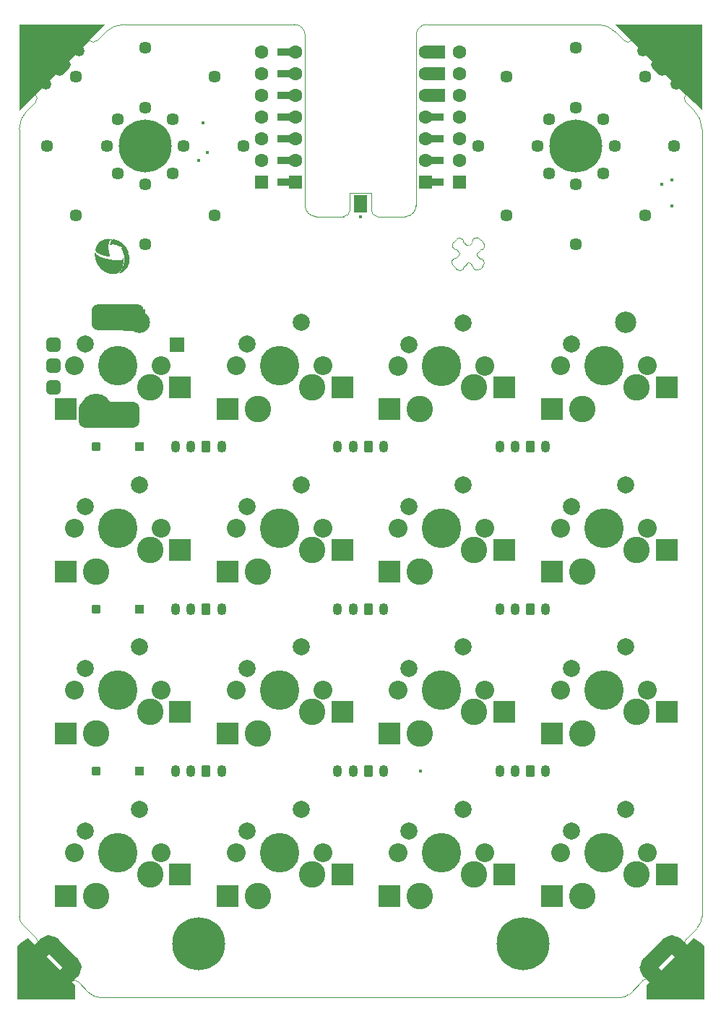
<source format=gbs>
G04*
G04 #@! TF.GenerationSoftware,Altium Limited,Altium Designer,24.7.2 (38)*
G04*
G04 Layer_Color=16711935*
%FSLAX25Y25*%
%MOIN*%
G70*
G04*
G04 #@! TF.SameCoordinates,4FB6B1DA-FF44-45C5-9F46-3DC55F4CF08E*
G04*
G04*
G04 #@! TF.FilePolarity,Negative*
G04*
G01*
G75*
%ADD10C,0.00984*%
%ADD18C,0.00394*%
%ADD23C,0.07874*%
%ADD25R,0.06299X0.03543*%
%ADD26R,0.08268X0.06299*%
%ADD27R,0.06299X0.08268*%
%ADD28C,0.09843*%
%ADD29C,0.07900*%
%ADD30C,0.18200*%
%ADD31C,0.08700*%
G04:AMPARAMS|DCode=32|XSize=74.8mil|YSize=51.18mil|CornerRadius=0mil|HoleSize=0mil|Usage=FLASHONLY|Rotation=135.000|XOffset=0mil|YOffset=0mil|HoleType=Round|Shape=Round|*
%AMOVALD32*
21,1,0.02362,0.05118,0.00000,0.00000,135.0*
1,1,0.05118,0.00835,-0.00835*
1,1,0.05118,-0.00835,0.00835*
%
%ADD32OVALD32*%

G04:AMPARAMS|DCode=33|XSize=51.18mil|YSize=43.31mil|CornerRadius=0mil|HoleSize=0mil|Usage=FLASHONLY|Rotation=315.000|XOffset=0mil|YOffset=0mil|HoleType=Round|Shape=Round|*
%AMOVALD33*
21,1,0.00787,0.04331,0.00000,0.00000,315.0*
1,1,0.04331,-0.00278,0.00278*
1,1,0.04331,0.00278,-0.00278*
%
%ADD33OVALD33*%

%ADD34O,0.04331X0.05512*%
G04:AMPARAMS|DCode=35|XSize=43.31mil|YSize=55.12mil|CornerRadius=11.81mil|HoleSize=0mil|Usage=FLASHONLY|Rotation=0.000|XOffset=0mil|YOffset=0mil|HoleType=Round|Shape=RoundedRectangle|*
%AMROUNDEDRECTD35*
21,1,0.04331,0.03150,0,0,0.0*
21,1,0.01968,0.05512,0,0,0.0*
1,1,0.02362,0.00984,-0.01575*
1,1,0.02362,-0.00984,-0.01575*
1,1,0.02362,-0.00984,0.01575*
1,1,0.02362,0.00984,0.01575*
%
%ADD35ROUNDEDRECTD35*%
G04:AMPARAMS|DCode=36|XSize=86.61mil|YSize=43.31mil|CornerRadius=0mil|HoleSize=0mil|Usage=FLASHONLY|Rotation=315.000|XOffset=0mil|YOffset=0mil|HoleType=Round|Shape=Round|*
%AMOVALD36*
21,1,0.04331,0.04331,0.00000,0.00000,315.0*
1,1,0.04331,-0.01531,0.01531*
1,1,0.04331,0.01531,-0.01531*
%
%ADD36OVALD36*%

G04:AMPARAMS|DCode=37|XSize=86.61mil|YSize=43.31mil|CornerRadius=0mil|HoleSize=0mil|Usage=FLASHONLY|Rotation=45.000|XOffset=0mil|YOffset=0mil|HoleType=Round|Shape=Round|*
%AMOVALD37*
21,1,0.04331,0.04331,0.00000,0.00000,45.0*
1,1,0.04331,-0.01531,-0.01531*
1,1,0.04331,0.01531,0.01531*
%
%ADD37OVALD37*%

G04:AMPARAMS|DCode=38|XSize=43.31mil|YSize=43.31mil|CornerRadius=11.81mil|HoleSize=0mil|Usage=FLASHONLY|Rotation=180.000|XOffset=0mil|YOffset=0mil|HoleType=Round|Shape=RoundedRectangle|*
%AMROUNDEDRECTD38*
21,1,0.04331,0.01968,0,0,180.0*
21,1,0.01968,0.04331,0,0,180.0*
1,1,0.02362,-0.00984,0.00984*
1,1,0.02362,0.00984,0.00984*
1,1,0.02362,0.00984,-0.00984*
1,1,0.02362,-0.00984,-0.00984*
%
%ADD38ROUNDEDRECTD38*%
%ADD39R,0.04331X0.04331*%
%ADD40C,0.05709*%
%ADD41C,0.12205*%
%ADD42R,0.06693X0.06693*%
G04:AMPARAMS|DCode=43|XSize=66.93mil|YSize=66.93mil|CornerRadius=17.72mil|HoleSize=0mil|Usage=FLASHONLY|Rotation=270.000|XOffset=0mil|YOffset=0mil|HoleType=Round|Shape=RoundedRectangle|*
%AMROUNDEDRECTD43*
21,1,0.06693,0.03150,0,0,270.0*
21,1,0.03150,0.06693,0,0,270.0*
1,1,0.03543,-0.01575,-0.01575*
1,1,0.03543,-0.01575,0.01575*
1,1,0.03543,0.01575,0.01575*
1,1,0.03543,0.01575,-0.01575*
%
%ADD43ROUNDEDRECTD43*%
G04:AMPARAMS|DCode=44|XSize=122.05mil|YSize=240.16mil|CornerRadius=31.5mil|HoleSize=0mil|Usage=FLASHONLY|Rotation=90.000|XOffset=0mil|YOffset=0mil|HoleType=Round|Shape=RoundedRectangle|*
%AMROUNDEDRECTD44*
21,1,0.12205,0.17717,0,0,90.0*
21,1,0.05906,0.24016,0,0,90.0*
1,1,0.06299,0.08858,0.02953*
1,1,0.06299,0.08858,-0.02953*
1,1,0.06299,-0.08858,-0.02953*
1,1,0.06299,-0.08858,0.02953*
%
%ADD44ROUNDEDRECTD44*%
G04:AMPARAMS|DCode=45|XSize=122.05mil|YSize=279.53mil|CornerRadius=31.5mil|HoleSize=0mil|Usage=FLASHONLY|Rotation=270.000|XOffset=0mil|YOffset=0mil|HoleType=Round|Shape=RoundedRectangle|*
%AMROUNDEDRECTD45*
21,1,0.12205,0.21654,0,0,270.0*
21,1,0.05906,0.27953,0,0,270.0*
1,1,0.06299,-0.10827,-0.02953*
1,1,0.06299,-0.10827,0.02953*
1,1,0.06299,0.10827,0.02953*
1,1,0.06299,0.10827,-0.02953*
%
%ADD45ROUNDEDRECTD45*%
%ADD46C,0.14173*%
%ADD47R,0.10236X0.10236*%
%ADD48C,0.06299*%
%ADD49R,0.06299X0.06299*%
%ADD50C,0.24410*%
%ADD51C,0.01772*%
%ADD77R,0.10433X0.10236*%
%ADD78C,0.01575*%
G36*
X393701Y448819D02*
Y409449D01*
X386228Y416336D01*
X353745Y448819D01*
X393701D01*
X393701Y448819D01*
D02*
G37*
G36*
X111223Y441346D02*
X78740Y408863D01*
Y448819D01*
X78740Y448819D01*
X118110D01*
X111223Y441346D01*
D02*
G37*
G36*
X119683Y349932D02*
X119683Y349932D01*
X119683Y349932D01*
X119699Y349930D01*
X119717Y349928D01*
X119731Y349929D01*
X119751Y349931D01*
X119751D01*
X119751D01*
X119751D01*
X119820Y349930D01*
X119854Y349927D01*
X119878Y349929D01*
X119888Y349930D01*
X119888D01*
X119888D01*
X119957Y349929D01*
X119957D01*
X119957D01*
X119969Y349928D01*
X119991Y349925D01*
X120025Y349928D01*
X121189Y349918D01*
D01*
X121189D01*
X121193Y349918D01*
X121228Y349914D01*
X121253Y349906D01*
X121265Y349903D01*
X121283Y349892D01*
X121299Y349884D01*
X121329Y349859D01*
Y349859D01*
X121329D01*
X121353Y349829D01*
X121371Y349795D01*
X121379Y349768D01*
X121382Y349758D01*
X121385Y349719D01*
Y349719D01*
Y349719D01*
X121385Y349650D01*
X121384Y349642D01*
X121381Y349612D01*
X121369Y349575D01*
X121369Y349575D01*
D01*
X121351Y349541D01*
X121341Y349530D01*
X121326Y349511D01*
X121303Y349493D01*
X121295Y349487D01*
X121264Y349470D01*
X121261Y349469D01*
D01*
X121261Y349469D01*
X121246Y349464D01*
X121224Y349458D01*
X121185Y349454D01*
X121185D01*
D01*
D01*
X121128Y349455D01*
X121120Y349444D01*
X121119Y349444D01*
X121119Y349444D01*
X121112Y349438D01*
X121089Y349420D01*
X121089Y349420D01*
X121089Y349420D01*
X121079Y349414D01*
X121055Y349402D01*
X121055Y349402D01*
X121055Y349402D01*
X121043Y349398D01*
X121018Y349391D01*
X121018Y349391D01*
X121018Y349391D01*
X121000Y349390D01*
X120979Y349388D01*
X120979Y349388D01*
X120979Y349388D01*
X120922Y349388D01*
X120922Y349388D01*
X120914Y349378D01*
X120914Y349378D01*
X120914Y349378D01*
X120902Y349368D01*
X120883Y349353D01*
X120880Y349352D01*
X120874Y349348D01*
X120873Y349347D01*
X120869Y349340D01*
X120869Y349340D01*
X120869Y349340D01*
X120853Y349321D01*
X120844Y349310D01*
X120844Y349310D01*
X120844Y349310D01*
X120818Y349289D01*
X120814Y349286D01*
X120814D01*
X120814Y349285D01*
X120805Y349281D01*
X120800Y349272D01*
X120800Y349272D01*
X120800Y349272D01*
X120788Y349257D01*
X120775Y349242D01*
X120775Y349242D01*
X120775Y349242D01*
X120745Y349218D01*
X120713Y349201D01*
X120711Y349200D01*
D01*
X120711Y349200D01*
X120688Y349193D01*
X120681Y349170D01*
X120681Y349170D01*
Y349170D01*
X120671Y349153D01*
X120662Y349136D01*
X120662Y349136D01*
X120662Y349136D01*
X120652Y349124D01*
X120637Y349106D01*
X120607Y349082D01*
X120607Y349082D01*
X120607Y349082D01*
X120598Y349077D01*
X120598Y349077D01*
X120593Y349068D01*
X120568Y349038D01*
X120538Y349014D01*
X120529Y349009D01*
X120524Y349000D01*
X120499Y348970D01*
X120469Y348946D01*
X120460Y348941D01*
X120455Y348932D01*
X120430Y348903D01*
X120430Y348903D01*
X120430Y348903D01*
X120423Y348897D01*
X120419Y348894D01*
X120419Y348837D01*
X120415Y348798D01*
X120412Y348790D01*
X120403Y348761D01*
X120385Y348727D01*
X120360Y348698D01*
X120329Y348673D01*
X120320Y348669D01*
X120316Y348659D01*
X120291Y348630D01*
X120261Y348605D01*
X120251Y348601D01*
X120246Y348592D01*
X120246Y348592D01*
X120246Y348592D01*
X120233Y348575D01*
X120222Y348562D01*
X120221Y348562D01*
X120221Y348562D01*
X120211Y348553D01*
X120211Y348496D01*
X120211Y348496D01*
X120211Y348496D01*
X120209Y348481D01*
X120206Y348458D01*
X120206Y348458D01*
Y348458D01*
X120204Y348451D01*
X120195Y348421D01*
X120195Y348421D01*
X120195Y348421D01*
X120185Y348403D01*
X120176Y348387D01*
X120176Y348387D01*
X120176Y348387D01*
X120162Y348370D01*
X120151Y348357D01*
X120151Y348357D01*
X120151Y348357D01*
X120141Y348348D01*
X120140Y348292D01*
X120136Y348257D01*
X120140Y348223D01*
D01*
Y348223D01*
X120139Y348155D01*
X120137Y348135D01*
X120135Y348116D01*
X120135Y348116D01*
X120135Y348116D01*
X120127Y348091D01*
X120123Y348079D01*
X120123Y348079D01*
X120123Y348079D01*
X120111Y348057D01*
X120105Y348045D01*
X120105Y348045D01*
X120105Y348045D01*
X120091Y348029D01*
X120080Y348015D01*
X120080Y348015D01*
X120080Y348015D01*
X120069Y348007D01*
X120069Y347950D01*
Y347950D01*
Y347950D01*
X120065Y347911D01*
X120056Y347885D01*
X120053Y347874D01*
X120053Y347874D01*
D01*
X120051Y347871D01*
X120034Y347840D01*
X120010Y347810D01*
X120010Y347810D01*
X120010Y347810D01*
X119999Y347802D01*
X119999Y347745D01*
Y347745D01*
Y347745D01*
X119997Y347732D01*
X119995Y347710D01*
X119997Y347687D01*
X119998Y347676D01*
Y347676D01*
Y347676D01*
X119997Y347608D01*
Y347608D01*
Y347608D01*
X119996Y347596D01*
X119994Y347574D01*
X119995Y347557D01*
X119997Y347539D01*
Y347539D01*
D01*
D01*
X119996Y347471D01*
X119992Y347432D01*
X119984Y347406D01*
X119980Y347395D01*
X119980Y347395D01*
D01*
X119962Y347361D01*
X119945Y347341D01*
X119937Y347332D01*
X119937Y347332D01*
X119937Y347332D01*
X119926Y347323D01*
X119926Y347266D01*
D01*
X119925Y347198D01*
Y347198D01*
Y347198D01*
X119925Y347129D01*
Y347129D01*
Y347129D01*
X119924Y347061D01*
Y347061D01*
X119923Y346992D01*
Y346992D01*
Y346992D01*
X119921Y346974D01*
X119920Y346958D01*
X119921Y346946D01*
X119923Y346924D01*
Y346924D01*
Y346924D01*
X119922Y346855D01*
X119920Y346832D01*
X119919Y346821D01*
X119922Y346787D01*
Y346787D01*
D01*
D01*
X119921Y346718D01*
X119917Y346684D01*
X119919Y346671D01*
X119920Y346650D01*
X119920Y346581D01*
Y346581D01*
Y346581D01*
X119918Y346564D01*
X119916Y346547D01*
X119919Y346513D01*
X119919Y346445D01*
Y346444D01*
Y346444D01*
X119917Y346427D01*
X119915Y346410D01*
X119918Y346376D01*
X119917Y346307D01*
X119914Y346273D01*
X119917Y346239D01*
Y346239D01*
Y346239D01*
X119916Y346170D01*
X119914Y346146D01*
X119913Y346136D01*
X119916Y346102D01*
Y346102D01*
Y346102D01*
X119915Y346034D01*
Y346034D01*
Y346034D01*
X119914Y345965D01*
D01*
X119914Y345897D01*
D01*
X119913Y345828D01*
Y345828D01*
Y345828D01*
X119913Y345760D01*
X119913Y345760D01*
X119913Y345760D01*
X119912Y345691D01*
Y345691D01*
X119912Y345634D01*
X119922Y345625D01*
X119922Y345625D01*
X119922Y345625D01*
X119937Y345607D01*
X119946Y345595D01*
X119946Y345595D01*
X119946Y345595D01*
X119959Y345571D01*
X119964Y345561D01*
X119964Y345561D01*
X119964Y345561D01*
X119970Y345541D01*
X119975Y345524D01*
X119975Y345524D01*
X119975Y345524D01*
X119977Y345506D01*
X119979Y345485D01*
X119979Y345485D01*
X119979Y345485D01*
X119978Y345417D01*
X119977Y345405D01*
X119975Y345382D01*
X119977Y345348D01*
D01*
Y345348D01*
X119977Y345280D01*
Y345280D01*
Y345280D01*
X119974Y345255D01*
X119973Y345245D01*
X119975Y345230D01*
X119976Y345211D01*
Y345211D01*
Y345211D01*
Y345211D01*
X119976Y345143D01*
X119976Y345143D01*
X119976Y345143D01*
X119974Y345127D01*
X119972Y345108D01*
X119973Y345093D01*
X119975Y345074D01*
Y345074D01*
Y345074D01*
Y345074D01*
X119975Y345006D01*
Y345006D01*
Y345006D01*
X119974Y344937D01*
Y344937D01*
X119973Y344880D01*
X119984Y344872D01*
X119984Y344872D01*
X119984Y344872D01*
X119994Y344859D01*
X120008Y344842D01*
X120008Y344841D01*
X120008Y344841D01*
X120021Y344816D01*
X120026Y344807D01*
Y344807D01*
X120026Y344807D01*
X120037Y344770D01*
X120040Y344742D01*
X120041Y344731D01*
Y344731D01*
Y344731D01*
X120040Y344663D01*
Y344663D01*
Y344663D01*
X120037Y344638D01*
X120036Y344628D01*
X120038Y344612D01*
X120039Y344594D01*
Y344594D01*
D01*
D01*
X120039Y344526D01*
Y344526D01*
Y344526D01*
X120038Y344457D01*
D01*
Y344457D01*
X120038Y344400D01*
X120048Y344392D01*
X120048Y344392D01*
X120048Y344391D01*
X120061Y344376D01*
X120072Y344361D01*
X120073Y344361D01*
X120073Y344361D01*
X120082Y344342D01*
X120090Y344327D01*
X120090Y344327D01*
X120091Y344327D01*
X120097Y344306D01*
X120101Y344290D01*
X120101Y344290D01*
X120101Y344290D01*
X120103Y344270D01*
X120105Y344251D01*
Y344251D01*
Y344251D01*
Y344251D01*
X120104Y344183D01*
Y344183D01*
Y344183D01*
X120103Y344174D01*
X120101Y344148D01*
X120102Y344134D01*
X120104Y344114D01*
Y344114D01*
Y344114D01*
Y344114D01*
X120103Y344046D01*
X120103Y344046D01*
X120103Y344046D01*
X120103Y343977D01*
D01*
X120102Y343920D01*
X120112Y343912D01*
X120113Y343912D01*
X120113Y343912D01*
X120137Y343882D01*
X120154Y343849D01*
X120155Y343847D01*
D01*
X120155Y343847D01*
X120166Y343810D01*
X120168Y343781D01*
X120169Y343771D01*
Y343771D01*
D01*
D01*
X120169Y343714D01*
X120179Y343706D01*
X120203Y343675D01*
X120221Y343641D01*
X120232Y343604D01*
X120236Y343565D01*
D01*
Y343565D01*
X120235Y343497D01*
X120235Y343497D01*
X120235Y343497D01*
X120234Y343481D01*
X120232Y343463D01*
X120234Y343439D01*
X120235Y343428D01*
Y343428D01*
Y343428D01*
X120234Y343360D01*
X120230Y343326D01*
X120234Y343291D01*
X120233Y343234D01*
X120243Y343226D01*
X120268Y343196D01*
X120286Y343161D01*
X120297Y343124D01*
X120300Y343085D01*
X120300Y343028D01*
X120300Y343028D01*
X120310Y343020D01*
X120310Y343020D01*
X120310Y343020D01*
X120334Y342989D01*
X120346Y342968D01*
X120352Y342955D01*
X120352Y342955D01*
Y342955D01*
X120363Y342918D01*
X120366Y342892D01*
X120367Y342879D01*
Y342879D01*
Y342879D01*
X120366Y342811D01*
X120366Y342811D01*
X120366Y342811D01*
X120364Y342793D01*
X120363Y342776D01*
X120364Y342760D01*
X120366Y342742D01*
Y342742D01*
D01*
D01*
X120365Y342674D01*
X120365Y342674D01*
X120365Y342674D01*
X120363Y342659D01*
X120361Y342640D01*
X120363Y342626D01*
X120364Y342605D01*
Y342605D01*
Y342605D01*
X120364Y342548D01*
X120374Y342540D01*
X120375Y342540D01*
X120375Y342540D01*
X120398Y342511D01*
X120399Y342510D01*
D01*
X120399Y342510D01*
X120415Y342478D01*
X120417Y342475D01*
Y342475D01*
X120417Y342475D01*
X120423Y342452D01*
X120428Y342438D01*
Y342438D01*
X120428Y342438D01*
X120429Y342420D01*
X120431Y342399D01*
Y342399D01*
Y342399D01*
X120431Y342342D01*
X120441Y342334D01*
X120466Y342303D01*
X120484Y342269D01*
X120494Y342232D01*
X120498Y342193D01*
X120497Y342125D01*
X120495Y342107D01*
X120494Y342091D01*
X120495Y342075D01*
X120497Y342056D01*
Y342056D01*
Y342056D01*
Y342056D01*
X120496Y341988D01*
X120496Y341988D01*
X120496Y341988D01*
X120495Y341919D01*
Y341919D01*
X120495Y341851D01*
Y341851D01*
Y341851D01*
X120494Y341839D01*
X120491Y341812D01*
X120479Y341775D01*
Y341775D01*
X120479Y341775D01*
X120464Y341747D01*
X120461Y341741D01*
X120461Y341741D01*
X120461Y341741D01*
X120445Y341722D01*
X120436Y341712D01*
X120436Y341712D01*
X120436Y341711D01*
X120407Y341688D01*
X120406Y341687D01*
D01*
X120405Y341687D01*
X120374Y341671D01*
X120371Y341669D01*
X120371D01*
X120371Y341669D01*
X120348Y341663D01*
X120334Y341658D01*
X120334D01*
X120334Y341658D01*
X120318Y341657D01*
X120295Y341655D01*
X120295D01*
X120295D01*
X120227Y341655D01*
X120227D01*
X120227D01*
X120193Y341659D01*
X120177Y341658D01*
X120159Y341656D01*
X120159D01*
X120158D01*
X120090Y341657D01*
X120090D01*
X120090D01*
X120051Y341661D01*
X120025Y341669D01*
X120014Y341672D01*
X120014Y341672D01*
D01*
X120011Y341674D01*
X119980Y341691D01*
X119950Y341716D01*
X119950Y341716D01*
X119950Y341716D01*
X119945Y341722D01*
X119942Y341726D01*
X119885Y341727D01*
X119869Y341729D01*
X119851Y341731D01*
X119835Y341729D01*
X119817Y341727D01*
X119817D01*
D01*
D01*
X119748Y341728D01*
X119748D01*
X119748D01*
X119726Y341730D01*
X119710Y341732D01*
X119710Y341732D01*
X119710D01*
X119699Y341736D01*
X119673Y341744D01*
X119639Y341762D01*
X119639Y341762D01*
X119639Y341762D01*
X119628Y341771D01*
X119609Y341787D01*
X119609Y341787D01*
X119609Y341787D01*
X119600Y341798D01*
X119406Y341800D01*
X119372Y341803D01*
X119338Y341800D01*
D01*
X119338D01*
X119269Y341801D01*
X119231Y341805D01*
X119204Y341813D01*
X119194Y341816D01*
X119194Y341816D01*
D01*
X119187Y341820D01*
X119160Y341835D01*
X119160Y341835D01*
X119160Y341835D01*
X119142Y341850D01*
X119130Y341860D01*
X119130Y341860D01*
X119130Y341860D01*
X119125Y341866D01*
X119122Y341870D01*
X119064Y341871D01*
X119031Y341875D01*
X119026Y341875D01*
X119026D01*
X119026Y341875D01*
X118998Y341884D01*
X118989Y341887D01*
X118989Y341887D01*
X118989Y341887D01*
X118971Y341897D01*
X118955Y341905D01*
X118955Y341905D01*
X118955Y341905D01*
X118941Y341917D01*
X118925Y341930D01*
X118925Y341930D01*
X118925Y341930D01*
X118917Y341941D01*
X118723Y341943D01*
X118723D01*
X118723D01*
X118704Y341945D01*
X118684Y341947D01*
X118684Y341947D01*
X118684D01*
X118668Y341952D01*
X118647Y341958D01*
X118647Y341958D01*
X118647D01*
X118641Y341962D01*
X118613Y341977D01*
X118613Y341977D01*
X118613Y341977D01*
X118601Y341987D01*
X118583Y342002D01*
X118583Y342002D01*
X118583Y342002D01*
X118576Y342011D01*
X118575Y342012D01*
X118518Y342013D01*
X118479Y342017D01*
X118442Y342028D01*
X118424Y342039D01*
X118408Y342047D01*
X118378Y342072D01*
Y342072D01*
X118378D01*
X118370Y342083D01*
X118176Y342084D01*
D01*
X118176D01*
X118172Y342085D01*
X118138Y342088D01*
X118101Y342100D01*
X118101Y342100D01*
D01*
X118067Y342119D01*
X118043Y342139D01*
X118037Y342143D01*
Y342143D01*
X118037D01*
X118031Y342151D01*
X118028Y342154D01*
X117971Y342155D01*
X117953Y342157D01*
X117933Y342159D01*
X117933Y342159D01*
X117933D01*
X117903Y342168D01*
X117896Y342170D01*
X117896D01*
X117896Y342170D01*
X117870Y342184D01*
X117862Y342189D01*
X117862Y342189D01*
X117862Y342189D01*
X117844Y342203D01*
X117832Y342214D01*
X117832Y342214D01*
X117832Y342214D01*
X117823Y342224D01*
X117629Y342226D01*
X117591Y342230D01*
X117562Y342239D01*
X117554Y342242D01*
X117554Y342242D01*
X117554Y342242D01*
X117538Y342250D01*
X117520Y342260D01*
X117520Y342260D01*
X117520Y342260D01*
X117510Y342269D01*
X117490Y342285D01*
X117490Y342285D01*
X117490Y342285D01*
X117482Y342296D01*
X117425Y342296D01*
X117386Y342300D01*
X117349Y342312D01*
X117315Y342331D01*
X117285Y342355D01*
X117277Y342366D01*
X117220Y342367D01*
X117220D01*
X117220D01*
X117206Y342368D01*
X117181Y342371D01*
X117144Y342382D01*
X117144Y342382D01*
X117144D01*
X117138Y342386D01*
X117110Y342401D01*
X117110Y342401D01*
X117110D01*
X117105Y342405D01*
X117080Y342426D01*
X117080Y342426D01*
X117080Y342426D01*
X117072Y342436D01*
X117015Y342437D01*
X116991Y342439D01*
X116976Y342441D01*
X116976Y342441D01*
X116976Y342441D01*
X116950Y342449D01*
X116939Y342453D01*
X116939Y342453D01*
X116939Y342453D01*
X116912Y342467D01*
X116905Y342471D01*
X116905Y342471D01*
X116905Y342471D01*
X116886Y342487D01*
X116876Y342496D01*
X116876Y342496D01*
X116876Y342496D01*
X116867Y342507D01*
X116810Y342507D01*
X116810Y342507D01*
X116810Y342507D01*
X116795Y342509D01*
X116771Y342511D01*
X116771Y342511D01*
X116771D01*
X116769Y342512D01*
X116735Y342523D01*
X116734Y342523D01*
X116734Y342523D01*
X116724Y342528D01*
X116700Y342541D01*
X116700Y342541D01*
X116700Y342541D01*
X116683Y342555D01*
X116671Y342566D01*
X116671Y342566D01*
X116671Y342566D01*
X116662Y342577D01*
X116605Y342577D01*
X116593Y342579D01*
X116567Y342582D01*
X116530Y342593D01*
D01*
X116530Y342593D01*
X116496Y342612D01*
X116471Y342632D01*
X116466Y342636D01*
X116466Y342636D01*
X116466Y342636D01*
X116457Y342647D01*
X116400Y342648D01*
X116362Y342652D01*
X116327Y342663D01*
X116325Y342663D01*
D01*
X116325Y342663D01*
X116303Y342675D01*
X116291Y342682D01*
X116291Y342682D01*
X116291Y342682D01*
X116276Y342694D01*
X116261Y342707D01*
X116261Y342707D01*
X116261Y342707D01*
X116253Y342717D01*
X116195Y342718D01*
X116157Y342722D01*
X116120Y342734D01*
X116086Y342752D01*
X116056Y342777D01*
X116048Y342788D01*
X115991Y342788D01*
X115991Y342788D01*
X115991Y342788D01*
X115972Y342790D01*
X115952Y342792D01*
X115952Y342792D01*
X115952Y342792D01*
X115940Y342796D01*
X115915Y342804D01*
X115915Y342804D01*
X115915Y342804D01*
X115908Y342808D01*
X115881Y342823D01*
X115881Y342823D01*
X115881Y342823D01*
X115871Y342831D01*
X115851Y342847D01*
X115851Y342847D01*
X115851Y342847D01*
X115843Y342858D01*
X115827Y342878D01*
X115827Y342878D01*
X115827Y342878D01*
X115822Y342887D01*
X115813Y342892D01*
X115813Y342892D01*
X115813Y342892D01*
X115805Y342899D01*
X115784Y342916D01*
X115784Y342916D01*
X115784Y342916D01*
X115775Y342927D01*
X115718Y342928D01*
X115690Y342931D01*
X115680Y342932D01*
X115680D01*
X115680Y342932D01*
X115646Y342942D01*
X115642Y342943D01*
X115642D01*
X115642Y342943D01*
X115626Y342952D01*
X115609Y342962D01*
X115608Y342962D01*
X115608D01*
X115603Y342966D01*
X115579Y342987D01*
X115579Y342987D01*
X115579Y342987D01*
X115555Y343016D01*
X115554Y343017D01*
D01*
X115554Y343017D01*
X115550Y343026D01*
X115541Y343031D01*
X115541Y343031D01*
X115540Y343031D01*
X115521Y343047D01*
X115511Y343056D01*
X115511Y343056D01*
X115511Y343056D01*
X115502Y343066D01*
X115445Y343067D01*
D01*
X115445D01*
X115441Y343067D01*
X115407Y343071D01*
X115381Y343079D01*
X115370Y343083D01*
X115351Y343093D01*
X115336Y343101D01*
X115306Y343126D01*
Y343126D01*
X115306D01*
X115282Y343156D01*
X115277Y343165D01*
X115268Y343170D01*
X115268Y343170D01*
X115268Y343170D01*
X115254Y343182D01*
X115238Y343195D01*
X115238Y343195D01*
X115238Y343195D01*
X115233Y343201D01*
X115229Y343206D01*
X115173Y343206D01*
X115134Y343210D01*
X115097Y343222D01*
X115063Y343240D01*
X115033Y343265D01*
X115009Y343296D01*
X115004Y343305D01*
X114995Y343309D01*
X114995Y343310D01*
X114995Y343310D01*
X114976Y343325D01*
X114965Y343334D01*
X114965Y343334D01*
X114965Y343334D01*
X114954Y343348D01*
X114941Y343365D01*
X114941Y343365D01*
X114941Y343365D01*
X114936Y343374D01*
X114927Y343379D01*
X114927Y343379D01*
X114927D01*
X114921Y343384D01*
X114898Y343403D01*
X114898Y343403D01*
X114898Y343404D01*
X114887Y343416D01*
X114873Y343434D01*
X114873Y343434D01*
X114873Y343434D01*
X114868Y343443D01*
X114859Y343448D01*
X114859Y343448D01*
X114859Y343448D01*
X114851Y343455D01*
X114830Y343473D01*
X114830Y343473D01*
X114830Y343473D01*
X114821Y343483D01*
X114764Y343484D01*
X114764D01*
X114764D01*
X114743Y343486D01*
X114725Y343488D01*
X114725Y343488D01*
X114725D01*
X114710Y343493D01*
X114689Y343499D01*
X114689Y343499D01*
X114689D01*
X114682Y343503D01*
X114655Y343518D01*
X114654Y343518D01*
X114654Y343518D01*
X114642Y343528D01*
X114625Y343543D01*
X114625Y343543D01*
X114625Y343543D01*
X114617Y343553D01*
X114600Y343573D01*
X114596Y343582D01*
X114587Y343587D01*
X114587Y343587D01*
X114587Y343587D01*
X114569Y343602D01*
X114557Y343612D01*
X114557Y343612D01*
X114557Y343612D01*
X114545Y343626D01*
X114532Y343642D01*
X114532Y343642D01*
X114532Y343642D01*
X114528Y343651D01*
X114519Y343656D01*
X114519Y343656D01*
X114519Y343656D01*
X114505Y343668D01*
X114489Y343681D01*
X114489Y343681D01*
X114489Y343681D01*
X114473Y343701D01*
X114465Y343711D01*
X114465Y343711D01*
X114465Y343711D01*
X114460Y343720D01*
X114451Y343725D01*
X114451Y343725D01*
X114451Y343725D01*
X114442Y343733D01*
X114421Y343750D01*
X114421Y343750D01*
X114421Y343750D01*
X114417Y343756D01*
X114397Y343780D01*
X114397Y343780D01*
X114397Y343780D01*
X114394Y343786D01*
X114392Y343789D01*
X114383Y343794D01*
X114383Y343794D01*
X114383Y343794D01*
X114378Y343799D01*
X114353Y343819D01*
X114329Y343849D01*
X114324Y343859D01*
X114315Y343863D01*
X114315Y343863D01*
X114315Y343863D01*
X114296Y343879D01*
X114285Y343888D01*
X114285Y343888D01*
X114285Y343888D01*
X114262Y343917D01*
X114261Y343918D01*
D01*
X114261Y343918D01*
X114256Y343928D01*
X114247Y343933D01*
X114247Y343933D01*
X114247Y343933D01*
X114228Y343948D01*
X114217Y343957D01*
X114217Y343957D01*
X114217Y343957D01*
X114207Y343970D01*
X114193Y343987D01*
X114193Y343987D01*
X114193Y343987D01*
X114188Y343997D01*
X114179Y344002D01*
X114179Y344002D01*
X114179Y344002D01*
X114163Y344015D01*
X114150Y344026D01*
X114150Y344026D01*
X114149Y344026D01*
X114137Y344042D01*
X114125Y344057D01*
X114125Y344057D01*
X114125Y344057D01*
X114113Y344080D01*
X114107Y344091D01*
X114107Y344091D01*
X114107Y344091D01*
X114100Y344115D01*
X114096Y344128D01*
Y344128D01*
X114096Y344128D01*
X114094Y344150D01*
X114093Y344167D01*
Y344167D01*
Y344167D01*
Y344167D01*
X114093Y344224D01*
X114083Y344232D01*
X114083Y344233D01*
X114083Y344233D01*
X114073Y344244D01*
X114058Y344263D01*
X114054Y344272D01*
X114045Y344277D01*
X114045Y344277D01*
X114045Y344277D01*
X114029Y344290D01*
X114015Y344302D01*
X114015Y344302D01*
X114015Y344302D01*
X114000Y344320D01*
X113991Y344332D01*
X113991Y344332D01*
X113991Y344332D01*
X113978Y344356D01*
X113973Y344366D01*
X113973Y344366D01*
X113973Y344366D01*
X113967Y344386D01*
X113962Y344403D01*
X113962Y344403D01*
X113962Y344403D01*
X113960Y344421D01*
X113958Y344442D01*
X113958Y344442D01*
X113958Y344442D01*
X113959Y344499D01*
X113948Y344508D01*
X113924Y344538D01*
X113906Y344572D01*
X113895Y344609D01*
X113892Y344648D01*
X113892Y344716D01*
Y344716D01*
Y344717D01*
X113895Y344739D01*
X113896Y344750D01*
X113894Y344772D01*
X113893Y344785D01*
X113893Y344785D01*
X113893Y344785D01*
X113893Y344853D01*
X113896Y344878D01*
X113897Y344888D01*
X113895Y344913D01*
X113894Y344922D01*
Y344922D01*
D01*
D01*
X113895Y344990D01*
Y344990D01*
Y344990D01*
X113895Y345059D01*
Y345059D01*
Y345059D01*
X113896Y345127D01*
X113899Y345161D01*
X113898Y345175D01*
X113896Y345196D01*
Y345196D01*
Y345196D01*
X113897Y345264D01*
Y345264D01*
Y345264D01*
X113901Y345303D01*
X113909Y345329D01*
X113913Y345340D01*
X113913Y345340D01*
D01*
X113914Y345343D01*
X113931Y345374D01*
X113956Y345404D01*
X113956Y345404D01*
X113956Y345404D01*
X113967Y345412D01*
X113967Y345469D01*
X113971Y345508D01*
X113983Y345545D01*
X114002Y345579D01*
X114026Y345608D01*
X114037Y345617D01*
X114038Y345674D01*
Y345674D01*
Y345674D01*
X114040Y345692D01*
X114042Y345712D01*
X114042Y345712D01*
Y345712D01*
X114049Y345736D01*
X114053Y345749D01*
X114053Y345749D01*
X114053Y345749D01*
X114063Y345768D01*
X114072Y345783D01*
X114072Y345783D01*
X114072Y345784D01*
X114083Y345797D01*
X114097Y345813D01*
X114097Y345813D01*
X114097Y345813D01*
X114107Y345822D01*
X114108Y345879D01*
X114108Y345879D01*
X114108Y345879D01*
X114110Y345895D01*
X114112Y345917D01*
X114112Y345917D01*
Y345917D01*
X114114Y345926D01*
X114123Y345954D01*
X114123Y345954D01*
X114123Y345954D01*
X114131Y345968D01*
X114142Y345988D01*
X114142Y345988D01*
X114142Y345988D01*
X114151Y345999D01*
X114167Y346018D01*
X114167Y346018D01*
X114167Y346018D01*
X114175Y346025D01*
X114178Y346027D01*
X114178Y346083D01*
Y346084D01*
Y346084D01*
X114179Y346094D01*
X114182Y346122D01*
X114194Y346159D01*
X114194Y346159D01*
X114194Y346159D01*
X114207Y346184D01*
X114212Y346193D01*
X114212Y346193D01*
X114212Y346193D01*
X114228Y346212D01*
X114237Y346223D01*
X114237Y346223D01*
X114237Y346223D01*
X114249Y346233D01*
X114252Y346258D01*
X114263Y346295D01*
D01*
X114263Y346295D01*
X114282Y346330D01*
X114302Y346354D01*
X114307Y346359D01*
X114307Y346359D01*
X114307Y346359D01*
X114319Y346369D01*
X114320Y346379D01*
X114321Y346395D01*
X114322Y346395D01*
Y346395D01*
X114332Y346427D01*
X114333Y346432D01*
Y346432D01*
X114333Y346432D01*
X114348Y346460D01*
X114352Y346466D01*
X114352Y346466D01*
X114352Y346466D01*
X114368Y346485D01*
X114376Y346496D01*
X114376Y346496D01*
X114377Y346496D01*
X114387Y346504D01*
X114388Y346561D01*
X114390Y346585D01*
X114392Y346600D01*
X114392Y346600D01*
X114392Y346600D01*
X114400Y346624D01*
X114403Y346637D01*
X114403Y346637D01*
X114403Y346637D01*
X114414Y346656D01*
X114422Y346671D01*
X114422Y346671D01*
X114422Y346671D01*
X114435Y346687D01*
X114447Y346701D01*
X114447Y346701D01*
X114447Y346701D01*
X114457Y346709D01*
X114458Y346766D01*
X114459Y346777D01*
X114462Y346805D01*
X114474Y346842D01*
X114474Y346842D01*
D01*
X114492Y346876D01*
X114509Y346896D01*
X114517Y346905D01*
X114517Y346905D01*
X114517Y346905D01*
X114547Y346930D01*
X114556Y346935D01*
X114561Y346943D01*
X114586Y346973D01*
X114586Y346973D01*
X114586Y346973D01*
X114616Y346998D01*
X114625Y347002D01*
X114627Y347005D01*
X114630Y347011D01*
X114630Y347011D01*
X114630Y347011D01*
X114646Y347030D01*
X114655Y347041D01*
X114655Y347041D01*
X114655Y347041D01*
X114667Y347051D01*
X114668Y347057D01*
X114670Y347077D01*
X114670Y347077D01*
X114670Y347077D01*
X114677Y347099D01*
X114681Y347114D01*
X114681Y347114D01*
X114681Y347114D01*
X114691Y347131D01*
X114700Y347148D01*
X114700Y347148D01*
X114700Y347148D01*
X114710Y347160D01*
X114725Y347177D01*
X114725Y347178D01*
X114725Y347178D01*
X114737Y347187D01*
X114740Y347213D01*
X114751Y347250D01*
D01*
X114751Y347250D01*
X114759Y347264D01*
X114770Y347284D01*
X114795Y347314D01*
X114795Y347314D01*
X114795Y347314D01*
X114825Y347338D01*
X114834Y347343D01*
X114836Y347346D01*
X114839Y347352D01*
X114839Y347352D01*
X114839Y347352D01*
X114854Y347370D01*
X114864Y347382D01*
X114864Y347382D01*
X114864Y347382D01*
X114875Y347391D01*
X114894Y347406D01*
X114903Y347411D01*
X114908Y347420D01*
X114933Y347449D01*
X114945Y347459D01*
X114947Y347480D01*
X114947Y347485D01*
Y347485D01*
X114947Y347485D01*
X114956Y347513D01*
X114959Y347522D01*
X114959Y347522D01*
X114959Y347522D01*
X114969Y347540D01*
X114978Y347556D01*
X114978Y347556D01*
X114978Y347556D01*
X114989Y347570D01*
X115002Y347586D01*
X115003Y347586D01*
X115003Y347586D01*
X115014Y347596D01*
X115017Y347622D01*
X115029Y347659D01*
D01*
X115029Y347659D01*
X115047Y347693D01*
X115064Y347713D01*
X115072Y347722D01*
X115072Y347722D01*
X115072Y347722D01*
X115102Y347747D01*
X115111Y347751D01*
X115116Y347761D01*
X115116Y347761D01*
X115116Y347761D01*
X115123Y347769D01*
X115141Y347790D01*
X115171Y347815D01*
X115171Y347815D01*
X115171Y347815D01*
X115181Y347819D01*
X115185Y347828D01*
X115185Y347828D01*
X115185Y347828D01*
X115199Y347845D01*
X115210Y347858D01*
X115210Y347858D01*
X115210Y347858D01*
X115223Y347868D01*
X115240Y347882D01*
X115241Y347882D01*
X115241Y347883D01*
X115250Y347887D01*
X115254Y347896D01*
X115279Y347926D01*
X115310Y347950D01*
X115319Y347955D01*
X115320Y347958D01*
X115323Y347964D01*
X115323Y347964D01*
X115323Y347964D01*
X115339Y347983D01*
X115348Y347994D01*
X115348Y347994D01*
X115348Y347994D01*
X115377Y348017D01*
X115378Y348018D01*
D01*
X115379Y348018D01*
X115388Y348023D01*
X115393Y348032D01*
X115418Y348062D01*
X115448Y348086D01*
X115449Y348087D01*
X115457Y348091D01*
X115462Y348100D01*
X115482Y348124D01*
X115487Y348130D01*
X115487Y348130D01*
X115487Y348130D01*
X115517Y348154D01*
X115526Y348159D01*
X115531Y348168D01*
X115547Y348188D01*
X115556Y348197D01*
X115556Y348198D01*
X115556Y348198D01*
X115567Y348207D01*
X115586Y348222D01*
X115589Y348224D01*
X115595Y348227D01*
X115600Y348236D01*
X115600Y348236D01*
Y348236D01*
X115605Y348242D01*
X115625Y348265D01*
X115625Y348265D01*
X115625Y348265D01*
X115638Y348276D01*
X115655Y348290D01*
X115655Y348290D01*
X115655Y348290D01*
X115664Y348294D01*
X115667Y348300D01*
X115669Y348304D01*
X115669Y348304D01*
X115669Y348304D01*
X115685Y348323D01*
X115694Y348333D01*
X115694Y348333D01*
X115694Y348333D01*
X115713Y348349D01*
X115724Y348358D01*
X115724Y348358D01*
X115724Y348358D01*
X115733Y348362D01*
X115738Y348371D01*
X115738Y348371D01*
X115738Y348371D01*
X115746Y348381D01*
X115763Y348401D01*
X115763Y348401D01*
X115763Y348401D01*
X115786Y348420D01*
X115793Y348425D01*
X115793D01*
X115793Y348425D01*
X115802Y348430D01*
X115807Y348439D01*
X115807Y348439D01*
X115807Y348439D01*
X115819Y348453D01*
X115832Y348469D01*
X115832Y348469D01*
X115832Y348469D01*
X115845Y348479D01*
X115862Y348493D01*
X115862Y348493D01*
X115862Y348493D01*
X115871Y348498D01*
X115876Y348507D01*
X115876Y348507D01*
Y348507D01*
X115879Y348510D01*
X115901Y348537D01*
X115931Y348561D01*
X115931Y348561D01*
X115931Y348561D01*
X115940Y348566D01*
X115940Y348566D01*
X115945Y348575D01*
X115945Y348575D01*
Y348575D01*
X115950Y348581D01*
X115970Y348605D01*
X115970Y348605D01*
X115970Y348605D01*
X115983Y348615D01*
X116000Y348629D01*
X116000Y348629D01*
X116000Y348629D01*
X116009Y348634D01*
X116014Y348643D01*
X116014Y348643D01*
X116014Y348643D01*
X116023Y348653D01*
X116039Y348673D01*
X116039Y348673D01*
X116039Y348673D01*
X116063Y348692D01*
X116069Y348697D01*
X116069D01*
X116069Y348697D01*
X116078Y348702D01*
X116079Y348703D01*
X116083Y348711D01*
X116083Y348711D01*
X116083Y348711D01*
X116099Y348730D01*
X116108Y348741D01*
X116108Y348741D01*
X116108Y348741D01*
X116126Y348755D01*
X116138Y348765D01*
X116138Y348765D01*
X116138Y348765D01*
X116147Y348770D01*
X116152Y348779D01*
X116153Y348779D01*
X116153Y348779D01*
X116167Y348797D01*
X116177Y348808D01*
X116177Y348808D01*
X116177Y348808D01*
X116208Y348833D01*
X116240Y348850D01*
X116242Y348851D01*
D01*
X116242Y348851D01*
X116254Y348854D01*
X116279Y348862D01*
X116318Y348865D01*
X116318D01*
X116318D01*
X116375Y348865D01*
X116379Y348870D01*
X116383Y348875D01*
X116383Y348875D01*
X116383Y348875D01*
X116398Y348887D01*
X116413Y348899D01*
X116413Y348899D01*
X116414Y348899D01*
X116423Y348904D01*
X116428Y348913D01*
X116437Y348924D01*
X116452Y348943D01*
X116475Y348961D01*
X116483Y348967D01*
X116514Y348984D01*
X116517Y348985D01*
D01*
X116517Y348985D01*
X116532Y348990D01*
X116554Y348996D01*
X116593Y349000D01*
X116593D01*
D01*
D01*
X116650Y348999D01*
X116658Y349010D01*
X116658Y349010D01*
X116658Y349010D01*
X116671Y349020D01*
X116689Y349034D01*
X116689Y349034D01*
X116689Y349034D01*
X116698Y349039D01*
X116703Y349048D01*
X116719Y349068D01*
X116728Y349078D01*
X116728Y349078D01*
X116728Y349078D01*
X116758Y349102D01*
X116767Y349107D01*
X116772Y349116D01*
X116792Y349140D01*
X116797Y349146D01*
X116797D01*
Y349146D01*
X116827Y349170D01*
X116843Y349178D01*
X116861Y349188D01*
X116898Y349199D01*
X116937Y349202D01*
X116937D01*
X116937D01*
X116994Y349202D01*
X117003Y349212D01*
X117033Y349236D01*
X117042Y349241D01*
X117047Y349250D01*
X117056Y349261D01*
X117072Y349280D01*
X117095Y349299D01*
X117102Y349304D01*
X117133Y349321D01*
X117136Y349322D01*
D01*
X117136Y349322D01*
X117152Y349327D01*
X117174Y349333D01*
X117212Y349337D01*
X117212D01*
D01*
D01*
X117269Y349336D01*
X117278Y349347D01*
X117278Y349347D01*
X117278Y349347D01*
X117295Y349361D01*
X117308Y349371D01*
X117308Y349371D01*
X117308Y349371D01*
X117323Y349379D01*
X117342Y349389D01*
X117342Y349389D01*
X117342D01*
X117346Y349390D01*
X117379Y349400D01*
X117418Y349403D01*
X117418D01*
X117418D01*
X117475Y349403D01*
X117484Y349413D01*
X117484Y349413D01*
X117484Y349413D01*
X117513Y349437D01*
X117514Y349438D01*
D01*
X117514Y349438D01*
X117523Y349443D01*
X117528Y349452D01*
X117545Y349471D01*
X117553Y349481D01*
X117553Y349481D01*
X117553Y349481D01*
X117583Y349506D01*
X117605Y349517D01*
X117617Y349524D01*
X117617Y349524D01*
X117617D01*
X117622Y349525D01*
X117655Y349535D01*
X117693Y349538D01*
X117693D01*
D01*
D01*
X117762Y349537D01*
X117786Y349535D01*
X117796Y349534D01*
X117827Y349536D01*
X117830Y349537D01*
X117830D01*
D01*
D01*
X117887Y349536D01*
X117896Y349547D01*
X117896Y349547D01*
X117896Y349547D01*
X117909Y349557D01*
X117926Y349571D01*
X117926Y349571D01*
X117926Y349571D01*
X117935Y349576D01*
X117940Y349585D01*
X117940Y349585D01*
X117940Y349585D01*
X117952Y349599D01*
X117965Y349615D01*
X117965Y349615D01*
X117965Y349615D01*
X117979Y349626D01*
X117995Y349639D01*
X117995Y349639D01*
X117995Y349639D01*
X118009Y349646D01*
X118029Y349657D01*
X118029Y349657D01*
X118030Y349657D01*
X118040Y349660D01*
X118067Y349668D01*
X118067Y349668D01*
X118067D01*
X118074Y349669D01*
X118105Y349671D01*
X118105D01*
X118105D01*
X118174Y349671D01*
X118208Y349667D01*
X118221Y349668D01*
X118242Y349670D01*
X118242D01*
X118242D01*
X118299Y349670D01*
X118308Y349680D01*
X118308Y349680D01*
X118308Y349680D01*
X118327Y349696D01*
X118338Y349704D01*
X118338Y349704D01*
X118338Y349705D01*
X118372Y349722D01*
X118404Y349732D01*
X118410Y349733D01*
X118410D01*
X118410Y349733D01*
X118434Y349736D01*
X118448Y349737D01*
X118448D01*
X118448D01*
X118448D01*
X118505Y349736D01*
X118514Y349747D01*
X118544Y349771D01*
X118579Y349789D01*
X118579Y349789D01*
X118579Y349789D01*
X118594Y349794D01*
X118616Y349800D01*
X118616D01*
X118616Y349800D01*
X118634Y349802D01*
X118654Y349804D01*
X118655D01*
X118655D01*
X118723Y349803D01*
X118742Y349801D01*
X118757Y349799D01*
X118791Y349802D01*
D01*
X118791D01*
X119122Y349799D01*
X119131Y349810D01*
X119161Y349834D01*
X119195Y349852D01*
X119233Y349863D01*
X119271Y349867D01*
D01*
X119271D01*
X119340Y349866D01*
X119352Y349865D01*
X119374Y349862D01*
X119408Y349866D01*
X119465Y349865D01*
X119474Y349875D01*
X119504Y349900D01*
X119538Y349918D01*
X119576Y349929D01*
X119614Y349932D01*
X119683Y349932D01*
D02*
G37*
G36*
X122215Y349704D02*
X122249Y349700D01*
X122283Y349703D01*
X122283D01*
X122283D01*
X122352Y349703D01*
X122352D01*
X122352D01*
X122390Y349699D01*
X122417Y349690D01*
X122427Y349687D01*
X122427Y349687D01*
D01*
X122430Y349685D01*
X122461Y349669D01*
X122491Y349644D01*
X122491Y349644D01*
X122491Y349644D01*
X122500Y349633D01*
X122694Y349631D01*
X122694D01*
X122694D01*
X122728Y349628D01*
X122741Y349629D01*
X122762Y349631D01*
X122762D01*
X122762D01*
X122830Y349630D01*
X122854Y349627D01*
X122869Y349626D01*
X122869Y349626D01*
X122869Y349626D01*
X122894Y349618D01*
X122906Y349614D01*
X122906Y349614D01*
X122906Y349614D01*
X122931Y349601D01*
X122940Y349596D01*
X122940Y349596D01*
X122940Y349596D01*
X122959Y349580D01*
X122970Y349571D01*
X122970Y349571D01*
X122970Y349571D01*
X122978Y349560D01*
X123035Y349560D01*
X123052Y349558D01*
X123074Y349556D01*
X123074Y349556D01*
X123074D01*
X123111Y349544D01*
X123145Y349525D01*
X123167Y349507D01*
X123175Y349501D01*
X123175Y349501D01*
X123175Y349501D01*
X123183Y349490D01*
X123240Y349490D01*
X123255Y349488D01*
X123274Y349486D01*
X123298Y349488D01*
X123309Y349489D01*
X123309D01*
X123309D01*
X123377Y349488D01*
X123416Y349484D01*
X123442Y349476D01*
X123453Y349473D01*
X123453Y349473D01*
D01*
X123456Y349471D01*
X123487Y349454D01*
X123516Y349429D01*
X123516Y349429D01*
X123516Y349429D01*
X123525Y349419D01*
X123582Y349418D01*
X123582Y349418D01*
X123582Y349418D01*
X123597Y349416D01*
X123620Y349414D01*
X123620Y349414D01*
X123620D01*
X123629Y349411D01*
X123657Y349402D01*
X123658Y349402D01*
X123658Y349402D01*
X123674Y349394D01*
X123691Y349384D01*
X123691Y349384D01*
X123692Y349384D01*
X123707Y349371D01*
X123721Y349359D01*
X123721Y349359D01*
X123721Y349359D01*
X123730Y349348D01*
X123787Y349348D01*
X123825Y349344D01*
X123862Y349332D01*
X123888Y349318D01*
X123896Y349314D01*
X123896Y349314D01*
X123896Y349313D01*
X123911Y349301D01*
X123926Y349289D01*
X123926Y349289D01*
X123926Y349289D01*
X123950Y349258D01*
X123955Y349249D01*
X123964Y349244D01*
X123964Y349244D01*
X123964Y349244D01*
X123978Y349233D01*
X123994Y349220D01*
X123994Y349220D01*
X123994Y349220D01*
X124003Y349209D01*
X124059Y349208D01*
X124059D01*
X124059D01*
X124084Y349206D01*
X124098Y349204D01*
X124098Y349204D01*
X124098D01*
X124123Y349197D01*
X124135Y349193D01*
X124135Y349193D01*
X124135Y349193D01*
X124147Y349186D01*
X124169Y349174D01*
X124169Y349174D01*
X124169D01*
X124175Y349169D01*
X124199Y349149D01*
X124199Y349149D01*
X124199Y349149D01*
X124207Y349139D01*
X124264Y349138D01*
X124264D01*
X124264D01*
X124285Y349136D01*
X124303Y349134D01*
X124303Y349134D01*
X124303D01*
X124319Y349129D01*
X124340Y349123D01*
X124340Y349123D01*
X124340D01*
X124346Y349119D01*
X124374Y349104D01*
X124374Y349104D01*
X124374Y349104D01*
X124386Y349094D01*
X124404Y349079D01*
X124404Y349079D01*
X124404Y349079D01*
X124411Y349069D01*
X124428Y349049D01*
X124433Y349040D01*
X124442Y349035D01*
X124442Y349035D01*
X124442Y349035D01*
X124452Y349026D01*
X124471Y349010D01*
X124472Y349010D01*
X124472Y349010D01*
X124480Y348999D01*
X124537Y348999D01*
X124576Y348995D01*
X124584Y348992D01*
X124613Y348983D01*
X124635Y348971D01*
X124647Y348965D01*
X124671Y348944D01*
X124676Y348940D01*
Y348940D01*
X124676D01*
X124685Y348929D01*
X124742Y348929D01*
X124742D01*
X124742D01*
X124767Y348926D01*
X124780Y348924D01*
X124780Y348924D01*
X124780D01*
X124795Y348920D01*
X124818Y348913D01*
X124852Y348894D01*
X124852Y348894D01*
X124852D01*
X124854Y348892D01*
X124881Y348869D01*
X124906Y348839D01*
X124910Y348830D01*
X124919Y348825D01*
X124919Y348825D01*
X124919Y348825D01*
X124939Y348809D01*
X124949Y348800D01*
X124949Y348800D01*
X124949Y348800D01*
X124965Y348781D01*
X124973Y348770D01*
X124973Y348770D01*
X124973Y348770D01*
X124978Y348761D01*
X124987Y348756D01*
X125012Y348736D01*
X125017Y348731D01*
X125017Y348731D01*
X125017Y348731D01*
X125025Y348721D01*
X125082Y348720D01*
X125111Y348717D01*
X125121Y348716D01*
X125121D01*
X125121Y348716D01*
X125158Y348705D01*
X125188Y348688D01*
X125192Y348686D01*
X125192Y348686D01*
X125192Y348686D01*
X125209Y348671D01*
X125222Y348661D01*
X125222Y348661D01*
X125222Y348661D01*
X125245Y348632D01*
X125246Y348631D01*
D01*
X125246Y348631D01*
X125251Y348622D01*
X125260Y348617D01*
X125280Y348600D01*
X125290Y348592D01*
X125290Y348592D01*
X125290Y348592D01*
X125314Y348562D01*
X125319Y348553D01*
X125328Y348548D01*
X125328Y348548D01*
X125328Y348548D01*
X125344Y348534D01*
X125357Y348523D01*
X125357Y348523D01*
X125358Y348523D01*
X125366Y348512D01*
X125423Y348512D01*
X125441Y348510D01*
X125461Y348508D01*
X125462Y348508D01*
X125462D01*
X125485Y348500D01*
X125498Y348496D01*
X125499Y348496D01*
X125499Y348496D01*
X125522Y348483D01*
X125533Y348478D01*
X125533Y348478D01*
X125533Y348477D01*
X125551Y348462D01*
X125562Y348453D01*
X125562Y348453D01*
X125562Y348453D01*
X125573Y348439D01*
X125587Y348423D01*
X125587Y348422D01*
X125587Y348422D01*
X125592Y348413D01*
X125601Y348408D01*
X125630Y348384D01*
X125655Y348353D01*
X125659Y348344D01*
X125668Y348339D01*
X125668Y348339D01*
X125669Y348339D01*
X125681Y348328D01*
X125698Y348314D01*
X125698Y348314D01*
X125698Y348314D01*
X125708Y348302D01*
X125723Y348284D01*
X125723Y348284D01*
X125723Y348284D01*
X125727Y348275D01*
X125736Y348270D01*
X125736Y348270D01*
X125736Y348270D01*
X125745Y348263D01*
X125766Y348245D01*
X125775Y348235D01*
X125831Y348234D01*
X125859Y348231D01*
X125870Y348230D01*
X125870D01*
X125870Y348230D01*
X125904Y348220D01*
X125907Y348218D01*
X125907D01*
X125907Y348218D01*
X125935Y348203D01*
X125941Y348200D01*
X125941Y348200D01*
X125941Y348200D01*
X125959Y348185D01*
X125971Y348175D01*
X125971Y348175D01*
X125971Y348175D01*
X125983Y348161D01*
X125995Y348145D01*
X125995Y348145D01*
X125995Y348145D01*
X126000Y348136D01*
X126003Y348134D01*
X126009Y348131D01*
X126009Y348131D01*
X126009Y348131D01*
X126039Y348106D01*
X126055Y348086D01*
X126063Y348076D01*
X126068Y348067D01*
X126077Y348062D01*
X126107Y348037D01*
X126131Y348007D01*
X126136Y347998D01*
X126145Y347993D01*
X126174Y347968D01*
X126174Y347968D01*
X126174Y347968D01*
X126199Y347938D01*
X126204Y347929D01*
X126206Y347927D01*
X126213Y347924D01*
X126213Y347924D01*
X126213Y347924D01*
X126232Y347908D01*
X126242Y347899D01*
X126242Y347899D01*
X126242Y347899D01*
X126253Y347886D01*
X126267Y347869D01*
X126267Y347868D01*
X126267Y347868D01*
X126271Y347860D01*
X126275Y347858D01*
X126280Y347855D01*
X126280Y347855D01*
X126281Y347855D01*
X126300Y347839D01*
X126310Y347830D01*
X126310Y347830D01*
X126310Y347830D01*
X126320Y347818D01*
X126327Y347817D01*
X126346Y347815D01*
X126346Y347815D01*
X126346Y347815D01*
X126365Y347809D01*
X126383Y347803D01*
X126383Y347803D01*
X126383Y347803D01*
X126401Y347794D01*
X126417Y347785D01*
X126417Y347785D01*
X126417Y347785D01*
X126430Y347774D01*
X126447Y347760D01*
X126447Y347760D01*
X126447Y347760D01*
X126459Y347745D01*
X126471Y347730D01*
X126471Y347730D01*
X126471Y347730D01*
X126481Y347711D01*
X126489Y347696D01*
X126489Y347695D01*
X126489Y347695D01*
X126493Y347681D01*
X126512Y347680D01*
X126535Y347678D01*
X126550Y347676D01*
X126550Y347676D01*
X126550D01*
X126575Y347669D01*
X126587Y347665D01*
X126587Y347665D01*
X126587Y347665D01*
X126612Y347651D01*
X126621Y347646D01*
X126621Y347646D01*
X126621Y347646D01*
X126640Y347630D01*
X126651Y347621D01*
X126651Y347621D01*
X126651Y347621D01*
X126661Y347608D01*
X126675Y347591D01*
X126675Y347591D01*
X126675Y347591D01*
X126693Y347557D01*
X126700Y347534D01*
X126709Y347531D01*
X126723Y347527D01*
X126723Y347527D01*
X126723Y347527D01*
X126741Y347517D01*
X126757Y347508D01*
X126757Y347508D01*
X126757Y347508D01*
X126771Y347497D01*
X126787Y347483D01*
X126787Y347483D01*
X126787Y347483D01*
X126802Y347464D01*
X126811Y347453D01*
X126811Y347453D01*
X126811Y347453D01*
X126829Y347419D01*
X126836Y347396D01*
X126846Y347392D01*
X126859Y347388D01*
X126859Y347388D01*
X126859Y347388D01*
X126871Y347382D01*
X126893Y347370D01*
X126893Y347370D01*
X126893D01*
X126899Y347365D01*
X126922Y347345D01*
X126923Y347345D01*
X126923Y347345D01*
X126933Y347332D01*
X126947Y347315D01*
X126947Y347315D01*
X126947Y347315D01*
X126954Y347302D01*
X126965Y347280D01*
X126965Y347280D01*
X126965Y347280D01*
X126969Y347265D01*
X126971Y347257D01*
X126994Y347250D01*
X127029Y347232D01*
X127029Y347232D01*
X127029Y347232D01*
X127039Y347223D01*
X127058Y347207D01*
X127058Y347207D01*
X127058Y347207D01*
X127069Y347194D01*
X127083Y347177D01*
X127083Y347177D01*
X127083Y347177D01*
X127087Y347168D01*
X127101Y347142D01*
X127101Y347142D01*
X127101Y347142D01*
X127103Y347133D01*
X127107Y347119D01*
X127130Y347112D01*
X127130Y347112D01*
X127130D01*
X127136Y347109D01*
X127164Y347094D01*
X127164Y347094D01*
X127164Y347094D01*
X127176Y347083D01*
X127194Y347069D01*
X127194Y347069D01*
X127194Y347069D01*
X127212Y347047D01*
X127218Y347039D01*
Y347039D01*
X127218Y347039D01*
X127229Y347018D01*
X127236Y347004D01*
X127236Y347004D01*
X127236Y347004D01*
X127243Y346981D01*
X127266Y346974D01*
X127300Y346955D01*
X127330Y346931D01*
Y346931D01*
X127330D01*
X127354Y346900D01*
X127370Y346869D01*
X127372Y346866D01*
D01*
X127372Y346866D01*
X127383Y346829D01*
X127385Y346803D01*
X127391Y346798D01*
X127397Y346793D01*
X127421Y346763D01*
X127439Y346728D01*
X127450Y346691D01*
X127453Y346665D01*
X127464Y346656D01*
X127464Y346655D01*
X127464Y346655D01*
X127477Y346640D01*
X127489Y346625D01*
X127489Y346625D01*
X127489Y346625D01*
X127493Y346616D01*
X127502Y346611D01*
X127532Y346586D01*
X127557Y346556D01*
X127561Y346547D01*
X127570Y346542D01*
X127600Y346517D01*
X127624Y346487D01*
X127629Y346478D01*
X127638Y346473D01*
X127658Y346456D01*
X127668Y346448D01*
X127668Y346448D01*
X127668Y346448D01*
X127692Y346418D01*
X127697Y346409D01*
X127706Y346404D01*
X127706Y346404D01*
X127706Y346404D01*
X127723Y346389D01*
X127736Y346379D01*
X127736Y346379D01*
X127736Y346379D01*
X127748Y346364D01*
X127760Y346349D01*
X127760Y346349D01*
X127760Y346349D01*
X127765Y346340D01*
X127774Y346335D01*
X127804Y346310D01*
X127828Y346280D01*
X127846Y346246D01*
X127857Y346208D01*
X127860Y346170D01*
X127860Y346113D01*
X127870Y346104D01*
X127870Y346104D01*
X127870Y346104D01*
X127882Y346089D01*
X127895Y346074D01*
X127895Y346074D01*
X127895Y346074D01*
X127900Y346065D01*
X127909Y346060D01*
X127938Y346035D01*
X127963Y346005D01*
X127967Y345996D01*
X127976Y345991D01*
X128006Y345966D01*
X128006Y345966D01*
X128006Y345966D01*
X128011Y345959D01*
X128030Y345936D01*
X128035Y345926D01*
X128044Y345922D01*
X128060Y345908D01*
X128074Y345897D01*
X128098Y345866D01*
X128098Y345866D01*
X128098Y345866D01*
X128103Y345857D01*
X128106Y345856D01*
X128112Y345852D01*
X128112Y345852D01*
X128112Y345852D01*
X128130Y345837D01*
X128142Y345828D01*
X128142Y345828D01*
X128142Y345828D01*
X128152Y345816D01*
X128166Y345797D01*
X128184Y345763D01*
D01*
X128184Y345763D01*
X128195Y345726D01*
X128198Y345700D01*
X128209Y345690D01*
X128209Y345690D01*
X128209Y345690D01*
X128224Y345672D01*
X128234Y345660D01*
X128234Y345660D01*
X128234Y345660D01*
X128246Y345636D01*
X128252Y345626D01*
X128252Y345626D01*
X128252Y345625D01*
X128257Y345606D01*
X128262Y345588D01*
X128262Y345588D01*
X128262Y345588D01*
X128264Y345570D01*
X128265Y345562D01*
X128266Y345561D01*
X128277Y345552D01*
X128277Y345552D01*
X128277Y345552D01*
X128287Y345539D01*
X128301Y345522D01*
X128301Y345522D01*
X128301Y345522D01*
X128306Y345513D01*
X128315Y345508D01*
X128315Y345508D01*
X128315D01*
X128321Y345503D01*
X128344Y345483D01*
X128344Y345483D01*
X128344Y345483D01*
X128355Y345470D01*
X128369Y345453D01*
X128369Y345453D01*
X128369Y345453D01*
X128376Y345440D01*
X128387Y345419D01*
X128387Y345419D01*
X128387Y345419D01*
X128391Y345404D01*
X128398Y345382D01*
Y345382D01*
X128398Y345382D01*
X128399Y345364D01*
X128401Y345343D01*
Y345343D01*
Y345343D01*
X128401Y345286D01*
X128411Y345278D01*
X128435Y345247D01*
X128440Y345238D01*
X128449Y345233D01*
X128449Y345233D01*
X128449Y345233D01*
X128458Y345226D01*
X128479Y345208D01*
X128479Y345208D01*
X128479Y345208D01*
X128488Y345197D01*
X128503Y345178D01*
X128503Y345178D01*
X128503Y345178D01*
X128508Y345169D01*
X128517Y345164D01*
X128517Y345164D01*
X128517Y345164D01*
X128536Y345148D01*
X128547Y345139D01*
X128547Y345139D01*
X128547Y345139D01*
X128557Y345126D01*
X128571Y345109D01*
X128571Y345109D01*
X128571Y345109D01*
X128589Y345075D01*
X128597Y345046D01*
X128600Y345038D01*
Y345038D01*
X128600Y345038D01*
X128602Y345016D01*
X128603Y344999D01*
Y344999D01*
D01*
D01*
X128603Y344942D01*
X128603Y344942D01*
X128613Y344933D01*
X128638Y344903D01*
X128643Y344894D01*
X128652Y344889D01*
X128681Y344864D01*
X128681Y344864D01*
X128681Y344864D01*
X128691Y344852D01*
X128706Y344834D01*
X128708Y344831D01*
X128724Y344800D01*
X128733Y344767D01*
X128735Y344762D01*
Y344762D01*
X128735Y344762D01*
X128737Y344735D01*
X128738Y344724D01*
Y344724D01*
Y344724D01*
X128738Y344667D01*
X128748Y344658D01*
X128748Y344658D01*
X128748Y344658D01*
X128761Y344641D01*
X128772Y344628D01*
X128772Y344628D01*
X128772Y344628D01*
X128777Y344619D01*
X128786Y344614D01*
X128816Y344589D01*
X128840Y344559D01*
X128858Y344525D01*
X128869Y344487D01*
X128873Y344449D01*
D01*
Y344449D01*
X128872Y344392D01*
X128883Y344383D01*
X128883Y344383D01*
X128883Y344383D01*
X128892Y344371D01*
X128907Y344353D01*
X128912Y344344D01*
X128921Y344339D01*
X128951Y344314D01*
X128951Y344314D01*
X128951Y344314D01*
X128956Y344307D01*
X128975Y344284D01*
X128993Y344249D01*
X128993Y344249D01*
Y344249D01*
X129004Y344212D01*
X129006Y344184D01*
X129007Y344174D01*
Y344174D01*
Y344174D01*
X129007Y344117D01*
X129017Y344108D01*
X129017Y344108D01*
X129017Y344108D01*
X129027Y344096D01*
X129042Y344078D01*
X129042Y344078D01*
X129042Y344078D01*
X129046Y344069D01*
X129055Y344064D01*
X129080Y344043D01*
X129085Y344039D01*
X129085Y344039D01*
X129085Y344039D01*
X129097Y344024D01*
X129109Y344009D01*
X129109Y344009D01*
X129109Y344009D01*
X129126Y343978D01*
X129127Y343974D01*
D01*
X129127Y343974D01*
X129132Y343959D01*
X129138Y343937D01*
X129142Y343899D01*
Y343899D01*
D01*
D01*
X129141Y343842D01*
X129152Y343833D01*
X129176Y343803D01*
X129194Y343768D01*
X129205Y343731D01*
X129209Y343692D01*
D01*
Y343692D01*
X129208Y343624D01*
D01*
Y343624D01*
X129207Y343556D01*
X129207Y343555D01*
X129203Y343517D01*
X129192Y343480D01*
X129182Y343461D01*
X129173Y343446D01*
X129148Y343416D01*
X129148D01*
Y343416D01*
X129118Y343392D01*
X129102Y343383D01*
X129084Y343374D01*
X129046Y343363D01*
X129008Y343359D01*
D01*
X129008D01*
X128936Y343360D01*
X128942Y343355D01*
X128942Y343355D01*
X128942Y343355D01*
X128967Y343325D01*
X128978Y343303D01*
X128984Y343291D01*
X128984Y343291D01*
Y343291D01*
X128986Y343286D01*
X128995Y343253D01*
X128999Y343215D01*
Y343215D01*
D01*
D01*
X128998Y343158D01*
X129009Y343149D01*
X129009Y343149D01*
X129009Y343149D01*
X129032Y343120D01*
X129033Y343119D01*
D01*
X129033Y343119D01*
X129038Y343110D01*
X129047Y343105D01*
X129077Y343080D01*
X129101Y343050D01*
X129119Y343016D01*
X129130Y342978D01*
X129133Y342940D01*
D01*
Y342940D01*
X129133Y342883D01*
X129144Y342874D01*
X129168Y342844D01*
X129168Y342844D01*
X129168Y342844D01*
X129173Y342835D01*
X129182Y342830D01*
X129182Y342830D01*
X129182Y342830D01*
X129211Y342805D01*
X129230Y342782D01*
X129236Y342775D01*
X129236Y342775D01*
X129236Y342775D01*
X129245Y342756D01*
X129254Y342740D01*
X129254Y342740D01*
X129254Y342740D01*
X129261Y342716D01*
X129265Y342703D01*
Y342703D01*
X129265Y342703D01*
X129267Y342679D01*
X129268Y342665D01*
Y342665D01*
Y342665D01*
Y342665D01*
X129268Y342608D01*
X129268Y342608D01*
X129278Y342599D01*
X129278Y342599D01*
X129278Y342599D01*
X129294Y342579D01*
X129302Y342569D01*
X129302Y342569D01*
X129302Y342569D01*
X129312Y342551D01*
X129320Y342534D01*
X129320Y342534D01*
X129320Y342534D01*
X129324Y342522D01*
X129331Y342497D01*
X129331Y342497D01*
Y342497D01*
X129332Y342486D01*
X129335Y342459D01*
Y342459D01*
Y342459D01*
Y342459D01*
X129334Y342402D01*
X129345Y342393D01*
X129369Y342363D01*
X129387Y342328D01*
X129387Y342328D01*
X129387Y342328D01*
X129390Y342319D01*
X129398Y342291D01*
Y342291D01*
X129398Y342291D01*
X129400Y342273D01*
X129401Y342253D01*
Y342252D01*
Y342252D01*
X129401Y342196D01*
X129411Y342187D01*
X129411Y342187D01*
X129411Y342187D01*
X129435Y342158D01*
X129436Y342157D01*
D01*
X129436Y342157D01*
X129452Y342126D01*
X129454Y342122D01*
Y342122D01*
X129454Y342122D01*
X129460Y342099D01*
X129465Y342085D01*
Y342085D01*
X129465Y342085D01*
X129466Y342069D01*
X129468Y342047D01*
Y342047D01*
Y342046D01*
X129468Y341990D01*
X129478Y341981D01*
X129478Y341981D01*
X129478Y341981D01*
X129489Y341968D01*
X129502Y341951D01*
X129502Y341951D01*
X129502Y341951D01*
X129509Y341937D01*
X129520Y341916D01*
X129520Y341916D01*
X129520Y341916D01*
X129526Y341897D01*
X129531Y341879D01*
Y341879D01*
X129531Y341879D01*
X129533Y341858D01*
X129535Y341841D01*
Y341841D01*
D01*
D01*
X129534Y341784D01*
X129545Y341775D01*
X129545Y341775D01*
X129545Y341775D01*
X129555Y341762D01*
X129569Y341745D01*
X129569Y341745D01*
X129569Y341745D01*
X129576Y341732D01*
X129587Y341710D01*
X129587Y341710D01*
X129587Y341710D01*
X129593Y341690D01*
X129598Y341673D01*
Y341673D01*
X129598Y341673D01*
X129600Y341652D01*
X129601Y341634D01*
Y341634D01*
D01*
D01*
X129601Y341566D01*
X129597Y341532D01*
X129598Y341516D01*
X129600Y341498D01*
Y341497D01*
Y341497D01*
Y341497D01*
X129600Y341429D01*
X129599Y341361D01*
Y341361D01*
Y341360D01*
X129599Y341304D01*
X129609Y341295D01*
X129609Y341295D01*
X129609Y341295D01*
X129620Y341282D01*
X129633Y341265D01*
X129633Y341265D01*
X129633Y341265D01*
X129640Y341251D01*
X129651Y341230D01*
X129651Y341230D01*
X129651Y341230D01*
X129656Y341215D01*
X129662Y341193D01*
Y341193D01*
X129662Y341193D01*
X129664Y341177D01*
X129666Y341155D01*
Y341155D01*
Y341155D01*
X129665Y341086D01*
X129662Y341052D01*
X129665Y341018D01*
X129664Y340949D01*
X129660Y340915D01*
X129662Y340901D01*
X129663Y340881D01*
Y340881D01*
Y340881D01*
X129663Y340812D01*
D01*
X129662Y340744D01*
D01*
Y340744D01*
X129662Y340675D01*
Y340675D01*
Y340675D01*
X129658Y340641D01*
X129660Y340614D01*
X129661Y340607D01*
Y340607D01*
D01*
D01*
X129660Y340538D01*
D01*
Y340538D01*
X129660Y340470D01*
D01*
X129659Y340401D01*
Y340401D01*
Y340401D01*
X129657Y340383D01*
X129656Y340367D01*
X129656Y340364D01*
X129659Y340333D01*
Y340333D01*
Y340333D01*
X129658Y340264D01*
X129656Y340245D01*
X129654Y340230D01*
X129656Y340212D01*
X129657Y340196D01*
Y340196D01*
Y340196D01*
Y340196D01*
X129657Y340127D01*
Y340127D01*
Y340127D01*
X129656Y340116D01*
X129653Y340093D01*
X129655Y340078D01*
X129656Y340059D01*
Y340059D01*
D01*
D01*
X129656Y339990D01*
X129654Y339975D01*
X129651Y339952D01*
X129651Y339952D01*
Y339952D01*
X129645Y339931D01*
X129640Y339915D01*
X129640Y339915D01*
X129640Y339915D01*
X129625Y339888D01*
X129621Y339881D01*
X129621Y339881D01*
X129621Y339881D01*
X129605Y339862D01*
X129596Y339851D01*
X129596Y339851D01*
X129596Y339851D01*
X129586Y339842D01*
X129585Y339786D01*
D01*
X129585Y339717D01*
Y339717D01*
Y339717D01*
X129584Y339649D01*
X129580Y339612D01*
X129580Y339610D01*
D01*
X129580Y339610D01*
X129572Y339584D01*
X129568Y339573D01*
X129568Y339573D01*
X129568Y339573D01*
X129561Y339559D01*
X129550Y339539D01*
X129550Y339539D01*
X129550Y339539D01*
X129538Y339525D01*
X129525Y339509D01*
X129525Y339509D01*
X129525Y339509D01*
X129514Y339501D01*
X129514Y339444D01*
X129514Y339444D01*
X129514Y339444D01*
X129513Y339375D01*
Y339375D01*
X129513Y339307D01*
X129509Y339273D01*
X129512Y339238D01*
Y339238D01*
D01*
D01*
X129511Y339170D01*
X129507Y339131D01*
X129496Y339094D01*
X129477Y339060D01*
X129452Y339031D01*
X129442Y339022D01*
X129441Y338965D01*
X129437Y338926D01*
X129429Y338900D01*
X129426Y338889D01*
X129426Y338889D01*
D01*
X129424Y338886D01*
X129407Y338855D01*
X129382Y338826D01*
X129382Y338826D01*
X129382Y338826D01*
X129371Y338817D01*
X129371Y338760D01*
Y338760D01*
Y338760D01*
X129369Y338742D01*
X129367Y338726D01*
X129370Y338692D01*
D01*
Y338692D01*
X129370Y338623D01*
X129367Y338598D01*
X129366Y338585D01*
X129366Y338585D01*
Y338585D01*
X129355Y338552D01*
X129354Y338548D01*
Y338548D01*
X129354Y338548D01*
X129339Y338520D01*
X129335Y338514D01*
X129335Y338514D01*
X129335Y338514D01*
X129320Y338495D01*
X129311Y338484D01*
X129311Y338484D01*
X129311Y338484D01*
X129299Y338474D01*
X129298Y338471D01*
X129296Y338448D01*
X129296Y338448D01*
Y338448D01*
X129293Y338440D01*
X129284Y338411D01*
X129284Y338411D01*
X129284Y338411D01*
X129275Y338395D01*
X129266Y338377D01*
X129266Y338377D01*
X129266Y338377D01*
X129253Y338361D01*
X129241Y338348D01*
X129241Y338347D01*
X129241Y338347D01*
X129229Y338338D01*
X129228Y338326D01*
X129227Y338316D01*
X129227Y338310D01*
X129230Y338282D01*
Y338282D01*
Y338282D01*
Y338282D01*
X129229Y338213D01*
X129225Y338175D01*
X129214Y338138D01*
X129195Y338104D01*
X129170Y338074D01*
X129158Y338065D01*
X129157Y338058D01*
X129155Y338039D01*
X129155Y338038D01*
Y338038D01*
X129148Y338016D01*
X129144Y338002D01*
X129144Y338002D01*
X129144Y338001D01*
X129127Y337971D01*
X129125Y337968D01*
X129125Y337967D01*
X129125Y337967D01*
X129109Y337948D01*
X129100Y337938D01*
X129100Y337938D01*
X129100Y337938D01*
X129088Y337928D01*
X129086Y337907D01*
X129089Y337880D01*
X129089Y337872D01*
Y337872D01*
D01*
D01*
X129089Y337804D01*
Y337804D01*
Y337804D01*
X129085Y337765D01*
X129076Y337739D01*
X129073Y337728D01*
X129073Y337728D01*
D01*
X129071Y337725D01*
X129054Y337694D01*
X129030Y337664D01*
X129030Y337664D01*
X129030Y337664D01*
X129023Y337659D01*
X128999Y337640D01*
X128990Y337635D01*
X128985Y337626D01*
X128985Y337626D01*
X128985Y337626D01*
X128976Y337615D01*
X128960Y337597D01*
X128960Y337597D01*
X128960Y337597D01*
X128952Y337590D01*
X128950Y337588D01*
X128949Y337531D01*
X128949Y337531D01*
X128949Y337531D01*
X128948Y337516D01*
X128945Y337493D01*
X128945Y337492D01*
Y337492D01*
X128943Y337485D01*
X128934Y337456D01*
X128934Y337456D01*
X128934Y337455D01*
X128924Y337437D01*
X128915Y337421D01*
X128915Y337421D01*
X128915Y337421D01*
X128904Y337409D01*
X128890Y337392D01*
X128890Y337392D01*
X128890Y337392D01*
X128878Y337382D01*
X128860Y337367D01*
X128860Y337367D01*
X128860Y337367D01*
X128851Y337363D01*
X128846Y337354D01*
X128846Y337354D01*
X128846Y337353D01*
X128830Y337334D01*
X128821Y337324D01*
X128821Y337324D01*
X128821Y337324D01*
X128810Y337315D01*
X128810Y337258D01*
Y337258D01*
Y337258D01*
X128809Y337247D01*
X128806Y337220D01*
X128794Y337183D01*
X128779Y337156D01*
X128776Y337149D01*
X128759Y337129D01*
X128751Y337119D01*
X128751Y337119D01*
X128751Y337119D01*
X128736Y337107D01*
X128720Y337095D01*
X128720Y337095D01*
X128720Y337095D01*
X128711Y337090D01*
X128707Y337081D01*
X128682Y337051D01*
X128682Y337051D01*
X128682Y337051D01*
X128675Y337046D01*
X128671Y337043D01*
X128671Y336986D01*
X128666Y336947D01*
X128655Y336910D01*
X128636Y336876D01*
X128612Y336846D01*
X128581Y336822D01*
X128572Y336817D01*
X128569Y336812D01*
X128567Y336808D01*
X128567Y336808D01*
X128567Y336808D01*
X128551Y336789D01*
X128542Y336778D01*
X128542Y336778D01*
X128542Y336778D01*
X128523Y336763D01*
X128512Y336754D01*
X128512Y336754D01*
X128512Y336754D01*
X128503Y336749D01*
X128498Y336740D01*
X128473Y336711D01*
X128473Y336711D01*
X128473Y336711D01*
X128461Y336701D01*
X128461Y336696D01*
X128459Y336675D01*
X128459Y336675D01*
X128459Y336675D01*
X128454Y336660D01*
X128447Y336638D01*
X128447Y336638D01*
X128447Y336638D01*
X128438Y336621D01*
X128428Y336604D01*
X128428Y336604D01*
X128428Y336604D01*
X128417Y336590D01*
X128404Y336574D01*
X128404Y336574D01*
X128403Y336574D01*
X128394Y336566D01*
X128392Y336565D01*
X128389Y336539D01*
X128381Y336512D01*
X128377Y336502D01*
X128377Y336502D01*
D01*
X128359Y336468D01*
X128342Y336448D01*
X128334Y336438D01*
X128334Y336438D01*
X128334Y336438D01*
X128304Y336414D01*
X128295Y336409D01*
X128290Y336400D01*
X128265Y336370D01*
X128265Y336370D01*
X128265Y336370D01*
X128253Y336360D01*
X128235Y336346D01*
X128226Y336341D01*
X128221Y336332D01*
X128221Y336332D01*
X128221Y336332D01*
X128207Y336315D01*
X128196Y336302D01*
X128196Y336302D01*
X128196Y336302D01*
X128182Y336291D01*
X128166Y336278D01*
X128166Y336278D01*
X128165Y336278D01*
X128156Y336273D01*
X128152Y336264D01*
X128152Y336264D01*
X128151Y336264D01*
X128138Y336247D01*
X128127Y336234D01*
X128127Y336234D01*
X128127Y336234D01*
X128116Y336226D01*
X128116Y336169D01*
X128116Y336169D01*
X128111Y336130D01*
X128100Y336093D01*
X128081Y336059D01*
X128063Y336037D01*
X128056Y336029D01*
X128056Y336029D01*
X128056Y336029D01*
X128039Y336015D01*
X128026Y336005D01*
X128026Y336005D01*
X128026Y336005D01*
X128012Y335997D01*
X127992Y335987D01*
X127992Y335987D01*
X127992D01*
X127989Y335986D01*
X127969Y335980D01*
X127962Y335957D01*
Y335957D01*
X127962Y335957D01*
X127946Y335929D01*
X127943Y335923D01*
X127943Y335923D01*
X127943Y335923D01*
X127927Y335904D01*
X127918Y335894D01*
X127918Y335894D01*
X127918Y335894D01*
X127889Y335870D01*
X127888Y335869D01*
D01*
X127888Y335869D01*
X127879Y335864D01*
X127874Y335856D01*
X127874Y335856D01*
X127874Y335855D01*
X127863Y335842D01*
X127849Y335826D01*
X127849Y335826D01*
X127849Y335826D01*
X127836Y335815D01*
X127819Y335801D01*
X127819Y335801D01*
X127819Y335801D01*
X127810Y335797D01*
X127805Y335788D01*
X127780Y335758D01*
X127780Y335758D01*
X127780Y335758D01*
X127750Y335734D01*
X127741Y335729D01*
X127740Y335727D01*
X127736Y335720D01*
X127736Y335720D01*
X127736Y335720D01*
X127720Y335701D01*
X127711Y335690D01*
X127711Y335690D01*
X127711Y335690D01*
X127693Y335676D01*
X127681Y335666D01*
X127681Y335666D01*
X127681Y335666D01*
X127672Y335661D01*
X127667Y335652D01*
X127667Y335652D01*
X127667Y335652D01*
X127657Y335641D01*
X127642Y335622D01*
X127642Y335622D01*
X127642Y335622D01*
X127626Y335609D01*
X127612Y335598D01*
X127612Y335598D01*
X127612Y335598D01*
X127603Y335593D01*
X127602Y335591D01*
X127598Y335584D01*
X127598Y335584D01*
X127598Y335584D01*
X127582Y335565D01*
X127573Y335554D01*
X127573Y335554D01*
X127573Y335554D01*
X127560Y335544D01*
X127543Y335530D01*
X127543Y335530D01*
X127543Y335530D01*
X127534Y335525D01*
X127532Y335522D01*
X127529Y335516D01*
X127504Y335486D01*
X127474Y335462D01*
X127464Y335457D01*
X127460Y335448D01*
X127460Y335448D01*
X127460Y335448D01*
X127444Y335429D01*
X127435Y335418D01*
X127435Y335418D01*
X127435Y335418D01*
X127411Y335400D01*
X127405Y335394D01*
X127404D01*
X127404Y335394D01*
X127395Y335389D01*
X127394Y335386D01*
X127391Y335380D01*
X127391Y335380D01*
X127391Y335380D01*
X127375Y335361D01*
X127366Y335351D01*
X127366Y335351D01*
X127366Y335350D01*
X127337Y335327D01*
X127336Y335326D01*
D01*
X127336Y335326D01*
X127326Y335321D01*
X127322Y335312D01*
X127321Y335312D01*
X127321Y335312D01*
X127310Y335299D01*
X127297Y335283D01*
X127297Y335283D01*
X127297Y335283D01*
X127284Y335273D01*
X127266Y335258D01*
X127266Y335258D01*
X127266Y335258D01*
X127257Y335254D01*
X127252Y335244D01*
X127252Y335244D01*
X127252Y335244D01*
X127244Y335234D01*
X127227Y335215D01*
X127227Y335215D01*
X127227Y335215D01*
X127204Y335196D01*
X127197Y335190D01*
X127197D01*
X127197Y335190D01*
X127188Y335186D01*
X127183Y335177D01*
X127183Y335177D01*
X127183Y335177D01*
X127168Y335159D01*
X127158Y335147D01*
X127158Y335147D01*
X127158Y335147D01*
X127144Y335135D01*
X127128Y335122D01*
X127128Y335122D01*
X127128Y335122D01*
X127119Y335118D01*
X127114Y335109D01*
X127114Y335109D01*
X127114Y335109D01*
X127101Y335092D01*
X127089Y335079D01*
X127089Y335079D01*
X127089Y335079D01*
X127073Y335066D01*
X127059Y335055D01*
X127059Y335055D01*
X127059Y335055D01*
X127030Y335039D01*
X127025Y335037D01*
X127025D01*
X127025Y335037D01*
X127002Y335030D01*
X126995Y335007D01*
D01*
X126995Y335007D01*
X126983Y334985D01*
X126976Y334973D01*
X126976Y334973D01*
X126976Y334973D01*
X126963Y334958D01*
X126951Y334943D01*
X126951Y334943D01*
X126951Y334943D01*
X126934Y334929D01*
X126921Y334919D01*
X126921Y334919D01*
X126921Y334919D01*
X126893Y334904D01*
X126887Y334901D01*
D01*
X126887Y334901D01*
X126856Y334892D01*
X126849Y334890D01*
X126849D01*
X126849Y334890D01*
X126825Y334888D01*
X126811Y334887D01*
X126811D01*
D01*
D01*
X126754Y334887D01*
X126745Y334877D01*
X126745Y334876D01*
X126745Y334876D01*
X126730Y334864D01*
X126715Y334852D01*
X126715Y334852D01*
X126715Y334852D01*
X126706Y334847D01*
X126701Y334838D01*
X126701Y334838D01*
X126701Y334838D01*
X126686Y334820D01*
X126676Y334809D01*
X126676Y334809D01*
X126676Y334809D01*
X126662Y334797D01*
X126646Y334784D01*
X126646Y334784D01*
X126646Y334784D01*
X126637Y334780D01*
X126632Y334770D01*
X126607Y334741D01*
X126577Y334716D01*
X126568Y334712D01*
X126563Y334703D01*
X126563Y334703D01*
X126563Y334703D01*
X126551Y334689D01*
X126538Y334673D01*
X126538Y334673D01*
X126538Y334673D01*
X126518Y334657D01*
X126508Y334649D01*
X126508Y334648D01*
X126508Y334648D01*
X126493Y334641D01*
X126473Y334631D01*
X126473Y334630D01*
X126473Y334630D01*
X126467Y334629D01*
X126436Y334620D01*
X126436Y334620D01*
X126436D01*
X126429Y334619D01*
X126398Y334616D01*
X126398D01*
X126398D01*
X126398D01*
X126341Y334617D01*
X126337Y334612D01*
X126332Y334606D01*
X126332Y334606D01*
X126332Y334606D01*
X126302Y334582D01*
X126293Y334577D01*
X126288Y334568D01*
X126288Y334568D01*
X126288Y334568D01*
X126270Y334547D01*
X126263Y334538D01*
X126263Y334538D01*
X126263Y334538D01*
X126247Y334525D01*
X126233Y334514D01*
X126233Y334514D01*
X126233Y334514D01*
X126213Y334504D01*
X126198Y334496D01*
X126198Y334496D01*
X126198Y334496D01*
X126183Y334491D01*
X126161Y334485D01*
X126161Y334485D01*
X126161D01*
X126150Y334484D01*
X126135Y334483D01*
X126125Y334471D01*
X126125Y334471D01*
X126125Y334471D01*
X126119Y334466D01*
X126095Y334447D01*
X126061Y334429D01*
X126061Y334429D01*
X126061D01*
X126023Y334418D01*
X125997Y334415D01*
X125988Y334404D01*
X125958Y334379D01*
X125948Y334375D01*
X125944Y334366D01*
X125944Y334366D01*
X125944Y334366D01*
X125930Y334350D01*
X125919Y334336D01*
X125919Y334336D01*
X125919Y334336D01*
X125901Y334321D01*
X125889Y334312D01*
X125888Y334312D01*
X125888Y334312D01*
X125864Y334299D01*
X125854Y334294D01*
X125854Y334294D01*
X125854Y334294D01*
X125834Y334288D01*
X125817Y334283D01*
X125817Y334283D01*
X125817Y334283D01*
X125799Y334281D01*
X125778Y334279D01*
X125778Y334279D01*
X125778Y334279D01*
X125721Y334280D01*
X125713Y334269D01*
X125713Y334269D01*
X125713Y334269D01*
X125698Y334257D01*
X125682Y334245D01*
X125682Y334245D01*
X125682Y334245D01*
X125664Y334235D01*
X125648Y334227D01*
X125648Y334227D01*
X125648Y334227D01*
X125626Y334220D01*
X125611Y334216D01*
X125611D01*
X125611Y334216D01*
X125590Y334214D01*
X125572Y334212D01*
X125572D01*
X125572D01*
X125572D01*
X125515Y334213D01*
X125506Y334203D01*
X125476Y334178D01*
X125467Y334173D01*
X125462Y334164D01*
X125462Y334164D01*
X125462Y334164D01*
X125452Y334152D01*
X125437Y334135D01*
X125437Y334135D01*
X125437Y334135D01*
X125428Y334127D01*
X125407Y334110D01*
X125373Y334092D01*
D01*
X125373Y334092D01*
X125349Y334085D01*
X125336Y334081D01*
X125336D01*
X125336Y334081D01*
X125314Y334079D01*
X125297Y334078D01*
X125297D01*
D01*
D01*
X125160Y334079D01*
X125160D01*
X125160D01*
X125142Y334081D01*
X125122Y334083D01*
X125122Y334083D01*
X125121D01*
X125101Y334090D01*
X125085Y334095D01*
X125085Y334095D01*
X125084Y334095D01*
X125068Y334104D01*
X125050Y334113D01*
X125050Y334113D01*
X125050Y334113D01*
X125038Y334123D01*
X125021Y334138D01*
X125021Y334138D01*
X125021Y334138D01*
X125013Y334148D01*
X124996Y334168D01*
X124978Y334203D01*
D01*
X124978Y334203D01*
X124969Y334233D01*
X124968Y334240D01*
Y334240D01*
X124968Y334240D01*
X124966Y334263D01*
X124964Y334279D01*
Y334279D01*
Y334279D01*
X124965Y334347D01*
X124969Y334384D01*
X124969Y334386D01*
D01*
X124969Y334386D01*
X124979Y334419D01*
X124980Y334423D01*
Y334423D01*
X124980Y334423D01*
X124992Y334444D01*
X124999Y334457D01*
X124999Y334457D01*
X124999Y334457D01*
X125010Y334470D01*
X125024Y334486D01*
X125024Y334486D01*
X125024Y334486D01*
X125043Y334502D01*
X125054Y334511D01*
X125054Y334511D01*
X125054Y334511D01*
X125088Y334529D01*
X125111Y334536D01*
X125119Y334558D01*
X125119Y334558D01*
X125119Y334559D01*
X125127Y334575D01*
X125137Y334592D01*
X125137Y334592D01*
X125137Y334593D01*
X125147Y334604D01*
X125162Y334622D01*
X125162Y334622D01*
X125162Y334622D01*
X125174Y334632D01*
X125174Y334638D01*
X125177Y334658D01*
X125177Y334658D01*
Y334658D01*
X125184Y334681D01*
X125188Y334695D01*
X125188Y334695D01*
X125188Y334695D01*
X125207Y334729D01*
X125225Y334751D01*
X125232Y334758D01*
X125232Y334758D01*
X125232Y334759D01*
X125251Y334774D01*
X125262Y334783D01*
X125262Y334783D01*
X125262Y334783D01*
X125271Y334788D01*
X125276Y334797D01*
X125276Y334797D01*
X125276Y334797D01*
X125284Y334807D01*
X125301Y334826D01*
X125301Y334826D01*
X125301Y334826D01*
X125310Y334834D01*
X125331Y334851D01*
X125340Y334856D01*
X125345Y334865D01*
X125370Y334894D01*
X125400Y334919D01*
X125409Y334923D01*
X125414Y334932D01*
X125431Y334952D01*
X125439Y334962D01*
X125439Y334962D01*
X125439Y334962D01*
X125450Y334971D01*
X125450Y335028D01*
X125454Y335066D01*
X125462Y335093D01*
X125466Y335103D01*
X125466Y335103D01*
D01*
X125468Y335106D01*
X125484Y335137D01*
X125509Y335167D01*
X125509Y335167D01*
X125509Y335167D01*
X125521Y335176D01*
X125539Y335191D01*
X125549Y335196D01*
X125553Y335205D01*
X125553Y335205D01*
X125553Y335205D01*
X125567Y335221D01*
X125578Y335235D01*
X125578Y335235D01*
X125578Y335235D01*
X125604Y335256D01*
X125608Y335259D01*
X125608D01*
X125609Y335259D01*
X125618Y335264D01*
X125622Y335273D01*
X125647Y335303D01*
X125678Y335327D01*
X125687Y335332D01*
X125691Y335341D01*
X125692Y335341D01*
X125692Y335341D01*
X125704Y335356D01*
X125716Y335371D01*
X125716Y335371D01*
X125716Y335371D01*
X125727Y335379D01*
X125727Y335436D01*
X125732Y335475D01*
X125743Y335512D01*
X125762Y335546D01*
X125787Y335576D01*
X125817Y335600D01*
X125826Y335605D01*
X125831Y335614D01*
X125842Y335627D01*
X125856Y335643D01*
X125866Y335652D01*
X125867Y335709D01*
Y335709D01*
Y335709D01*
X125870Y335734D01*
X125871Y335747D01*
X125871Y335747D01*
Y335748D01*
X125879Y335772D01*
X125883Y335784D01*
X125883Y335785D01*
X125883Y335785D01*
X125889Y335797D01*
X125901Y335819D01*
X125901Y335819D01*
Y335819D01*
X125906Y335825D01*
X125926Y335848D01*
X125926Y335848D01*
X125926Y335848D01*
X125939Y335859D01*
X125956Y335873D01*
X125956Y335873D01*
X125956Y335873D01*
X125965Y335877D01*
X125967Y335880D01*
X125970Y335886D01*
X125970Y335886D01*
X125970Y335886D01*
X125986Y335905D01*
X125995Y335916D01*
X125995Y335916D01*
X125995Y335916D01*
X126024Y335940D01*
X126025Y335940D01*
D01*
X126025Y335941D01*
X126034Y335945D01*
X126039Y335954D01*
X126039Y335954D01*
X126039Y335954D01*
X126051Y335968D01*
X126064Y335984D01*
X126064Y335984D01*
X126064Y335984D01*
X126076Y335994D01*
X126077Y336005D01*
X126079Y336019D01*
X126079Y336019D01*
X126079Y336020D01*
X126087Y336044D01*
X126090Y336056D01*
X126090Y336057D01*
X126090Y336057D01*
X126098Y336070D01*
X126109Y336091D01*
X126109Y336091D01*
X126109Y336091D01*
X126116Y336099D01*
X126134Y336120D01*
X126134Y336120D01*
X126134Y336120D01*
X126146Y336130D01*
X126148Y336156D01*
X126160Y336193D01*
X126175Y336220D01*
X126179Y336227D01*
X126195Y336247D01*
X126204Y336257D01*
X126204Y336257D01*
X126204Y336257D01*
X126214Y336265D01*
X126215Y336322D01*
X126217Y336347D01*
X126219Y336361D01*
X126219Y336361D01*
Y336361D01*
X126229Y336393D01*
X126230Y336398D01*
Y336398D01*
X126230Y336398D01*
X126246Y336426D01*
X126249Y336432D01*
X126249Y336432D01*
X126249Y336432D01*
X126265Y336451D01*
X126274Y336461D01*
X126274Y336462D01*
X126274Y336462D01*
X126284Y336470D01*
X126285Y336527D01*
X126289Y336565D01*
X126301Y336603D01*
X126319Y336637D01*
X126344Y336666D01*
X126374Y336691D01*
X126383Y336696D01*
X126388Y336704D01*
X126388Y336705D01*
X126388Y336705D01*
X126400Y336718D01*
X126413Y336734D01*
X126413Y336734D01*
X126413Y336734D01*
X126424Y336743D01*
X126424Y336800D01*
Y336800D01*
Y336800D01*
X126426Y336818D01*
X126428Y336838D01*
X126428Y336838D01*
Y336838D01*
X126436Y336861D01*
X126440Y336875D01*
X126440Y336875D01*
X126440Y336875D01*
X126450Y336894D01*
X126459Y336909D01*
X126459Y336909D01*
X126459Y336909D01*
X126470Y336923D01*
X126483Y336939D01*
X126483Y336939D01*
X126483Y336939D01*
X126495Y336949D01*
X126496Y336955D01*
X126498Y336975D01*
X126498Y336975D01*
Y336975D01*
X126505Y336998D01*
X126510Y337012D01*
X126510Y337012D01*
X126510Y337012D01*
X126520Y337030D01*
X126528Y337046D01*
X126528Y337046D01*
X126528Y337046D01*
X126540Y337059D01*
X126553Y337075D01*
X126553Y337075D01*
X126553Y337075D01*
X126565Y337085D01*
X126567Y337107D01*
X126564Y337141D01*
D01*
Y337141D01*
X126565Y337209D01*
X126567Y337226D01*
X126569Y337248D01*
X126569Y337248D01*
Y337248D01*
X126575Y337266D01*
X126581Y337285D01*
X126581Y337285D01*
X126581Y337285D01*
X126597Y337315D01*
X126599Y337319D01*
X126599Y337319D01*
X126599Y337319D01*
X126615Y337338D01*
X126624Y337349D01*
X126624Y337349D01*
X126624Y337349D01*
X126643Y337364D01*
X126654Y337373D01*
X126654Y337373D01*
X126654Y337373D01*
X126663Y337378D01*
X126668Y337387D01*
X126668Y337387D01*
X126668Y337387D01*
X126682Y337404D01*
X126693Y337417D01*
X126693Y337417D01*
X126693Y337417D01*
X126704Y337425D01*
X126704Y337482D01*
X126708Y337516D01*
X126705Y337543D01*
X126705Y337551D01*
Y337551D01*
D01*
D01*
X126705Y337619D01*
Y337619D01*
Y337619D01*
X126709Y337658D01*
X126720Y337692D01*
X126721Y337695D01*
D01*
X126721Y337695D01*
X126729Y337709D01*
X126740Y337729D01*
X126765Y337758D01*
X126765Y337758D01*
X126765Y337758D01*
X126776Y337768D01*
X126795Y337783D01*
X126804Y337788D01*
X126809Y337797D01*
X126809Y337797D01*
Y337797D01*
X126811Y337800D01*
X126834Y337826D01*
X126844Y337835D01*
X126845Y337892D01*
X126846Y337904D01*
X126848Y337926D01*
X126846Y337948D01*
X126845Y337960D01*
Y337960D01*
Y337960D01*
X126846Y338029D01*
X126850Y338067D01*
X126861Y338102D01*
X126862Y338104D01*
D01*
X126862Y338104D01*
X126869Y338118D01*
X126880Y338138D01*
X126905Y338168D01*
X126905Y338168D01*
X126905Y338168D01*
X126916Y338177D01*
X126916Y338234D01*
X126920Y338268D01*
X126917Y338302D01*
D01*
Y338302D01*
X126917Y338371D01*
X126920Y338395D01*
X126921Y338409D01*
X126921Y338409D01*
Y338409D01*
X126932Y338442D01*
X126933Y338446D01*
Y338446D01*
X126933Y338446D01*
X126948Y338474D01*
X126952Y338480D01*
X126952Y338480D01*
X126952Y338480D01*
X126968Y338499D01*
X126977Y338510D01*
X126977Y338510D01*
X126977Y338510D01*
X126987Y338519D01*
X126988Y338576D01*
Y338576D01*
Y338576D01*
X126989Y338587D01*
X126991Y338610D01*
X126990Y338625D01*
X126988Y338644D01*
Y338644D01*
Y338644D01*
Y338644D01*
X126989Y338712D01*
Y338712D01*
Y338713D01*
X126991Y338731D01*
X126993Y338751D01*
X126993Y338751D01*
Y338751D01*
X127000Y338774D01*
X127005Y338788D01*
X127005Y338788D01*
X127005Y338788D01*
X127015Y338806D01*
X127023Y338822D01*
X127023Y338822D01*
X127023Y338822D01*
X127034Y338836D01*
X127048Y338852D01*
X127048Y338852D01*
X127048Y338852D01*
X127059Y338860D01*
X127059Y338917D01*
Y338917D01*
X127060Y338986D01*
Y338986D01*
Y338986D01*
X127060Y339054D01*
X127060Y339054D01*
X127060Y339054D01*
X127062Y339070D01*
X127064Y339093D01*
X127064Y339093D01*
Y339093D01*
X127067Y339101D01*
X127076Y339130D01*
X127076Y339130D01*
X127076Y339130D01*
X127083Y339143D01*
X127095Y339164D01*
X127095Y339164D01*
X127095Y339164D01*
X127104Y339175D01*
X127119Y339194D01*
X127120Y339194D01*
X127120Y339194D01*
X127128Y339200D01*
X127130Y339202D01*
X127131Y339259D01*
Y339259D01*
X127131Y339328D01*
X127131Y339328D01*
X127131Y339328D01*
X127132Y339396D01*
X127135Y339430D01*
X127134Y339448D01*
X127132Y339464D01*
Y339465D01*
Y339465D01*
Y339465D01*
X127133Y339533D01*
Y339533D01*
Y339533D01*
X127134Y339542D01*
X127137Y339567D01*
X127134Y339601D01*
D01*
Y339601D01*
X127134Y339670D01*
X127137Y339693D01*
X127138Y339704D01*
X127136Y339726D01*
X127135Y339738D01*
Y339738D01*
Y339738D01*
Y339738D01*
X127135Y339807D01*
Y339807D01*
Y339807D01*
X127137Y339824D01*
X127139Y339841D01*
X127136Y339875D01*
D01*
Y339875D01*
X127137Y339944D01*
Y339944D01*
Y339944D01*
X127138Y339962D01*
X127141Y339982D01*
X127141Y339983D01*
Y339983D01*
X127144Y339992D01*
X127152Y340019D01*
X127152Y340019D01*
Y340019D01*
X127157Y340027D01*
X127167Y340046D01*
X127153Y340073D01*
X127143Y340106D01*
X127142Y340111D01*
Y340111D01*
X127142Y340111D01*
X127140Y340135D01*
X127138Y340149D01*
Y340149D01*
Y340149D01*
X127139Y340218D01*
Y340218D01*
Y340218D01*
X127141Y340235D01*
X127143Y340256D01*
X127143Y340256D01*
Y340256D01*
X127146Y340266D01*
X127155Y340293D01*
X127155Y340293D01*
Y340293D01*
X127159Y340301D01*
X127173Y340327D01*
X127173Y340327D01*
X127173Y340327D01*
X127185Y340341D01*
X127198Y340357D01*
X127198Y340357D01*
X127198Y340357D01*
X127209Y340366D01*
X127209Y340423D01*
D01*
X127210Y340491D01*
D01*
Y340491D01*
X127210Y340548D01*
X127200Y340557D01*
X127200Y340557D01*
X127200Y340557D01*
X127188Y340571D01*
X127175Y340587D01*
X127175Y340587D01*
X127175Y340587D01*
X127168Y340602D01*
X127157Y340621D01*
X127157Y340621D01*
Y340621D01*
X127156Y340626D01*
X127147Y340658D01*
X127143Y340697D01*
Y340697D01*
Y340697D01*
X127144Y340766D01*
X127145Y340782D01*
X127147Y340800D01*
X127146Y340820D01*
X127144Y340834D01*
Y340834D01*
Y340834D01*
Y340834D01*
X127145Y340902D01*
Y340902D01*
Y340903D01*
X127146Y340914D01*
X127149Y340937D01*
X127146Y340961D01*
X127146Y340971D01*
Y340971D01*
Y340971D01*
X127146Y341040D01*
X127150Y341074D01*
X127148Y341094D01*
X127147Y341108D01*
Y341108D01*
Y341108D01*
X127147Y341177D01*
Y341177D01*
Y341177D01*
X127149Y341194D01*
X127151Y341211D01*
X127149Y341234D01*
X127148Y341245D01*
Y341245D01*
Y341245D01*
X127148Y341313D01*
X127152Y341348D01*
X127150Y341374D01*
X127149Y341382D01*
Y341382D01*
D01*
D01*
X127150Y341450D01*
D01*
Y341450D01*
X127150Y341519D01*
D01*
Y341519D01*
X127151Y341576D01*
X127140Y341584D01*
X127140Y341584D01*
X127140Y341585D01*
X127130Y341598D01*
X127116Y341615D01*
X127116Y341615D01*
X127116Y341615D01*
X127109Y341628D01*
X127098Y341649D01*
X127098Y341649D01*
X127098Y341649D01*
X127094Y341664D01*
X127087Y341686D01*
Y341686D01*
X127087Y341686D01*
X127085Y341704D01*
X127084Y341725D01*
Y341725D01*
Y341725D01*
X127084Y341782D01*
X127074Y341791D01*
X127074Y341791D01*
X127074Y341791D01*
X127050Y341820D01*
X127049Y341821D01*
D01*
X127049Y341821D01*
X127031Y341855D01*
X127023Y341884D01*
X127020Y341892D01*
Y341892D01*
X127020Y341892D01*
X127018Y341914D01*
X127017Y341931D01*
Y341931D01*
D01*
D01*
X127017Y341999D01*
Y341999D01*
Y342000D01*
X127019Y342012D01*
X127021Y342034D01*
X127020Y342047D01*
X127018Y342068D01*
Y342068D01*
Y342068D01*
X127019Y342136D01*
X127022Y342171D01*
X127021Y342189D01*
X127019Y342205D01*
Y342205D01*
Y342205D01*
X127020Y342262D01*
X127009Y342270D01*
X127009Y342271D01*
X127009Y342271D01*
X126988Y342297D01*
X126985Y342301D01*
Y342301D01*
X126985Y342301D01*
X126971Y342327D01*
X126967Y342335D01*
X126967Y342335D01*
X126967Y342335D01*
X126961Y342357D01*
X126956Y342372D01*
X126956Y342372D01*
X126956Y342372D01*
X126954Y342392D01*
X126953Y342411D01*
Y342411D01*
Y342411D01*
Y342411D01*
X126953Y342468D01*
X126943Y342477D01*
X126943Y342477D01*
X126943Y342477D01*
X126927Y342496D01*
X126918Y342507D01*
X126918Y342507D01*
X126918Y342507D01*
X126902Y342537D01*
X126900Y342541D01*
Y342541D01*
X126900Y342541D01*
X126892Y342568D01*
X126889Y342578D01*
Y342578D01*
X126889Y342578D01*
X126887Y342601D01*
X126886Y342617D01*
Y342617D01*
Y342617D01*
X126886Y342685D01*
X126890Y342720D01*
X126889Y342738D01*
X126887Y342754D01*
Y342754D01*
Y342754D01*
Y342754D01*
X126888Y342811D01*
X126877Y342819D01*
X126877Y342819D01*
X126877Y342819D01*
X126865Y342834D01*
X126853Y342850D01*
X126853Y342850D01*
X126853Y342850D01*
X126837Y342881D01*
X126835Y342884D01*
D01*
X126835Y342884D01*
X126824Y342921D01*
X126821Y342949D01*
X126821Y342960D01*
Y342960D01*
D01*
D01*
X126821Y343017D01*
X126811Y343026D01*
X126811Y343026D01*
X126811Y343026D01*
X126800Y343039D01*
X126786Y343056D01*
X126786Y343056D01*
X126786Y343056D01*
X126768Y343090D01*
X126759Y343122D01*
X126757Y343127D01*
Y343127D01*
X126757Y343127D01*
X126755Y343152D01*
X126754Y343166D01*
Y343166D01*
Y343166D01*
Y343166D01*
X126754Y343234D01*
X126754Y343234D01*
X126754Y343234D01*
X126756Y343254D01*
X126758Y343269D01*
X126756Y343296D01*
X126755Y343303D01*
Y343303D01*
D01*
D01*
X126755Y343360D01*
X126745Y343369D01*
X126745Y343369D01*
X126745Y343369D01*
X126735Y343381D01*
X126721Y343399D01*
X126721Y343399D01*
X126721Y343399D01*
X126716Y343408D01*
X126707Y343413D01*
X126707Y343413D01*
X126707Y343413D01*
X126693Y343424D01*
X126677Y343438D01*
X126677Y343438D01*
X126677Y343438D01*
X126666Y343451D01*
X126653Y343468D01*
X126653Y343468D01*
X126653Y343468D01*
X126645Y343482D01*
X126635Y343502D01*
X126635Y343502D01*
X126635Y343502D01*
X126632Y343513D01*
X126624Y343539D01*
X126624Y343540D01*
Y343540D01*
X126623Y343547D01*
X126620Y343578D01*
Y343578D01*
Y343578D01*
X126621Y343635D01*
X126610Y343644D01*
X126610Y343644D01*
X126610Y343644D01*
X126586Y343674D01*
X126568Y343708D01*
X126560Y343737D01*
X126557Y343745D01*
Y343745D01*
X126557Y343745D01*
X126555Y343767D01*
X126554Y343784D01*
Y343784D01*
D01*
D01*
X126554Y343841D01*
X126544Y343850D01*
X126544Y343850D01*
X126544Y343850D01*
X126539Y343856D01*
X126519Y343880D01*
X126519Y343880D01*
X126519Y343880D01*
X126512Y343894D01*
X126501Y343914D01*
X126501Y343914D01*
X126501Y343914D01*
X126496Y343933D01*
X126490Y343952D01*
Y343952D01*
X126490Y343952D01*
X126488Y343975D01*
X126487Y343990D01*
Y343990D01*
Y343990D01*
X126488Y344047D01*
X126477Y344056D01*
X126453Y344086D01*
X126448Y344095D01*
X126439Y344100D01*
X126439Y344100D01*
X126439Y344100D01*
X126423Y344113D01*
X126409Y344125D01*
X126409Y344125D01*
X126409Y344125D01*
X126395Y344143D01*
X126385Y344155D01*
X126385Y344155D01*
X126385Y344155D01*
X126372Y344179D01*
X126367Y344189D01*
X126367Y344189D01*
X126367Y344190D01*
X126361Y344209D01*
X126356Y344227D01*
X126356Y344227D01*
X126356Y344227D01*
X126354Y344245D01*
X126352Y344265D01*
X126352Y344265D01*
X126352Y344265D01*
X126353Y344322D01*
X126342Y344331D01*
X126342Y344331D01*
X126342Y344331D01*
X126331Y344345D01*
X126318Y344361D01*
X126318Y344361D01*
X126318Y344361D01*
X126310Y344376D01*
X126300Y344395D01*
X126300Y344395D01*
Y344395D01*
X126299Y344400D01*
X126289Y344433D01*
X126286Y344471D01*
Y344471D01*
Y344471D01*
X126286Y344528D01*
X126286Y344528D01*
X126276Y344537D01*
X126251Y344567D01*
X126248Y344573D01*
X126247Y344576D01*
X126238Y344581D01*
X126238Y344581D01*
X126238Y344581D01*
X126219Y344597D01*
X126208Y344606D01*
X126208Y344606D01*
X126208Y344606D01*
X126197Y344619D01*
X126184Y344636D01*
X126183Y344636D01*
X126183Y344636D01*
X126179Y344645D01*
X126170Y344650D01*
X126170Y344650D01*
X126170Y344650D01*
X126156Y344662D01*
X126140Y344675D01*
X126140Y344675D01*
X126140Y344675D01*
X126130Y344688D01*
X126116Y344705D01*
X126116Y344705D01*
X126116Y344705D01*
X126110Y344717D01*
X126098Y344740D01*
X126098Y344740D01*
X126098Y344740D01*
X126091Y344762D01*
X126087Y344777D01*
Y344777D01*
X126087Y344777D01*
X126085Y344801D01*
X126083Y344815D01*
Y344816D01*
Y344816D01*
Y344816D01*
X126084Y344872D01*
X126073Y344881D01*
X126073Y344881D01*
X126073Y344881D01*
X126058Y344901D01*
X126049Y344911D01*
X126049Y344911D01*
X126049Y344911D01*
X126033Y344941D01*
X126031Y344946D01*
Y344946D01*
X126031Y344946D01*
X126022Y344976D01*
X126020Y344983D01*
Y344983D01*
X126020Y344983D01*
X126018Y345008D01*
X126017Y345022D01*
Y345022D01*
Y345022D01*
Y345022D01*
X126017Y345078D01*
X126007Y345087D01*
X126006Y345087D01*
X126006Y345087D01*
X125998Y345098D01*
X125982Y345117D01*
X125982Y345117D01*
X125982Y345117D01*
X125978Y345127D01*
X125969Y345131D01*
X125939Y345156D01*
X125914Y345186D01*
X125910Y345196D01*
X125901Y345200D01*
X125881Y345217D01*
X125871Y345225D01*
X125871Y345225D01*
X125871Y345225D01*
X125847Y345255D01*
X125829Y345290D01*
X125818Y345327D01*
X125815Y345359D01*
X125814Y345366D01*
Y345366D01*
D01*
D01*
X125815Y345434D01*
Y345434D01*
Y345434D01*
X125817Y345452D01*
X125818Y345468D01*
X125815Y345503D01*
D01*
Y345503D01*
X125816Y345571D01*
D01*
Y345571D01*
X125820Y345610D01*
X125832Y345647D01*
X125850Y345681D01*
X125875Y345710D01*
X125875D01*
Y345710D01*
X125881Y345715D01*
X125905Y345735D01*
X125940Y345753D01*
X125977Y345764D01*
X126015Y345767D01*
D01*
X126015D01*
X126221Y345765D01*
X126260Y345761D01*
X126296Y345750D01*
X126330Y345731D01*
X126360Y345706D01*
Y345706D01*
X126360D01*
X126385Y345676D01*
X126389Y345667D01*
X126398Y345662D01*
X126428Y345637D01*
X126428Y345637D01*
X126428Y345637D01*
X126440Y345622D01*
X126453Y345607D01*
X126453Y345607D01*
X126453Y345607D01*
X126457Y345598D01*
X126466Y345593D01*
X126466Y345593D01*
X126466Y345593D01*
X126485Y345577D01*
X126496Y345568D01*
X126496Y345568D01*
X126496Y345568D01*
X126505Y345557D01*
X126561Y345557D01*
X126561D01*
X126561D01*
X126571Y345556D01*
X126600Y345553D01*
X126637Y345541D01*
D01*
X126637Y345541D01*
X126670Y345523D01*
X126666Y345531D01*
X126657Y345536D01*
X126627Y345561D01*
X126627Y345561D01*
X126627Y345561D01*
X126618Y345573D01*
X126603Y345591D01*
X126598Y345600D01*
X126589Y345605D01*
X126565Y345626D01*
X126559Y345630D01*
X126559Y345630D01*
X126559Y345630D01*
X126535Y345660D01*
X126530Y345670D01*
X126521Y345674D01*
X126521Y345674D01*
X126521Y345674D01*
X126503Y345689D01*
X126491Y345699D01*
X126491Y345699D01*
X126491Y345699D01*
X126483Y345710D01*
X126426Y345710D01*
X126387Y345715D01*
X126364Y345722D01*
X126350Y345726D01*
X126350Y345726D01*
D01*
X126316Y345745D01*
X126289Y345767D01*
X126287Y345770D01*
Y345770D01*
X126287D01*
X126281Y345777D01*
X126262Y345800D01*
X126257Y345809D01*
X126248Y345814D01*
X126248Y345814D01*
X126248Y345814D01*
X126238Y345822D01*
X126219Y345839D01*
X126219Y345839D01*
X126219Y345839D01*
X126200Y345862D01*
X126194Y345869D01*
Y345869D01*
X126194Y345869D01*
X126190Y345878D01*
X126181Y345883D01*
X126156Y345903D01*
X126151Y345908D01*
X126151Y345908D01*
X126151Y345908D01*
X126139Y345922D01*
X126126Y345938D01*
X126126Y345938D01*
X126126Y345938D01*
X126122Y345947D01*
X126119Y345949D01*
X126113Y345952D01*
X126083Y345977D01*
X126074Y345987D01*
X126017Y345988D01*
X125994Y345990D01*
X125979Y345992D01*
X125979Y345992D01*
X125979D01*
X125954Y346000D01*
X125942Y346004D01*
X125942Y346004D01*
X125942Y346004D01*
X125917Y346017D01*
X125908Y346022D01*
X125908Y346022D01*
X125908Y346022D01*
X125889Y346038D01*
X125878Y346047D01*
X125878Y346047D01*
X125878Y346047D01*
X125868Y346060D01*
X125854Y346077D01*
X125854Y346077D01*
X125854Y346077D01*
X125849Y346086D01*
X125840Y346091D01*
X125840Y346091D01*
X125840Y346091D01*
X125826Y346103D01*
X125810Y346116D01*
X125810Y346116D01*
X125810Y346116D01*
X125802Y346127D01*
X125745Y346127D01*
X125745Y346127D01*
X125745Y346127D01*
X125730Y346129D01*
X125706Y346131D01*
X125706Y346131D01*
X125706D01*
X125704Y346132D01*
X125669Y346143D01*
X125669Y346143D01*
X125669Y346143D01*
X125659Y346148D01*
X125635Y346162D01*
X125635Y346162D01*
X125635Y346162D01*
X125623Y346172D01*
X125605Y346186D01*
X125605Y346186D01*
X125605Y346186D01*
X125601Y346192D01*
X125581Y346217D01*
X125581Y346217D01*
X125581Y346217D01*
X125577Y346223D01*
X125576Y346226D01*
X125567Y346231D01*
X125567Y346231D01*
X125567Y346231D01*
X125551Y346244D01*
X125537Y346255D01*
X125537Y346256D01*
X125537Y346256D01*
X125529Y346266D01*
X125472Y346267D01*
X125455Y346268D01*
X125433Y346271D01*
X125433Y346271D01*
X125433D01*
X125396Y346282D01*
X125362Y346301D01*
X125340Y346320D01*
X125333Y346326D01*
X125333Y346326D01*
X125333Y346326D01*
X125324Y346336D01*
X125267Y346337D01*
X125267Y346337D01*
X125267Y346337D01*
X125248Y346339D01*
X125229Y346341D01*
X125229Y346341D01*
X125229Y346341D01*
X125213Y346346D01*
X125192Y346353D01*
X125192Y346353D01*
X125191Y346353D01*
X125177Y346361D01*
X125158Y346371D01*
X125157Y346371D01*
X125157Y346371D01*
X125141Y346385D01*
X125128Y346396D01*
X125128Y346396D01*
X125128Y346396D01*
X125117Y346409D01*
X125103Y346426D01*
X125103Y346426D01*
X125103Y346426D01*
X125099Y346435D01*
X125090Y346440D01*
X125090Y346440D01*
X125090Y346440D01*
X125072Y346455D01*
X125060Y346465D01*
X125060Y346465D01*
X125060Y346465D01*
X125055Y346472D01*
X125051Y346476D01*
X124995Y346476D01*
X124995D01*
X124994D01*
X124978Y346478D01*
X124956Y346480D01*
X124956Y346480D01*
X124956D01*
X124937Y346486D01*
X124919Y346492D01*
X124919Y346492D01*
X124919Y346492D01*
X124906Y346499D01*
X124885Y346511D01*
X124855Y346535D01*
X124855Y346535D01*
X124855Y346535D01*
X124846Y346546D01*
X124790Y346547D01*
X124777Y346548D01*
X124751Y346551D01*
X124714Y346562D01*
D01*
X124714Y346562D01*
X124680Y346581D01*
X124655Y346601D01*
X124650Y346606D01*
X124650Y346606D01*
X124650Y346606D01*
X124638Y346620D01*
X124626Y346636D01*
X124626Y346636D01*
X124626Y346636D01*
X124621Y346645D01*
X124612Y346650D01*
X124612Y346650D01*
X124612Y346650D01*
X124594Y346665D01*
X124582Y346675D01*
X124582Y346675D01*
X124582Y346675D01*
X124574Y346685D01*
X124517Y346686D01*
X124517D01*
X124517D01*
X124492Y346689D01*
X124478Y346690D01*
X124478Y346690D01*
X124478D01*
X124464Y346694D01*
X124441Y346702D01*
X124407Y346720D01*
X124407Y346720D01*
X124407Y346720D01*
X124402Y346724D01*
X124378Y346745D01*
X124369Y346756D01*
X124312Y346756D01*
X124273Y346760D01*
X124236Y346772D01*
X124202Y346791D01*
X124173Y346815D01*
X124164Y346826D01*
X124107Y346826D01*
X124069Y346831D01*
X124047Y346837D01*
X124032Y346842D01*
X124032Y346842D01*
X124032D01*
X124019Y346849D01*
X123998Y346861D01*
X123998Y346861D01*
X123997Y346861D01*
X123980Y346876D01*
X123968Y346886D01*
X123968Y346886D01*
X123968Y346886D01*
X123959Y346896D01*
X123902Y346897D01*
X123864Y346901D01*
X123841Y346908D01*
X123827Y346912D01*
X123827Y346912D01*
D01*
X123793Y346931D01*
X123766Y346954D01*
X123763Y346956D01*
Y346956D01*
X123763D01*
X123757Y346963D01*
X123754Y346967D01*
X123697Y346967D01*
X123697D01*
X123697D01*
X123689Y346968D01*
X123659Y346971D01*
X123622Y346983D01*
X123622Y346983D01*
D01*
X123588Y347001D01*
X123564Y347021D01*
X123558Y347026D01*
Y347026D01*
X123558D01*
X123552Y347033D01*
X123550Y347037D01*
X123493Y347037D01*
X123454Y347041D01*
X123417Y347053D01*
X123398Y347063D01*
X123383Y347072D01*
X123353Y347096D01*
Y347096D01*
X123353D01*
X123345Y347107D01*
X123288Y347108D01*
X123288D01*
X123288D01*
X123271Y347109D01*
X123254Y347111D01*
X123219Y347108D01*
X123219D01*
D01*
D01*
X123151Y347109D01*
X123114Y347113D01*
X123112Y347113D01*
D01*
X123112Y347113D01*
X123083Y347122D01*
X123075Y347124D01*
X123075Y347124D01*
X123075Y347124D01*
X123057Y347134D01*
X123041Y347143D01*
X123041Y347143D01*
X123041Y347143D01*
X123028Y347154D01*
X123012Y347168D01*
X123012Y347168D01*
X123012Y347168D01*
X123003Y347179D01*
X122946Y347179D01*
X122946D01*
X122946D01*
X122907Y347183D01*
X122881Y347191D01*
X122870Y347195D01*
X122870Y347195D01*
D01*
X122867Y347196D01*
X122836Y347213D01*
X122807Y347238D01*
X122807Y347238D01*
X122807Y347238D01*
X122801Y347245D01*
X122798Y347249D01*
X122604Y347250D01*
X122570Y347254D01*
X122553Y347253D01*
X122536Y347251D01*
X122536D01*
D01*
D01*
X122467Y347252D01*
X122429Y347256D01*
X122392Y347267D01*
X122358Y347286D01*
X122328Y347311D01*
X122319Y347321D01*
X122262Y347322D01*
X122262D01*
X122262D01*
X122250Y347323D01*
X122228Y347326D01*
X122215Y347324D01*
X122194Y347323D01*
X122194D01*
X122194D01*
X122125Y347323D01*
X122114Y347324D01*
X122091Y347327D01*
X122078Y347326D01*
X122057Y347324D01*
X122057D01*
X122057D01*
D01*
X121989Y347324D01*
X121988Y347324D01*
X121988Y347324D01*
X121970Y347326D01*
X121954Y347328D01*
X121920Y347325D01*
X121920D01*
X121920D01*
X121852Y347325D01*
X121839Y347327D01*
X121817Y347329D01*
X121793Y347327D01*
X121783Y347326D01*
X121783D01*
X121783D01*
X121715Y347327D01*
X121715D01*
X121714D01*
X121702Y347328D01*
X121680Y347330D01*
X121646Y347327D01*
D01*
X121646D01*
X121589Y347328D01*
X121581Y347317D01*
X121581Y347317D01*
X121581Y347317D01*
X121574Y347312D01*
X121550Y347293D01*
X121516Y347275D01*
X121516Y347275D01*
X121516D01*
X121479Y347264D01*
X121450Y347262D01*
X121440Y347261D01*
X121440D01*
X121440D01*
X121372Y347261D01*
X121372D01*
X121371D01*
X121353Y347263D01*
X121337Y347265D01*
X121303Y347262D01*
X121303D01*
X121303D01*
X121246Y347262D01*
X121237Y347252D01*
X121207Y347228D01*
X121198Y347223D01*
X121193Y347214D01*
X121177Y347194D01*
X121168Y347184D01*
X121168Y347184D01*
X121168Y347184D01*
X121138Y347160D01*
X121129Y347155D01*
X121124Y347146D01*
X121124Y347146D01*
X121124Y347146D01*
X121113Y347132D01*
X121099Y347116D01*
X121099Y347116D01*
X121099Y347116D01*
X121086Y347105D01*
X121069Y347092D01*
X121069Y347092D01*
X121069Y347092D01*
X121060Y347087D01*
X121055Y347078D01*
X121055Y347078D01*
X121055Y347078D01*
X121039Y347059D01*
X121030Y347048D01*
X121030Y347048D01*
X121030Y347048D01*
X121017Y347038D01*
X121000Y347024D01*
X121000Y347024D01*
X121000Y347024D01*
X120987Y347017D01*
X120966Y347006D01*
X120966Y347006D01*
X120966Y347006D01*
X120946Y347000D01*
X120928Y346995D01*
X120928D01*
X120928Y346995D01*
X120907Y346993D01*
X120890Y346991D01*
X120890D01*
D01*
D01*
X120821Y346992D01*
X120821D01*
X120821D01*
X120803Y346994D01*
X120783Y346996D01*
X120783Y346996D01*
X120783D01*
X120770Y347000D01*
X120746Y347008D01*
X120746Y347008D01*
X120746D01*
X120738Y347012D01*
X120712Y347026D01*
X120712Y347026D01*
X120712Y347026D01*
X120703Y347034D01*
X120682Y347051D01*
X120682Y347051D01*
X120682Y347051D01*
X120677Y347057D01*
X120658Y347081D01*
X120658Y347081D01*
X120658Y347081D01*
X120650Y347095D01*
X120640Y347116D01*
X120640Y347116D01*
X120640Y347116D01*
X120637Y347126D01*
X120629Y347153D01*
X120629Y347153D01*
Y347153D01*
X120628Y347161D01*
X120625Y347192D01*
Y347192D01*
Y347192D01*
X120626Y347260D01*
Y347260D01*
X120626Y347328D01*
X120626Y347328D01*
X120626Y347329D01*
X120627Y347397D01*
Y347397D01*
X120628Y347465D01*
X120628Y347465D01*
X120628Y347466D01*
X120628Y347534D01*
X120632Y347568D01*
X120629Y347603D01*
X120630Y347671D01*
X120631Y347682D01*
X120633Y347705D01*
X120632Y347721D01*
X120630Y347740D01*
Y347740D01*
D01*
D01*
X120631Y347808D01*
X120633Y347833D01*
X120635Y347846D01*
X120635Y347846D01*
Y347847D01*
X120645Y347879D01*
X120646Y347883D01*
Y347883D01*
X120646Y347884D01*
X120662Y347912D01*
X120665Y347918D01*
X120665Y347918D01*
X120665Y347918D01*
X120681Y347937D01*
X120690Y347947D01*
X120690Y347947D01*
X120690Y347947D01*
X120700Y347956D01*
X120701Y348013D01*
Y348013D01*
Y348013D01*
X120703Y348030D01*
X120705Y348051D01*
X120705Y348051D01*
Y348051D01*
X120708Y348061D01*
X120717Y348088D01*
X120717Y348088D01*
Y348088D01*
X120721Y348096D01*
X120735Y348122D01*
X120735Y348122D01*
X120735Y348122D01*
X120747Y348136D01*
X120760Y348152D01*
X120760Y348152D01*
X120760Y348152D01*
X120771Y348161D01*
X120771Y348218D01*
X120772Y348229D01*
X120775Y348252D01*
X120774Y348265D01*
X120772Y348286D01*
X120772Y348286D01*
X120772Y348286D01*
X120772Y348355D01*
X120777Y348393D01*
X120786Y348423D01*
X120788Y348430D01*
X120788Y348430D01*
X120788Y348430D01*
X120802Y348455D01*
X120807Y348464D01*
X120807Y348464D01*
X120807Y348464D01*
X120832Y348494D01*
X120843Y348503D01*
X120846Y348529D01*
X120858Y348566D01*
D01*
X120858Y348567D01*
X120870Y348588D01*
X120876Y348601D01*
X120876Y348601D01*
X120876Y348601D01*
X120891Y348619D01*
X120901Y348630D01*
X120901Y348630D01*
X120901Y348630D01*
X120913Y348640D01*
X120914Y348646D01*
X120916Y348666D01*
X120916Y348666D01*
Y348666D01*
X120923Y348689D01*
X120927Y348703D01*
X120928Y348703D01*
X120928Y348703D01*
X120946Y348737D01*
X120964Y348759D01*
X120971Y348767D01*
X120971Y348767D01*
X120971Y348767D01*
X120982Y348775D01*
X120982Y348832D01*
X120986Y348871D01*
X120998Y348908D01*
X121016Y348942D01*
X121041Y348971D01*
X121071Y348996D01*
X121080Y349001D01*
X121085Y349009D01*
X121085Y349010D01*
X121085Y349010D01*
X121097Y349023D01*
X121110Y349039D01*
X121110Y349039D01*
X121110Y349039D01*
X121122Y349049D01*
X121125Y349074D01*
X121125Y349075D01*
D01*
X121125Y349075D01*
X121135Y349109D01*
X121136Y349112D01*
Y349112D01*
X121136Y349112D01*
X121148Y349133D01*
X121155Y349146D01*
X121155Y349146D01*
X121155Y349146D01*
X121167Y349160D01*
X121180Y349176D01*
X121180Y349176D01*
X121180Y349176D01*
X121199Y349191D01*
X121210Y349200D01*
X121210Y349200D01*
X121210Y349200D01*
X121245Y349218D01*
X121267Y349225D01*
X121275Y349248D01*
X121293Y349282D01*
X121318Y349311D01*
X121344Y349332D01*
X121348Y349336D01*
X121348D01*
X121348Y349336D01*
X121383Y349354D01*
X121406Y349360D01*
X121413Y349383D01*
X121431Y349417D01*
X121456Y349447D01*
X121456D01*
Y349447D01*
X121464Y349453D01*
X121486Y349472D01*
X121521Y349489D01*
D01*
X121521Y349490D01*
X121558Y349500D01*
X121584Y349503D01*
X121585Y349504D01*
X121594Y349515D01*
X121594Y349515D01*
X121594Y349515D01*
X121607Y349525D01*
X121624Y349539D01*
X121624Y349539D01*
X121624Y349539D01*
X121633Y349544D01*
X121638Y349553D01*
X121638Y349553D01*
X121638Y349553D01*
X121643Y349558D01*
X121663Y349582D01*
X121693Y349607D01*
X121693D01*
X121693Y349607D01*
X121713Y349617D01*
X121727Y349625D01*
X121727Y349625D01*
X121727Y349625D01*
X121747Y349630D01*
X121765Y349636D01*
X121765D01*
X121765Y349636D01*
X121788Y349638D01*
X121803Y349639D01*
X121803D01*
X121803D01*
X121997Y349637D01*
X122006Y349648D01*
X122036Y349672D01*
X122036Y349672D01*
X122036Y349672D01*
X122045Y349677D01*
X122071Y349690D01*
X122071Y349690D01*
X122071Y349690D01*
X122079Y349693D01*
X122108Y349701D01*
X122108D01*
X122108Y349701D01*
X122126Y349703D01*
X122146Y349705D01*
X122146D01*
X122146D01*
X122215Y349704D01*
D02*
G37*
G36*
X113805Y343408D02*
X113873Y343408D01*
X113873Y343408D01*
X113873Y343408D01*
X113897Y343405D01*
X113912Y343404D01*
X113912Y343404D01*
X113912Y343404D01*
X113936Y343396D01*
X113949Y343392D01*
X113949Y343392D01*
X113949Y343392D01*
X113963Y343384D01*
X113983Y343373D01*
X113983Y343373D01*
X113983Y343373D01*
X113991Y343367D01*
X114012Y343349D01*
X114012Y343349D01*
X114013Y343349D01*
X114023Y343336D01*
X114037Y343318D01*
X114037Y343318D01*
X114037Y343318D01*
X114042Y343309D01*
X114050Y343304D01*
X114051Y343304D01*
X114051Y343304D01*
X114064Y343293D01*
X114080Y343280D01*
X114080Y343280D01*
X114080Y343279D01*
X114091Y343267D01*
X114105Y343249D01*
X114105Y343249D01*
X114105Y343249D01*
X114109Y343242D01*
X114109Y343240D01*
X114119Y343235D01*
X114119Y343235D01*
X114119Y343235D01*
X114132Y343224D01*
X114148Y343210D01*
X114148Y343210D01*
X114148Y343210D01*
X114158Y343198D01*
X114173Y343180D01*
X114173Y343180D01*
X114173Y343180D01*
X114179Y343169D01*
X114191Y343146D01*
X114191Y343146D01*
X114191Y343146D01*
X114197Y343124D01*
X114201Y343109D01*
Y343109D01*
X114201Y343109D01*
X114204Y343084D01*
X114204Y343083D01*
X114205Y343082D01*
X114216Y343073D01*
X114216Y343073D01*
X114216Y343073D01*
X114239Y343044D01*
X114240Y343043D01*
D01*
X114240Y343043D01*
X114256Y343011D01*
X114258Y343008D01*
Y343008D01*
X114258Y343008D01*
X114265Y342985D01*
X114269Y342971D01*
Y342971D01*
X114269Y342971D01*
X114270Y342955D01*
X114271Y342945D01*
X114283Y342935D01*
X114307Y342905D01*
X114312Y342896D01*
X114321Y342891D01*
X114321Y342891D01*
X114321Y342891D01*
X114334Y342880D01*
X114351Y342866D01*
X114351Y342866D01*
X114351Y342866D01*
X114366Y342847D01*
X114375Y342836D01*
X114375Y342836D01*
X114375Y342836D01*
X114380Y342827D01*
X114389Y342822D01*
X114419Y342797D01*
X114443Y342767D01*
X114448Y342758D01*
X114457Y342753D01*
X114486Y342728D01*
X114486Y342728D01*
X114486Y342728D01*
X114511Y342698D01*
X114516Y342689D01*
X114524Y342684D01*
X114544Y342667D01*
X114554Y342659D01*
X114554Y342659D01*
X114554Y342659D01*
X114579Y342629D01*
X114583Y342620D01*
X114593Y342615D01*
X114593Y342615D01*
X114593Y342615D01*
X114598Y342611D01*
X114622Y342590D01*
X114647Y342560D01*
X114651Y342551D01*
X114660Y342546D01*
X114690Y342521D01*
X114714Y342491D01*
X114719Y342481D01*
X114728Y342477D01*
X114758Y342452D01*
X114758Y342452D01*
X114758Y342452D01*
X114767Y342441D01*
X114823Y342441D01*
X114862Y342437D01*
X114885Y342429D01*
X114899Y342425D01*
X114899Y342425D01*
D01*
X114933Y342406D01*
X114960Y342384D01*
X114963Y342382D01*
Y342382D01*
X114963D01*
X114969Y342374D01*
X114987Y342351D01*
X115005Y342317D01*
X115012Y342294D01*
X115023Y342291D01*
X115035Y342287D01*
X115035Y342287D01*
X115035Y342287D01*
X115047Y342280D01*
X115069Y342268D01*
X115069Y342268D01*
X115069D01*
X115075Y342263D01*
X115099Y342243D01*
X115099Y342243D01*
X115099Y342243D01*
X115109Y342230D01*
X115123Y342213D01*
X115123Y342213D01*
X115123Y342213D01*
X115128Y342204D01*
X115137Y342199D01*
X115166Y342174D01*
X115176Y342162D01*
X115202Y342160D01*
X115239Y342148D01*
D01*
X115239Y342148D01*
X115273Y342129D01*
X115297Y342109D01*
X115303Y342105D01*
X115303Y342105D01*
X115303Y342105D01*
X115312Y342093D01*
X115320Y342092D01*
X115338Y342090D01*
X115338Y342090D01*
X115338D01*
X115348Y342087D01*
X115375Y342078D01*
X115409Y342060D01*
X115409Y342060D01*
X115410Y342060D01*
X115420Y342051D01*
X115439Y342035D01*
X115439Y342035D01*
X115439Y342035D01*
X115452Y342019D01*
X115463Y342005D01*
X115463Y342005D01*
X115464Y342005D01*
X115468Y341996D01*
X115470Y341995D01*
X115477Y341991D01*
X115477Y341991D01*
X115477Y341991D01*
X115496Y341975D01*
X115507Y341966D01*
X115507Y341966D01*
X115507Y341966D01*
X115517Y341954D01*
X115543Y341951D01*
X115580Y341940D01*
D01*
X115580Y341940D01*
X115614Y341921D01*
X115638Y341901D01*
X115643Y341896D01*
X115643Y341896D01*
X115643Y341896D01*
X115653Y341884D01*
X115679Y341881D01*
X115716Y341870D01*
D01*
X115716Y341870D01*
X115738Y341858D01*
X115750Y341851D01*
X115750Y341851D01*
X115750Y341851D01*
X115768Y341836D01*
X115780Y341827D01*
X115780Y341827D01*
X115780Y341827D01*
X115791Y341812D01*
X115804Y341796D01*
X115804Y341796D01*
X115804Y341796D01*
X115809Y341787D01*
X115818Y341782D01*
X115848Y341757D01*
X115856Y341747D01*
X115913Y341746D01*
X115913Y341746D01*
X115913Y341746D01*
X115928Y341745D01*
X115952Y341742D01*
X115952Y341742D01*
X115952D01*
X115954Y341741D01*
X115989Y341731D01*
X115989Y341730D01*
X115989Y341730D01*
X115999Y341725D01*
X116023Y341712D01*
X116023Y341712D01*
X116023Y341712D01*
X116035Y341702D01*
X116052Y341687D01*
X116053Y341687D01*
X116053Y341687D01*
X116057Y341681D01*
X116077Y341657D01*
X116077Y341657D01*
X116077Y341657D01*
X116080Y341650D01*
X116082Y341648D01*
X116091Y341643D01*
X116091Y341643D01*
X116091Y341643D01*
X116102Y341634D01*
X116120Y341618D01*
X116120Y341618D01*
X116120Y341618D01*
X116129Y341607D01*
X116186Y341607D01*
X116186D01*
X116186D01*
X116198Y341606D01*
X116224Y341603D01*
X116261Y341591D01*
D01*
X116261Y341591D01*
X116283Y341579D01*
X116295Y341573D01*
X116296Y341573D01*
X116296Y341573D01*
X116313Y341558D01*
X116325Y341548D01*
X116325Y341548D01*
X116325Y341548D01*
X116334Y341537D01*
X116391Y341537D01*
X116391D01*
X116391D01*
X116399Y341536D01*
X116429Y341532D01*
X116466Y341521D01*
X116466Y341521D01*
D01*
X116500Y341502D01*
X116524Y341482D01*
X116530Y341477D01*
Y341477D01*
X116530D01*
X116536Y341470D01*
X116539Y341467D01*
X116595Y341466D01*
X116634Y341462D01*
X116671Y341451D01*
X116705Y341432D01*
X116730Y341411D01*
X116735Y341407D01*
Y341407D01*
X116735D01*
X116744Y341397D01*
X116800Y341396D01*
X116839Y341392D01*
X116876Y341380D01*
X116910Y341362D01*
X116940Y341337D01*
X116948Y341326D01*
X117005Y341326D01*
X117025Y341324D01*
X117044Y341322D01*
X117044Y341322D01*
X117044Y341322D01*
X117076Y341312D01*
X117081Y341310D01*
X117081D01*
X117081Y341310D01*
X117106Y341296D01*
X117115Y341292D01*
X117115Y341292D01*
X117115Y341291D01*
X117132Y341277D01*
X117145Y341267D01*
X117145Y341267D01*
X117145Y341267D01*
X117156Y341252D01*
X117169Y341237D01*
X117169Y341236D01*
X117169Y341236D01*
X117174Y341227D01*
X117183Y341223D01*
X117203Y341206D01*
X117212Y341198D01*
X117212Y341198D01*
X117212Y341198D01*
X117221Y341187D01*
X117415Y341185D01*
X117415D01*
X117415D01*
X117430Y341184D01*
X117454Y341181D01*
X117454Y341181D01*
X117454D01*
X117462Y341179D01*
X117490Y341170D01*
X117525Y341151D01*
X117525Y341151D01*
X117525Y341151D01*
X117540Y341139D01*
X117554Y341126D01*
X117554Y341126D01*
X117554D01*
X117557Y341123D01*
X117563Y341115D01*
X117620Y341115D01*
X117642Y341113D01*
X117658Y341111D01*
X117658Y341111D01*
X117658Y341111D01*
X117681Y341104D01*
X117695Y341099D01*
X117695Y341099D01*
X117695Y341099D01*
X117715Y341089D01*
X117729Y341081D01*
X117729Y341081D01*
X117729Y341081D01*
X117745Y341067D01*
X117759Y341056D01*
X117759Y341056D01*
X117759Y341056D01*
X117768Y341045D01*
X117825Y341045D01*
D01*
X117825D01*
X117863Y341041D01*
X117900Y341029D01*
X117934Y341010D01*
X117964Y340986D01*
Y340986D01*
X117964D01*
X117969Y340980D01*
X117973Y340975D01*
X118029Y340974D01*
X118029D01*
X118029D01*
X118050Y340972D01*
X118068Y340970D01*
X118068Y340970D01*
X118068D01*
X118084Y340965D01*
X118105Y340959D01*
X118105Y340959D01*
X118105D01*
X118111Y340955D01*
X118139Y340940D01*
X118139Y340940D01*
X118139Y340940D01*
X118151Y340930D01*
X118169Y340915D01*
X118169Y340915D01*
X118169Y340915D01*
X118177Y340906D01*
X118177Y340905D01*
X118371Y340903D01*
X118380Y340902D01*
X118410Y340899D01*
X118447Y340887D01*
D01*
X118447Y340887D01*
X118481Y340869D01*
X118505Y340848D01*
X118511Y340844D01*
X118511Y340844D01*
X118511Y340844D01*
X118519Y340833D01*
X118576Y340833D01*
X118608Y340829D01*
X118615Y340829D01*
X118615D01*
X118615Y340829D01*
X118639Y340821D01*
X118652Y340817D01*
X118652Y340817D01*
X118652Y340817D01*
X118670Y340807D01*
X118686Y340798D01*
X118686Y340798D01*
X118686Y340798D01*
X118702Y340785D01*
X118715Y340774D01*
X118715Y340774D01*
X118716Y340774D01*
X118724Y340763D01*
X118918Y340761D01*
X118943Y340759D01*
X118956Y340757D01*
X118956Y340757D01*
X118956D01*
X118981Y340749D01*
X118993Y340746D01*
X118993Y340746D01*
X118993Y340745D01*
X119018Y340732D01*
X119027Y340727D01*
X119027Y340727D01*
X119027Y340727D01*
X119040Y340717D01*
X119057Y340702D01*
X119066Y340691D01*
X119123Y340691D01*
X119157Y340687D01*
X119174Y340689D01*
X119191Y340690D01*
X119191D01*
D01*
D01*
X119260Y340690D01*
X119260D01*
X119260D01*
X119272Y340688D01*
X119298Y340686D01*
X119335Y340674D01*
D01*
X119335Y340674D01*
X119357Y340662D01*
X119369Y340655D01*
X119369Y340655D01*
X119369Y340655D01*
X119387Y340640D01*
X119399Y340631D01*
X119399Y340631D01*
X119399Y340631D01*
X119408Y340620D01*
X119602Y340618D01*
X119602D01*
X119602D01*
X119618Y340617D01*
X119636Y340615D01*
X119653Y340616D01*
X119670Y340618D01*
X119670D01*
D01*
D01*
X119738Y340617D01*
X119738Y340617D01*
X119738Y340617D01*
X119754Y340615D01*
X119777Y340613D01*
X119777Y340613D01*
X119777D01*
X119785Y340610D01*
X119814Y340601D01*
X119814Y340601D01*
X119814Y340601D01*
X119830Y340593D01*
X119848Y340583D01*
X119848Y340583D01*
X119848Y340583D01*
X119864Y340570D01*
X119878Y340558D01*
X119878Y340558D01*
X119878Y340558D01*
X119886Y340547D01*
X119943Y340547D01*
X119977Y340543D01*
X119998Y340545D01*
X120012Y340546D01*
X120012D01*
X120012D01*
X120012D01*
X120080Y340546D01*
X120080Y340546D01*
X120080Y340546D01*
X120096Y340544D01*
X120119Y340542D01*
X120119Y340542D01*
X120119D01*
X120127Y340539D01*
X120156Y340530D01*
X120156Y340530D01*
X120156Y340530D01*
X120172Y340521D01*
X120190Y340511D01*
X120190Y340511D01*
X120190Y340511D01*
X120206Y340498D01*
X120220Y340487D01*
X120220Y340487D01*
X120220Y340487D01*
X120228Y340476D01*
X120285Y340475D01*
X120285D01*
X120285D01*
X120302Y340474D01*
X120319Y340472D01*
X120338Y340474D01*
X120353Y340475D01*
X120353D01*
X120353D01*
X120422Y340474D01*
X120456Y340471D01*
X120472Y340472D01*
X120491Y340474D01*
X120491D01*
D01*
D01*
X120559Y340473D01*
X120559D01*
X120559D01*
X120577Y340471D01*
X120598Y340469D01*
X120598Y340469D01*
X120598D01*
X120607Y340466D01*
X120634Y340457D01*
X120635Y340457D01*
X120635D01*
X120643Y340453D01*
X120669Y340439D01*
X120669Y340439D01*
X120669Y340439D01*
X120682Y340427D01*
X120698Y340414D01*
X120698Y340414D01*
X120698Y340414D01*
X120707Y340403D01*
X120764Y340403D01*
X120782Y340401D01*
X120802Y340399D01*
X120802Y340399D01*
X120802D01*
X120821Y340393D01*
X120839Y340387D01*
X120839Y340387D01*
X120840Y340387D01*
X120870Y340371D01*
X120873Y340368D01*
X120873Y340368D01*
X120873Y340368D01*
X120893Y340352D01*
X120903Y340344D01*
X120903Y340344D01*
X120903Y340343D01*
X120912Y340333D01*
X121380Y340329D01*
X121414Y340325D01*
X121434Y340327D01*
X121448Y340328D01*
X121448D01*
X121448D01*
X121448D01*
X121517Y340328D01*
X121517D01*
X121517D01*
X121529Y340326D01*
X121555Y340324D01*
X121592Y340312D01*
X121592D01*
X121592Y340312D01*
X121620Y340297D01*
X121626Y340293D01*
X121626Y340293D01*
X121626Y340293D01*
X121645Y340278D01*
X121656Y340269D01*
X121656Y340269D01*
X121656Y340269D01*
X121665Y340258D01*
X121721Y340257D01*
X121756Y340254D01*
X121759Y340254D01*
X121790Y340257D01*
X121790D01*
X121790D01*
X121858Y340256D01*
X121881Y340254D01*
X121892Y340253D01*
X121906Y340254D01*
X121927Y340256D01*
X121927Y340256D01*
X121927Y340256D01*
X121995Y340255D01*
X122034Y340251D01*
X122043Y340248D01*
X122071Y340239D01*
X122105Y340221D01*
X122135Y340196D01*
X122143Y340185D01*
X122337Y340184D01*
X122371Y340180D01*
X122406Y340183D01*
X122474Y340182D01*
X122513Y340178D01*
X122539Y340170D01*
X122550Y340167D01*
X122550Y340167D01*
D01*
X122553Y340165D01*
X122584Y340148D01*
X122613Y340123D01*
X122613Y340123D01*
X122613Y340123D01*
X122622Y340113D01*
X122679Y340112D01*
X122713Y340108D01*
X122747Y340111D01*
X122816Y340111D01*
X122841Y340108D01*
X122850Y340107D01*
X122867Y340109D01*
X122884Y340110D01*
X122884D01*
D01*
D01*
X122953Y340110D01*
X122953D01*
X122953D01*
X122965Y340108D01*
X122991Y340106D01*
X123028Y340094D01*
X123028D01*
X123028Y340094D01*
X123056Y340079D01*
X123062Y340075D01*
X123062Y340075D01*
X123062Y340075D01*
X123081Y340059D01*
X123092Y340051D01*
X123092Y340051D01*
X123092Y340051D01*
X123101Y340040D01*
X123432Y340037D01*
X123466Y340033D01*
X123500Y340036D01*
X123500D01*
D01*
D01*
X123568Y340036D01*
X123568D01*
X123568D01*
X123581Y340035D01*
X123607Y340032D01*
X123644Y340020D01*
D01*
X123644Y340020D01*
X123666Y340008D01*
X123678Y340002D01*
X123678Y340002D01*
X123678Y340002D01*
X123696Y339986D01*
X123708Y339977D01*
X123708Y339977D01*
X123708Y339977D01*
X123716Y339966D01*
X123773Y339966D01*
X123808Y339962D01*
X123842Y339965D01*
X123910Y339964D01*
X123934Y339962D01*
X123944Y339961D01*
X123971Y339963D01*
X123979Y339964D01*
X123979D01*
D01*
D01*
X124047Y339963D01*
X124065Y339961D01*
X124081Y339960D01*
X124095Y339961D01*
X124116Y339963D01*
X124116Y339963D01*
X124116Y339963D01*
X124184Y339962D01*
X124209Y339959D01*
X124223Y339958D01*
X124223Y339958D01*
X124223D01*
X124248Y339950D01*
X124260Y339946D01*
X124260Y339946D01*
X124260Y339946D01*
X124276Y339937D01*
X124287Y339932D01*
X124314Y339946D01*
X124351Y339957D01*
X124390Y339960D01*
D01*
X124390D01*
X124458Y339960D01*
X124481Y339957D01*
X124497Y339955D01*
X124497Y339955D01*
X124497D01*
X124521Y339948D01*
X124534Y339944D01*
X124534Y339944D01*
X124534Y339944D01*
X124550Y339935D01*
X124568Y339925D01*
X124568Y339925D01*
X124568Y339925D01*
X124578Y339917D01*
X124597Y339900D01*
X124598Y339900D01*
X124598Y339900D01*
X124606Y339890D01*
X124788Y339888D01*
X124797Y339899D01*
X124797Y339899D01*
X124797Y339899D01*
X124815Y339913D01*
X124827Y339923D01*
X124827Y339923D01*
X124827Y339923D01*
X124851Y339936D01*
X124862Y339941D01*
X124862Y339941D01*
X124862Y339941D01*
X124882Y339947D01*
X124899Y339952D01*
X124899Y339952D01*
X124899Y339952D01*
X124917Y339954D01*
X124937Y339955D01*
X124937Y339955D01*
X124938Y339955D01*
X125006Y339955D01*
X125029Y339952D01*
X125040Y339951D01*
X125058Y339953D01*
X125074Y339954D01*
X125075Y339954D01*
X125075Y339954D01*
X125143Y339954D01*
X125172Y339950D01*
X125177Y339950D01*
X125196Y339952D01*
X125211Y339953D01*
X125211D01*
X125211D01*
X125268Y339952D01*
X125277Y339963D01*
X125300Y339982D01*
X125307Y339987D01*
X125307Y339987D01*
X125307Y339987D01*
X125342Y340005D01*
X125374Y340015D01*
X125379Y340016D01*
X125379D01*
X125379Y340016D01*
X125404Y340018D01*
X125417Y340020D01*
X125417D01*
D01*
D01*
X125611Y340018D01*
X125620Y340029D01*
X125650Y340053D01*
X125659Y340058D01*
X125662Y340062D01*
X125664Y340067D01*
X125664Y340067D01*
X125664Y340067D01*
X125679Y340084D01*
X125689Y340096D01*
X125689Y340096D01*
X125689Y340096D01*
X125718Y340120D01*
X125719Y340121D01*
D01*
X125719Y340121D01*
X125751Y340137D01*
X125754Y340139D01*
X125754D01*
X125754Y340139D01*
X125774Y340145D01*
X125791Y340150D01*
X125791D01*
X125791Y340150D01*
X125805Y340151D01*
X125830Y340153D01*
X125830D01*
X125830D01*
X125886Y340153D01*
X125895Y340163D01*
X125925Y340187D01*
X125926Y340188D01*
X125926Y340188D01*
X125935Y340192D01*
X125939Y340201D01*
X125958Y340223D01*
X125964Y340231D01*
X125964Y340231D01*
X125964Y340231D01*
X125984Y340247D01*
X125994Y340255D01*
X125994Y340255D01*
X125995Y340255D01*
X126024Y340271D01*
X126029Y340273D01*
X126029D01*
X126029Y340273D01*
X126052Y340280D01*
X126059Y340303D01*
X126073Y340329D01*
X126077Y340337D01*
X126077Y340337D01*
X126077Y340337D01*
X126090Y340352D01*
X126102Y340367D01*
X126102Y340367D01*
X126102Y340367D01*
X126133Y340391D01*
X126165Y340408D01*
X126167Y340409D01*
D01*
X126167Y340409D01*
X126190Y340416D01*
X126190Y340416D01*
X126197Y340439D01*
X126216Y340473D01*
X126216Y340473D01*
Y340473D01*
X126218Y340476D01*
X126241Y340503D01*
X126271Y340527D01*
X126271Y340527D01*
X126271Y340527D01*
X126280Y340532D01*
X126285Y340541D01*
X126285Y340541D01*
X126285Y340541D01*
X126296Y340554D01*
X126310Y340570D01*
X126310Y340570D01*
X126310Y340570D01*
X126323Y340581D01*
X126340Y340595D01*
X126340Y340595D01*
X126340Y340595D01*
X126349Y340599D01*
X126354Y340608D01*
X126354Y340609D01*
X126354Y340609D01*
X126367Y340624D01*
X126379Y340638D01*
X126379Y340638D01*
X126379Y340638D01*
X126389Y340647D01*
X126390Y340704D01*
Y340704D01*
Y340704D01*
X126391Y340713D01*
X126394Y340742D01*
X126406Y340779D01*
X126406Y340779D01*
D01*
X126407Y340782D01*
X126424Y340813D01*
X126449Y340843D01*
X126449Y340843D01*
X126449Y340843D01*
X126455Y340848D01*
X126479Y340867D01*
X126488Y340872D01*
X126493Y340881D01*
X126518Y340911D01*
X126548Y340935D01*
X126583Y340953D01*
X126620Y340964D01*
X126658Y340968D01*
D01*
X126658D01*
X126727Y340967D01*
X126764Y340963D01*
X126765Y340963D01*
D01*
X126766Y340963D01*
X126795Y340954D01*
X126802Y340951D01*
X126802Y340951D01*
X126803Y340951D01*
X126821Y340941D01*
X126837Y340933D01*
X126837Y340933D01*
X126837Y340933D01*
X126850Y340921D01*
X126866Y340908D01*
X126866Y340908D01*
X126866Y340908D01*
X126876Y340895D01*
X126891Y340878D01*
X126891Y340878D01*
X126891Y340878D01*
X126902Y340856D01*
X126909Y340843D01*
Y340843D01*
X126909Y340843D01*
X126918Y340813D01*
X126919Y340806D01*
Y340806D01*
X126919Y340806D01*
X126922Y340781D01*
X126923Y340768D01*
Y340768D01*
Y340768D01*
Y340768D01*
X126922Y340699D01*
X126919Y340665D01*
X126920Y340651D01*
X126922Y340631D01*
X126922Y340631D01*
X126922Y340630D01*
X126921Y340562D01*
X126919Y340538D01*
X126918Y340528D01*
X126918Y340525D01*
X126921Y340494D01*
Y340494D01*
Y340494D01*
X126920Y340425D01*
Y340425D01*
Y340425D01*
X126917Y340400D01*
X126916Y340391D01*
X126919Y340357D01*
D01*
Y340357D01*
X126919Y340288D01*
Y340288D01*
Y340288D01*
X126918Y340276D01*
X126915Y340250D01*
X126903Y340213D01*
Y340213D01*
X126903Y340213D01*
X126888Y340185D01*
X126884Y340179D01*
X126884Y340179D01*
X126884Y340179D01*
X126869Y340160D01*
X126860Y340149D01*
X126860Y340149D01*
X126860Y340149D01*
X126849Y340140D01*
X126848Y340083D01*
Y340083D01*
X126848Y340015D01*
D01*
X126847Y339946D01*
Y339946D01*
Y339946D01*
X126847Y339878D01*
D01*
X126846Y339809D01*
Y339809D01*
Y339809D01*
X126846Y339741D01*
Y339741D01*
X126845Y339673D01*
Y339672D01*
Y339672D01*
X126842Y339649D01*
X126841Y339634D01*
X126841Y339634D01*
Y339634D01*
X126833Y339609D01*
X126829Y339597D01*
X126829Y339597D01*
X126829Y339597D01*
X126824Y339587D01*
X126811Y339563D01*
X126786Y339533D01*
X126786Y339533D01*
X126786Y339533D01*
X126775Y339525D01*
X126775Y339468D01*
X126775Y339468D01*
X126775Y339468D01*
X126774Y339399D01*
Y339399D01*
X126774Y339331D01*
Y339331D01*
Y339331D01*
X126773Y339262D01*
D01*
X126772Y339194D01*
Y339194D01*
Y339194D01*
X126770Y339169D01*
X126769Y339159D01*
X126770Y339146D01*
X126772Y339125D01*
Y339125D01*
Y339125D01*
X126771Y339057D01*
X126769Y339034D01*
X126767Y339023D01*
X126769Y339009D01*
X126770Y338988D01*
Y338988D01*
Y338988D01*
X126770Y338920D01*
X126766Y338881D01*
X126754Y338844D01*
X126736Y338810D01*
X126711Y338780D01*
X126700Y338772D01*
X126700Y338715D01*
Y338715D01*
Y338715D01*
X126699Y338646D01*
Y338646D01*
X126698Y338578D01*
X126698Y338578D01*
X126698Y338578D01*
X126696Y338554D01*
X126694Y338540D01*
X126694Y338540D01*
X126694Y338539D01*
X126687Y338515D01*
X126683Y338503D01*
X126683Y338503D01*
X126683Y338502D01*
X126675Y338489D01*
X126664Y338469D01*
X126664Y338468D01*
X126664Y338468D01*
X126657Y338460D01*
X126639Y338439D01*
X126639Y338439D01*
X126639Y338439D01*
X126629Y338430D01*
X126628Y338373D01*
Y338373D01*
Y338373D01*
X126628Y338305D01*
D01*
X126627Y338236D01*
X126625Y338213D01*
X126623Y338202D01*
X126625Y338182D01*
X126626Y338168D01*
Y338168D01*
Y338168D01*
Y338168D01*
X126626Y338099D01*
Y338099D01*
Y338099D01*
X126623Y338076D01*
X126622Y338061D01*
X126622Y338061D01*
Y338061D01*
X126614Y338036D01*
X126610Y338024D01*
X126610Y338024D01*
X126610Y338024D01*
X126605Y338014D01*
X126592Y337990D01*
X126567Y337960D01*
X126567Y337960D01*
X126567Y337960D01*
X126556Y337951D01*
X126556Y337894D01*
X126551Y337856D01*
X126541Y337821D01*
X126540Y337819D01*
D01*
X126540Y337819D01*
X126521Y337785D01*
X126505Y337765D01*
X126496Y337755D01*
X126496Y337755D01*
X126496Y337755D01*
X126486Y337747D01*
X126485Y337690D01*
X126481Y337655D01*
X126484Y337629D01*
X126485Y337621D01*
Y337621D01*
D01*
D01*
X126484Y337553D01*
Y337553D01*
Y337552D01*
X126481Y337528D01*
X126480Y337514D01*
X126480Y337514D01*
Y337514D01*
X126476Y337500D01*
X126468Y337477D01*
X126450Y337443D01*
X126450Y337443D01*
X126450Y337443D01*
X126445Y337438D01*
X126425Y337413D01*
X126414Y337405D01*
X126414Y337348D01*
X126411Y337323D01*
X126410Y337309D01*
X126410Y337309D01*
Y337309D01*
X126402Y337284D01*
X126398Y337272D01*
X126398Y337272D01*
X126398Y337272D01*
X126384Y337247D01*
X126379Y337238D01*
X126379Y337238D01*
X126379Y337238D01*
X126364Y337219D01*
X126355Y337208D01*
X126355Y337208D01*
X126355Y337208D01*
X126344Y337200D01*
X126344Y337143D01*
X126340Y337109D01*
X126341Y337093D01*
X126343Y337074D01*
Y337074D01*
D01*
D01*
X126342Y337006D01*
Y337006D01*
Y337006D01*
X126340Y336981D01*
X126338Y336967D01*
X126338Y336967D01*
Y336967D01*
X126334Y336953D01*
X126327Y336930D01*
X126308Y336896D01*
X126308Y336896D01*
X126308Y336896D01*
X126304Y336891D01*
X126283Y336867D01*
X126253Y336842D01*
X126244Y336838D01*
X126239Y336828D01*
X126214Y336799D01*
X126204Y336790D01*
X126203Y336790D01*
X126203Y336733D01*
X126201Y336714D01*
X126199Y336695D01*
X126199Y336695D01*
X126199Y336695D01*
X126193Y336677D01*
X126187Y336658D01*
X126187Y336658D01*
X126187Y336658D01*
X126177Y336639D01*
X126169Y336624D01*
X126169Y336624D01*
X126169Y336624D01*
X126154Y336606D01*
X126144Y336594D01*
X126144Y336594D01*
X126144Y336594D01*
X126133Y336585D01*
X126133Y336528D01*
X126128Y336490D01*
X126117Y336453D01*
X126098Y336419D01*
X126074Y336389D01*
X126063Y336381D01*
X126062Y336323D01*
Y336323D01*
Y336323D01*
X126061Y336312D01*
X126058Y336285D01*
X126047Y336248D01*
X126032Y336221D01*
X126028Y336214D01*
X126011Y336194D01*
X126003Y336184D01*
X126003Y336184D01*
X126003Y336184D01*
X125989Y336172D01*
X125973Y336160D01*
X125973Y336160D01*
X125973Y336160D01*
X125964Y336155D01*
X125959Y336146D01*
X125959Y336146D01*
X125959Y336146D01*
X125946Y336130D01*
X125934Y336116D01*
X125934Y336116D01*
X125934Y336116D01*
X125924Y336108D01*
X125923Y336051D01*
X125919Y336012D01*
X125907Y335975D01*
X125889Y335941D01*
X125864Y335911D01*
X125834Y335887D01*
X125825Y335882D01*
X125820Y335873D01*
X125799Y335849D01*
X125795Y335844D01*
X125795Y335844D01*
X125795Y335844D01*
X125784Y335835D01*
X125784Y335778D01*
Y335778D01*
Y335778D01*
X125783Y335769D01*
X125780Y335740D01*
X125768Y335703D01*
X125768Y335703D01*
D01*
X125766Y335700D01*
X125749Y335669D01*
X125725Y335639D01*
X125725Y335639D01*
X125725Y335639D01*
X125694Y335614D01*
X125685Y335610D01*
X125680Y335601D01*
X125655Y335571D01*
X125655Y335571D01*
X125655Y335571D01*
X125644Y335561D01*
X125625Y335546D01*
X125616Y335542D01*
X125611Y335533D01*
X125611Y335533D01*
X125611Y335533D01*
X125603Y335523D01*
X125586Y335503D01*
X125586Y335503D01*
X125586Y335503D01*
X125575Y335493D01*
X125572Y335467D01*
X125560Y335430D01*
X125542Y335396D01*
X125517Y335367D01*
X125517Y335367D01*
X125517Y335367D01*
X125505Y335357D01*
X125504Y335347D01*
X125502Y335331D01*
X125502Y335331D01*
Y335331D01*
X125494Y335306D01*
X125490Y335294D01*
X125490Y335294D01*
X125490Y335294D01*
X125477Y335269D01*
X125472Y335260D01*
X125472Y335260D01*
X125472Y335260D01*
X125456Y335241D01*
X125447Y335230D01*
X125447Y335230D01*
X125447Y335230D01*
X125418Y335207D01*
X125417Y335206D01*
D01*
X125417Y335206D01*
X125408Y335201D01*
X125403Y335192D01*
X125378Y335162D01*
X125348Y335138D01*
X125339Y335133D01*
X125334Y335124D01*
X125334Y335124D01*
X125334Y335124D01*
X125318Y335105D01*
X125309Y335094D01*
X125309Y335094D01*
X125309Y335094D01*
X125297Y335085D01*
X125294Y335059D01*
X125283Y335022D01*
X125264Y334988D01*
X125239Y334958D01*
X125239D01*
Y334958D01*
X125233Y334953D01*
X125209Y334934D01*
X125175Y334916D01*
D01*
X125175Y334916D01*
X125153Y334910D01*
X125152Y334909D01*
X125144Y334886D01*
X125132Y334864D01*
X125126Y334852D01*
X125115Y334839D01*
X125101Y334822D01*
X125089Y334813D01*
X125088Y334805D01*
X125086Y334787D01*
X125086Y334787D01*
X125086Y334787D01*
X125076Y334755D01*
X125075Y334750D01*
Y334750D01*
X125075Y334750D01*
X125061Y334724D01*
X125056Y334716D01*
X125056Y334716D01*
X125056Y334716D01*
X125033Y334688D01*
X125031Y334686D01*
D01*
X125031Y334686D01*
X125006Y334666D01*
X125001Y334662D01*
X125001Y334662D01*
X125001Y334662D01*
X124976Y334649D01*
X124967Y334644D01*
X124967Y334644D01*
X124967Y334644D01*
X124945Y334637D01*
X124944Y334637D01*
X124938Y334619D01*
X124937Y334614D01*
Y334614D01*
X124937Y334614D01*
X124918Y334580D01*
X124899Y334557D01*
X124893Y334550D01*
X124893Y334550D01*
X124893Y334550D01*
X124863Y334526D01*
X124829Y334508D01*
X124806Y334501D01*
X124804Y334496D01*
X124799Y334478D01*
X124799Y334478D01*
X124799Y334478D01*
X124791Y334465D01*
X124780Y334444D01*
X124780Y334444D01*
X124780Y334444D01*
X124767Y334429D01*
X124755Y334415D01*
X124755Y334415D01*
X124755Y334415D01*
X124729Y334394D01*
X124725Y334390D01*
X124725D01*
X124725Y334390D01*
X124694Y334374D01*
X124691Y334372D01*
X124691D01*
X124690Y334372D01*
X124667Y334365D01*
X124653Y334361D01*
X124653Y334361D01*
X124653Y334361D01*
X124634Y334360D01*
X124615Y334358D01*
X124615Y334358D01*
X124615Y334358D01*
X124558Y334358D01*
X124549Y334348D01*
X124549Y334348D01*
X124549Y334348D01*
X124525Y334329D01*
X124519Y334324D01*
X124519D01*
X124519Y334323D01*
X124510Y334319D01*
X124505Y334310D01*
X124480Y334280D01*
X124480Y334280D01*
X124480Y334280D01*
X124468Y334270D01*
X124450Y334256D01*
X124441Y334251D01*
X124436Y334242D01*
X124411Y334212D01*
X124411Y334212D01*
X124411Y334212D01*
X124399Y334203D01*
X124381Y334188D01*
X124372Y334183D01*
X124367Y334174D01*
X124367Y334174D01*
X124367Y334174D01*
X124352Y334156D01*
X124342Y334144D01*
X124342Y334144D01*
X124342Y334144D01*
X124327Y334132D01*
X124312Y334120D01*
X124312Y334120D01*
X124312Y334120D01*
X124297Y334112D01*
X124277Y334102D01*
X124277Y334102D01*
X124277D01*
X124273Y334101D01*
X124240Y334091D01*
X124202Y334087D01*
X124201D01*
D01*
D01*
X124144Y334088D01*
X124136Y334078D01*
X124136Y334078D01*
X124136Y334078D01*
X124123Y334067D01*
X124106Y334053D01*
X124106Y334053D01*
X124106Y334053D01*
X124097Y334048D01*
X124092Y334039D01*
X124073Y334018D01*
X124067Y334010D01*
X124067Y334010D01*
X124067Y334010D01*
X124037Y333985D01*
X124004Y333968D01*
X124002Y333967D01*
D01*
X124002Y333967D01*
X123978Y333960D01*
X123965Y333956D01*
X123965D01*
X123965Y333956D01*
X123942Y333954D01*
X123926Y333953D01*
X123926D01*
X123926D01*
X123869Y333953D01*
X123861Y333943D01*
X123861Y333943D01*
X123861Y333943D01*
X123852Y333936D01*
X123830Y333918D01*
X123821Y333914D01*
X123817Y333905D01*
X123816Y333905D01*
Y333905D01*
X123814Y333902D01*
X123792Y333875D01*
X123761Y333851D01*
D01*
X123761Y333851D01*
X123730Y333834D01*
X123727Y333833D01*
X123727D01*
X123727Y333833D01*
X123707Y333827D01*
X123690Y333822D01*
X123690D01*
X123690Y333822D01*
X123676Y333821D01*
X123651Y333818D01*
X123651D01*
X123651D01*
X123457Y333820D01*
X123449Y333809D01*
X123449Y333809D01*
X123449Y333809D01*
X123433Y333797D01*
X123418Y333785D01*
X123418Y333785D01*
X123418Y333785D01*
X123401Y333776D01*
X123384Y333767D01*
X123384Y333767D01*
X123384Y333767D01*
X123364Y333761D01*
X123347Y333756D01*
X123347D01*
X123347Y333756D01*
X123326Y333754D01*
X123308Y333753D01*
X123308D01*
X123308D01*
X123308D01*
X123251Y333753D01*
X123243Y333743D01*
X123242Y333743D01*
X123242Y333743D01*
X123233Y333736D01*
X123212Y333718D01*
X123178Y333700D01*
X123178Y333700D01*
X123178Y333700D01*
X123169Y333698D01*
X123141Y333690D01*
X123141D01*
X123141Y333690D01*
X123123Y333688D01*
X123102Y333686D01*
X123102D01*
X123102D01*
X123034Y333687D01*
X123011Y333689D01*
X123000Y333690D01*
X122979Y333689D01*
X122965Y333687D01*
X122965D01*
D01*
D01*
X122497Y333691D01*
X122489Y333681D01*
X122489Y333681D01*
X122489Y333681D01*
X122479Y333673D01*
X122459Y333657D01*
X122459Y333657D01*
X122458Y333657D01*
X122442Y333648D01*
X122424Y333639D01*
X122424Y333639D01*
X122424Y333639D01*
X122401Y333632D01*
X122387Y333628D01*
X122387D01*
X122387Y333628D01*
X122364Y333626D01*
X122348Y333624D01*
X122348Y333624D01*
X122348Y333624D01*
X122280Y333625D01*
X122256Y333627D01*
X122246Y333629D01*
X122225Y333627D01*
X122211Y333625D01*
X122211D01*
X122211D01*
X122211D01*
X122143Y333626D01*
X122109Y333630D01*
X122074Y333627D01*
X122006Y333627D01*
X122006D01*
X122006D01*
X121995Y333628D01*
X121967Y333631D01*
X121930Y333643D01*
X121903Y333658D01*
X121896Y333662D01*
X121876Y333678D01*
X121867Y333686D01*
X121867Y333686D01*
X121867Y333686D01*
X121858Y333697D01*
X121116Y333703D01*
X121116D01*
X121116D01*
X121103Y333705D01*
X121082Y333707D01*
X121068Y333706D01*
X121048Y333704D01*
X121048D01*
X121048D01*
X121048D01*
X120979Y333705D01*
X120979D01*
X120979D01*
X120968Y333706D01*
X120941Y333709D01*
X120904Y333720D01*
X120877Y333735D01*
X120870Y333739D01*
X120850Y333756D01*
X120840Y333764D01*
X120840Y333764D01*
X120840Y333764D01*
X120831Y333774D01*
X120774Y333775D01*
X120774D01*
X120774D01*
X120758Y333777D01*
X120740Y333779D01*
X120723Y333777D01*
X120706Y333775D01*
X120706D01*
D01*
D01*
X120638Y333776D01*
X120638D01*
X120638D01*
X120625Y333777D01*
X120599Y333780D01*
X120562Y333792D01*
D01*
X120562Y333792D01*
X120540Y333804D01*
X120528Y333810D01*
X120528Y333810D01*
X120528Y333810D01*
X120510Y333825D01*
X120498Y333835D01*
X120498Y333835D01*
X120498Y333835D01*
X120490Y333846D01*
X120433Y333846D01*
X120405Y333849D01*
X120399Y333850D01*
X120364Y333847D01*
X120364D01*
X120364D01*
X120296Y333848D01*
X120277Y333850D01*
X120257Y333852D01*
X120257Y333852D01*
X120257D01*
X120234Y333859D01*
X120220Y333863D01*
X120220Y333863D01*
X120220Y333863D01*
X120190Y333880D01*
X120186Y333882D01*
X120186Y333882D01*
X120186Y333882D01*
X120167Y333898D01*
X120156Y333907D01*
X120156Y333907D01*
X120156Y333907D01*
X120148Y333917D01*
X120091Y333918D01*
X120091D01*
X120091D01*
X120068Y333920D01*
X120052Y333922D01*
X120052Y333922D01*
X120052D01*
X120042Y333925D01*
X120015Y333934D01*
X119981Y333952D01*
X119981Y333952D01*
X119981Y333952D01*
X119971Y333961D01*
X119951Y333977D01*
X119951Y333977D01*
X119951Y333977D01*
X119944Y333986D01*
X119943Y333988D01*
X119886Y333988D01*
X119848Y333992D01*
X119813Y334003D01*
X119810Y334004D01*
D01*
X119810Y334004D01*
X119776Y334022D01*
X119756Y334039D01*
X119747Y334047D01*
X119747Y334047D01*
X119747Y334047D01*
X119738Y334058D01*
X119681Y334058D01*
X119643Y334063D01*
X119620Y334070D01*
X119606Y334074D01*
X119606Y334074D01*
D01*
X119572Y334093D01*
X119545Y334115D01*
X119542Y334118D01*
Y334118D01*
X119542D01*
X119536Y334125D01*
X119533Y334128D01*
X119476Y334129D01*
X119476D01*
X119476D01*
X119464Y334130D01*
X119438Y334133D01*
X119401Y334144D01*
D01*
X119401Y334144D01*
X119379Y334156D01*
X119367Y334163D01*
X119367Y334163D01*
X119367Y334163D01*
X119349Y334178D01*
X119337Y334188D01*
X119337Y334188D01*
X119337Y334188D01*
X119328Y334198D01*
X119272Y334199D01*
X119233Y334203D01*
X119196Y334215D01*
X119162Y334233D01*
X119137Y334254D01*
X119132Y334258D01*
Y334258D01*
X119132D01*
X119124Y334269D01*
X119067Y334269D01*
X119028Y334273D01*
X119005Y334281D01*
X118991Y334285D01*
X118991Y334285D01*
D01*
X118957Y334303D01*
X118930Y334326D01*
X118927Y334328D01*
Y334328D01*
X118927D01*
X118921Y334336D01*
X118903Y334359D01*
X118898Y334368D01*
X118889Y334373D01*
X118889Y334373D01*
X118889Y334373D01*
X118876Y334384D01*
X118860Y334397D01*
X118860Y334397D01*
X118859Y334398D01*
X118851Y334408D01*
X118794Y334409D01*
X118794D01*
X118794D01*
X118777Y334410D01*
X118755Y334413D01*
X118755Y334413D01*
X118755D01*
X118726Y334422D01*
X118718Y334424D01*
D01*
X118718Y334424D01*
X118708Y334430D01*
X118684Y334443D01*
X118655Y334468D01*
X118655Y334468D01*
X118655Y334468D01*
X118640Y334485D01*
X118630Y334498D01*
X118630Y334498D01*
X118630Y334498D01*
X118625Y334507D01*
X118616Y334512D01*
X118616Y334512D01*
X118616Y334512D01*
X118598Y334527D01*
X118587Y334537D01*
X118587Y334537D01*
X118587Y334537D01*
X118578Y334547D01*
X118521Y334548D01*
X118509Y334549D01*
X118483Y334552D01*
X118446Y334564D01*
D01*
X118446Y334564D01*
X118412Y334582D01*
X118387Y334603D01*
X118382Y334607D01*
X118382Y334607D01*
X118382Y334607D01*
X118370Y334622D01*
X118358Y334637D01*
X118358Y334637D01*
X118358Y334637D01*
X118353Y334646D01*
X118344Y334651D01*
X118344Y334651D01*
X118344D01*
X118338Y334657D01*
X118314Y334676D01*
X118314Y334676D01*
X118314Y334676D01*
X118305Y334687D01*
X118248Y334687D01*
X118236Y334689D01*
X118210Y334691D01*
X118173Y334703D01*
D01*
X118173Y334703D01*
X118139Y334722D01*
X118114Y334742D01*
X118109Y334746D01*
X118109Y334746D01*
X118109Y334746D01*
X118097Y334761D01*
X118085Y334777D01*
X118085Y334777D01*
X118085Y334777D01*
X118080Y334786D01*
X118071Y334791D01*
X118041Y334816D01*
X118041Y334816D01*
X118041Y334816D01*
X118033Y334826D01*
X117976Y334827D01*
X117943Y334830D01*
X117937Y334831D01*
X117937D01*
X117937Y334831D01*
X117909Y334840D01*
X117900Y334842D01*
X117900Y334842D01*
X117900Y334842D01*
X117878Y334855D01*
X117866Y334861D01*
X117866Y334861D01*
X117866Y334861D01*
X117850Y334875D01*
X117836Y334886D01*
X117836Y334886D01*
X117836Y334886D01*
X117812Y334916D01*
X117807Y334925D01*
X117804Y334927D01*
X117798Y334930D01*
X117798Y334930D01*
X117798Y334930D01*
X117779Y334946D01*
X117769Y334955D01*
X117769Y334955D01*
X117769Y334955D01*
X117745Y334984D01*
X117744Y334985D01*
D01*
X117744Y334985D01*
X117739Y334994D01*
X117730Y334999D01*
X117730Y334999D01*
X117730Y334999D01*
X117720Y335008D01*
X117701Y335024D01*
X117701Y335024D01*
X117701Y335024D01*
X117682Y335047D01*
X117676Y335054D01*
Y335054D01*
X117676Y335054D01*
X117672Y335063D01*
X117663Y335068D01*
X117633Y335093D01*
X117623Y335105D01*
X117597Y335108D01*
X117571Y335116D01*
X117560Y335119D01*
X117560Y335119D01*
D01*
X117557Y335121D01*
X117526Y335138D01*
X117496Y335163D01*
X117496Y335163D01*
X117496Y335163D01*
X117487Y335174D01*
X117487Y335175D01*
X117461Y335177D01*
X117424Y335189D01*
X117405Y335199D01*
X117390Y335208D01*
X117360Y335232D01*
Y335232D01*
X117360D01*
X117336Y335263D01*
X117331Y335272D01*
X117322Y335277D01*
X117322Y335277D01*
X117322Y335277D01*
X117308Y335288D01*
X117292Y335301D01*
X117292Y335301D01*
X117292Y335301D01*
X117277Y335321D01*
X117268Y335332D01*
X117268Y335332D01*
X117268Y335332D01*
X117263Y335341D01*
X117254Y335346D01*
X117254Y335346D01*
X117254Y335346D01*
X117241Y335356D01*
X117224Y335370D01*
X117224Y335370D01*
X117224Y335371D01*
X117214Y335383D01*
X117200Y335401D01*
X117200Y335401D01*
X117200Y335401D01*
X117195Y335410D01*
X117186Y335415D01*
X117156Y335439D01*
X117132Y335470D01*
X117127Y335479D01*
X117118Y335484D01*
X117118Y335484D01*
X117118Y335484D01*
X117099Y335500D01*
X117088Y335509D01*
X117088Y335509D01*
X117088Y335509D01*
X117080Y335519D01*
X117023Y335520D01*
X117023D01*
X117023D01*
X117005Y335522D01*
X116984Y335524D01*
X116984Y335524D01*
X116984D01*
X116975Y335527D01*
X116947Y335536D01*
X116947Y335536D01*
X116947D01*
X116939Y335540D01*
X116913Y335554D01*
X116913Y335554D01*
X116913Y335554D01*
X116900Y335565D01*
X116884Y335579D01*
X116884Y335579D01*
X116884Y335579D01*
X116873Y335593D01*
X116859Y335609D01*
X116859Y335609D01*
X116859Y335609D01*
X116852Y335623D01*
X116841Y335644D01*
X116841Y335644D01*
X116841Y335644D01*
X116838Y335654D01*
X116835Y335666D01*
X116812Y335674D01*
X116778Y335692D01*
X116755Y335711D01*
X116748Y335717D01*
X116748Y335717D01*
X116748Y335717D01*
X116734Y335735D01*
X116724Y335747D01*
X116724Y335747D01*
X116724Y335747D01*
X116719Y335756D01*
X116710Y335761D01*
X116694Y335774D01*
X116680Y335786D01*
X116656Y335816D01*
X116656Y335816D01*
X116656Y335816D01*
X116651Y335825D01*
X116642Y335830D01*
X116642Y335830D01*
X116642Y335830D01*
X116623Y335846D01*
X116612Y335855D01*
X116612Y335855D01*
X116612Y335855D01*
X116602Y335868D01*
X116588Y335886D01*
X116588Y335886D01*
X116588Y335886D01*
X116583Y335894D01*
X116574Y335899D01*
X116544Y335924D01*
X116520Y335954D01*
X116515Y335964D01*
X116506Y335968D01*
X116477Y335993D01*
X116476Y335993D01*
X116476Y335993D01*
X116471Y336000D01*
X116452Y336023D01*
X116447Y336033D01*
X116438Y336038D01*
X116438Y336038D01*
X116438Y336038D01*
X116420Y336053D01*
X116409Y336062D01*
X116409Y336063D01*
X116409Y336063D01*
X116397Y336077D01*
X116384Y336093D01*
X116384Y336093D01*
X116384Y336093D01*
X116379Y336102D01*
X116370Y336107D01*
X116370Y336107D01*
X116370Y336107D01*
X116362Y336114D01*
X116341Y336132D01*
X116341Y336132D01*
X116341Y336132D01*
X116330Y336144D01*
X116316Y336162D01*
X116316Y336162D01*
X116316Y336162D01*
X116312Y336171D01*
X116308Y336173D01*
X116303Y336176D01*
X116303Y336176D01*
X116303Y336176D01*
X116284Y336192D01*
X116273Y336201D01*
X116273Y336201D01*
X116273Y336201D01*
X116249Y336230D01*
X116249Y336231D01*
D01*
X116248Y336231D01*
X116244Y336240D01*
X116235Y336245D01*
X116235Y336245D01*
X116235Y336245D01*
X116216Y336261D01*
X116205Y336270D01*
X116205Y336270D01*
X116205Y336270D01*
X116181Y336299D01*
X116181Y336300D01*
D01*
X116181Y336300D01*
X116176Y336309D01*
X116167Y336314D01*
X116153Y336325D01*
X116137Y336339D01*
X116113Y336369D01*
X116108Y336378D01*
X116099Y336383D01*
X116069Y336408D01*
X116069Y336408D01*
X116069Y336408D01*
X116064Y336414D01*
X116045Y336438D01*
X116040Y336447D01*
X116031Y336452D01*
X116031Y336452D01*
X116031Y336452D01*
X116021Y336461D01*
X116001Y336477D01*
X116001Y336477D01*
X116001Y336477D01*
X115982Y336501D01*
X115977Y336507D01*
Y336507D01*
X115977Y336507D01*
X115972Y336516D01*
X115963Y336521D01*
X115963Y336521D01*
X115963Y336521D01*
X115952Y336530D01*
X115933Y336546D01*
X115933Y336546D01*
X115933Y336546D01*
X115927Y336554D01*
X115909Y336576D01*
X115909Y336576D01*
X115909Y336576D01*
X115904Y336585D01*
X115895Y336590D01*
X115895Y336590D01*
X115895Y336590D01*
X115879Y336604D01*
X115866Y336615D01*
X115866Y336615D01*
X115865Y336615D01*
X115855Y336628D01*
X115841Y336645D01*
X115841Y336645D01*
X115841Y336645D01*
X115836Y336654D01*
X115827Y336659D01*
X115797Y336684D01*
X115773Y336714D01*
X115755Y336749D01*
X115744Y336786D01*
X115742Y336812D01*
X115730Y336822D01*
X115730Y336822D01*
X115730Y336822D01*
X115722Y336831D01*
X115706Y336852D01*
X115688Y336886D01*
D01*
X115688Y336886D01*
X115679Y336917D01*
X115677Y336924D01*
Y336924D01*
X115677Y336924D01*
X115675Y336948D01*
X115675Y336949D01*
X115673Y336951D01*
X115663Y336959D01*
X115663Y336959D01*
X115663Y336959D01*
X115639Y336989D01*
X115634Y336999D01*
X115632Y337000D01*
X115625Y337003D01*
X115625Y337003D01*
X115625Y337004D01*
X115606Y337019D01*
X115595Y337028D01*
X115595Y337028D01*
X115595Y337028D01*
X115585Y337041D01*
X115571Y337058D01*
X115571Y337059D01*
X115571Y337059D01*
X115566Y337068D01*
X115557Y337072D01*
X115527Y337097D01*
X115527Y337097D01*
X115527Y337097D01*
X115503Y337128D01*
X115498Y337137D01*
X115489Y337142D01*
X115489Y337142D01*
X115489Y337142D01*
X115473Y337155D01*
X115459Y337167D01*
X115459Y337167D01*
X115459Y337167D01*
X115438Y337193D01*
X115435Y337197D01*
Y337197D01*
X115435Y337197D01*
X115430Y337206D01*
X115421Y337211D01*
X115421Y337211D01*
X115421Y337211D01*
X115402Y337227D01*
X115392Y337236D01*
X115392Y337236D01*
X115392Y337236D01*
X115368Y337265D01*
X115367Y337266D01*
D01*
X115367Y337266D01*
X115362Y337275D01*
X115353Y337280D01*
X115353Y337280D01*
X115353Y337280D01*
X115335Y337295D01*
X115324Y337305D01*
X115324Y337305D01*
X115324Y337305D01*
X115312Y337319D01*
X115299Y337335D01*
X115299Y337335D01*
X115299Y337335D01*
X115292Y337350D01*
X115281Y337369D01*
X115281Y337369D01*
Y337369D01*
X115280Y337374D01*
X115270Y337406D01*
X115267Y337445D01*
Y337445D01*
Y337445D01*
X115267Y337502D01*
X115257Y337511D01*
X115257Y337511D01*
X115257Y337511D01*
X115246Y337524D01*
X115233Y337541D01*
X115233Y337541D01*
X115233Y337541D01*
X115228Y337550D01*
X115219Y337555D01*
X115189Y337580D01*
X115165Y337610D01*
X115160Y337619D01*
X115151Y337624D01*
X115151Y337624D01*
X115151Y337624D01*
X115132Y337640D01*
X115121Y337649D01*
X115121Y337649D01*
X115121Y337649D01*
X115111Y337662D01*
X115097Y337679D01*
X115097Y337679D01*
X115097Y337679D01*
X115079Y337713D01*
X115070Y337742D01*
X115068Y337751D01*
Y337751D01*
X115068Y337751D01*
X115066Y337772D01*
X115066Y337777D01*
X115054Y337786D01*
X115054Y337786D01*
X115054Y337786D01*
X115038Y337806D01*
X115030Y337817D01*
X115030Y337817D01*
X115030Y337817D01*
X115014Y337847D01*
X115012Y337851D01*
Y337851D01*
X115012Y337851D01*
X115004Y337878D01*
X115001Y337888D01*
Y337888D01*
X115001Y337888D01*
X114998Y337911D01*
X114998Y337914D01*
X114997Y337915D01*
X114987Y337924D01*
X114987Y337924D01*
X114987Y337924D01*
X114963Y337953D01*
X114962Y337954D01*
D01*
X114962Y337954D01*
X114957Y337963D01*
X114948Y337968D01*
X114928Y337985D01*
X114919Y337993D01*
X114919Y337993D01*
X114919Y337993D01*
X114894Y338023D01*
X114890Y338032D01*
X114881Y338037D01*
X114851Y338062D01*
X114826Y338092D01*
X114808Y338127D01*
X114797Y338164D01*
X114794Y338203D01*
X114795Y338259D01*
X114784Y338268D01*
X114784Y338268D01*
X114784Y338268D01*
X114774Y338281D01*
X114760Y338298D01*
X114760Y338298D01*
X114760Y338298D01*
X114755Y338307D01*
X114746Y338312D01*
X114746Y338312D01*
X114746Y338312D01*
X114736Y338321D01*
X114716Y338337D01*
X114716Y338337D01*
X114716Y338337D01*
X114709Y338346D01*
X114692Y338367D01*
X114674Y338402D01*
X114674Y338402D01*
X114674Y338402D01*
X114671Y338411D01*
X114663Y338439D01*
Y338439D01*
X114663Y338439D01*
X114661Y338457D01*
X114660Y338478D01*
Y338478D01*
Y338478D01*
X114660Y338534D01*
X114659Y338535D01*
X114649Y338543D01*
X114649Y338543D01*
X114649Y338543D01*
X114625Y338574D01*
X114620Y338583D01*
X114618Y338584D01*
X114611Y338587D01*
X114611Y338587D01*
X114611Y338587D01*
X114592Y338603D01*
X114582Y338612D01*
X114582Y338612D01*
X114582Y338612D01*
X114558Y338641D01*
X114557Y338643D01*
D01*
X114557Y338643D01*
X114541Y338674D01*
X114539Y338677D01*
Y338677D01*
X114539Y338677D01*
X114533Y338700D01*
X114528Y338714D01*
Y338714D01*
X114528Y338714D01*
X114527Y338730D01*
X114525Y338753D01*
Y338753D01*
Y338753D01*
X114525Y338810D01*
X114515Y338818D01*
X114515Y338818D01*
X114515Y338818D01*
X114505Y338831D01*
X114491Y338848D01*
X114491Y338849D01*
X114491Y338849D01*
X114486Y338858D01*
X114477Y338863D01*
X114477Y338863D01*
X114477Y338863D01*
X114463Y338874D01*
X114447Y338887D01*
X114447Y338887D01*
X114447Y338888D01*
X114431Y338907D01*
X114423Y338918D01*
X114423Y338918D01*
X114423Y338918D01*
X114407Y338948D01*
X114405Y338952D01*
Y338952D01*
X114405Y338952D01*
X114396Y338983D01*
X114394Y338989D01*
Y338989D01*
X114394Y338989D01*
X114392Y339014D01*
X114390Y339028D01*
Y339028D01*
Y339028D01*
Y339028D01*
X114391Y339085D01*
X114381Y339093D01*
X114381Y339093D01*
X114381Y339093D01*
X114375Y339100D01*
X114356Y339124D01*
X114338Y339158D01*
X114338Y339158D01*
Y339158D01*
X114327Y339195D01*
X114325Y339223D01*
X114324Y339234D01*
Y339234D01*
Y339234D01*
X114324Y339291D01*
X114314Y339300D01*
X114289Y339330D01*
X114271Y339364D01*
X114271Y339364D01*
X114271Y339364D01*
X114269Y339373D01*
X114260Y339401D01*
Y339401D01*
X114260Y339401D01*
X114259Y339419D01*
X114257Y339440D01*
Y339440D01*
Y339440D01*
X114258Y339497D01*
X114247Y339506D01*
X114223Y339536D01*
X114218Y339545D01*
X114209Y339550D01*
X114209Y339550D01*
X114209Y339550D01*
X114199Y339558D01*
X114179Y339575D01*
X114179Y339575D01*
X114179Y339575D01*
X114169Y339587D01*
X114155Y339605D01*
X114155Y339605D01*
X114155Y339605D01*
X114142Y339630D01*
X114137Y339639D01*
Y339639D01*
X114137Y339639D01*
X114126Y339676D01*
X114123Y339705D01*
X114122Y339715D01*
Y339715D01*
Y339715D01*
X114123Y339784D01*
X114127Y339818D01*
X114125Y339835D01*
X114124Y339852D01*
X114124Y339852D01*
X114124Y339852D01*
X114124Y339909D01*
X114114Y339918D01*
X114089Y339948D01*
X114085Y339957D01*
X114076Y339962D01*
X114076Y339962D01*
X114076Y339962D01*
X114058Y339977D01*
X114046Y339987D01*
X114046Y339987D01*
X114046Y339987D01*
X114034Y340001D01*
X114022Y340017D01*
X114022Y340017D01*
X114022Y340017D01*
X114014Y340032D01*
X114004Y340051D01*
X114004Y340051D01*
Y340051D01*
X114002Y340056D01*
X113993Y340089D01*
X113989Y340127D01*
Y340127D01*
Y340127D01*
X113990Y340196D01*
Y340196D01*
Y340196D01*
X113993Y340230D01*
X113992Y340247D01*
X113990Y340264D01*
Y340264D01*
D01*
D01*
X113991Y340321D01*
X113990Y340322D01*
X113980Y340330D01*
X113980Y340330D01*
X113980Y340330D01*
X113969Y340344D01*
X113956Y340360D01*
X113956Y340360D01*
X113956Y340360D01*
X113948Y340375D01*
X113938Y340394D01*
X113938Y340394D01*
Y340394D01*
X113937Y340399D01*
X113927Y340431D01*
X113924Y340470D01*
Y340470D01*
Y340470D01*
X113924Y340527D01*
X113914Y340536D01*
X113914Y340536D01*
X113914Y340536D01*
X113903Y340549D01*
X113889Y340566D01*
X113889Y340566D01*
X113889Y340566D01*
X113882Y340579D01*
X113871Y340600D01*
X113871Y340600D01*
X113871Y340600D01*
X113865Y340620D01*
X113860Y340637D01*
Y340637D01*
X113860Y340637D01*
X113858Y340659D01*
X113857Y340676D01*
Y340676D01*
D01*
D01*
X113857Y340745D01*
Y340745D01*
Y340745D01*
X113860Y340769D01*
X113861Y340779D01*
X113859Y340800D01*
X113858Y340813D01*
Y340813D01*
Y340813D01*
Y340813D01*
X113859Y340870D01*
X113848Y340879D01*
X113848Y340879D01*
X113848Y340879D01*
X113824Y340909D01*
X113806Y340943D01*
X113796Y340975D01*
X113795Y340980D01*
Y340980D01*
X113795Y340981D01*
X113793Y341005D01*
X113791Y341019D01*
Y341019D01*
Y341019D01*
X113792Y341076D01*
X113781Y341085D01*
X113781Y341085D01*
X113781Y341085D01*
X113766Y341104D01*
X113757Y341115D01*
X113757Y341115D01*
X113757Y341115D01*
X113741Y341145D01*
X113739Y341149D01*
Y341149D01*
X113739Y341149D01*
X113731Y341176D01*
X113728Y341186D01*
Y341186D01*
X113728Y341187D01*
X113726Y341210D01*
X113725Y341225D01*
Y341225D01*
Y341225D01*
X113725Y341294D01*
X113729Y341328D01*
X113727Y341348D01*
X113726Y341362D01*
Y341362D01*
Y341362D01*
Y341362D01*
X113726Y341430D01*
X113730Y341465D01*
X113729Y341478D01*
X113727Y341499D01*
Y341499D01*
Y341499D01*
X113728Y341556D01*
X113717Y341565D01*
X113717Y341565D01*
X113717Y341565D01*
X113712Y341571D01*
X113693Y341595D01*
X113693Y341595D01*
X113693Y341595D01*
X113686Y341609D01*
X113675Y341629D01*
X113675Y341629D01*
X113675Y341629D01*
X113672Y341640D01*
X113664Y341667D01*
X113664Y341667D01*
Y341667D01*
X113663Y341674D01*
X113660Y341705D01*
Y341705D01*
Y341705D01*
X113661Y341774D01*
X113663Y341792D01*
X113665Y341808D01*
X113662Y341842D01*
Y341842D01*
D01*
D01*
X113662Y341911D01*
D01*
X113663Y341979D01*
D01*
Y341979D01*
X113663Y342036D01*
X113653Y342045D01*
X113628Y342075D01*
X113610Y342109D01*
X113600Y342146D01*
X113596Y342185D01*
D01*
Y342185D01*
X113597Y342253D01*
X113600Y342288D01*
X113597Y342322D01*
Y342322D01*
D01*
D01*
X113598Y342390D01*
X113600Y342408D01*
X113602Y342425D01*
X113600Y342440D01*
X113599Y342459D01*
Y342459D01*
Y342459D01*
Y342459D01*
X113599Y342527D01*
Y342528D01*
Y342528D01*
X113602Y342552D01*
X113603Y342562D01*
X113600Y342596D01*
D01*
Y342596D01*
X113600Y342664D01*
X113603Y342688D01*
X113604Y342698D01*
X113601Y342733D01*
D01*
Y342733D01*
X113602Y342801D01*
Y342801D01*
Y342801D01*
X113602Y342870D01*
Y342870D01*
X113603Y342938D01*
Y342938D01*
Y342938D01*
X113603Y343007D01*
X113604Y343075D01*
Y343075D01*
X113604Y343144D01*
X113604Y343144D01*
X113604Y343144D01*
X113605Y343212D01*
X113608Y343236D01*
X113609Y343251D01*
X113609Y343251D01*
X113609Y343251D01*
X113618Y343279D01*
X113621Y343288D01*
X113621Y343288D01*
X113621Y343288D01*
X113630Y343304D01*
X113639Y343322D01*
X113639Y343322D01*
X113639Y343322D01*
X113646Y343330D01*
X113664Y343352D01*
X113664Y343352D01*
X113664Y343352D01*
X113681Y343365D01*
X113694Y343376D01*
X113694Y343376D01*
X113695Y343376D01*
X113724Y343391D01*
X113729Y343394D01*
X113729D01*
X113729Y343394D01*
X113762Y343404D01*
X113766Y343405D01*
X113766D01*
X113766Y343405D01*
X113792Y343407D01*
X113804Y343408D01*
X113805D01*
X113805D01*
X113805D01*
D02*
G37*
G36*
X392717Y25591D02*
X394685Y23622D01*
Y-984D01*
X368110D01*
Y5906D01*
X389764Y27559D01*
X392717Y25591D01*
D02*
G37*
G36*
X104331Y5906D02*
Y-984D01*
X77756D01*
Y23622D01*
X79724Y25591D01*
X82677Y27559D01*
X104331Y5906D01*
D02*
G37*
%LPC*%
G36*
X126726Y345467D02*
X126730Y345459D01*
X126739Y345454D01*
X126739Y345454D01*
X126739Y345454D01*
X126748Y345446D01*
X126769Y345429D01*
X126769Y345429D01*
X126769Y345429D01*
X126772Y345425D01*
X126793Y345398D01*
X126798Y345390D01*
X126807Y345385D01*
X126807Y345385D01*
X126807Y345385D01*
X126821Y345373D01*
X126837Y345360D01*
X126837Y345360D01*
X126837Y345360D01*
X126845Y345349D01*
X126902Y345349D01*
X126941Y345344D01*
X126967Y345336D01*
X126978Y345333D01*
X126978Y345333D01*
D01*
X126981Y345331D01*
X127011Y345315D01*
X127006Y345323D01*
X126997Y345328D01*
X126997Y345328D01*
X126997D01*
X126991Y345333D01*
X126968Y345353D01*
X126968Y345353D01*
X126968Y345353D01*
X126957Y345366D01*
X126943Y345383D01*
X126943Y345383D01*
X126943Y345383D01*
X126939Y345392D01*
X126930Y345397D01*
X126930Y345397D01*
X126930Y345397D01*
X126914Y345410D01*
X126900Y345422D01*
X126900Y345422D01*
X126900Y345422D01*
X126891Y345432D01*
X126834Y345433D01*
X126796Y345437D01*
X126773Y345444D01*
X126759Y345449D01*
X126759Y345449D01*
D01*
X126726Y345467D01*
D02*
G37*
G36*
X127066Y345258D02*
X127071Y345250D01*
X127079Y345246D01*
X127074Y345254D01*
X127066Y345258D01*
D02*
G37*
G36*
X127134Y345189D02*
X127138Y345181D01*
X127147Y345177D01*
X127142Y345185D01*
X127134Y345189D01*
D02*
G37*
G36*
X127202Y345120D02*
X127206Y345112D01*
X127215Y345108D01*
X127210Y345116D01*
X127202Y345120D01*
D02*
G37*
G36*
X127270Y345051D02*
X127274Y345043D01*
X127283Y345038D01*
X127313Y345013D01*
X127313Y345013D01*
X127313Y345013D01*
X127329Y344994D01*
X127337Y344983D01*
X127337Y344983D01*
X127337Y344983D01*
X127342Y344974D01*
X127351Y344969D01*
X127351Y344969D01*
X127351Y344969D01*
X127360Y344961D01*
X127381Y344944D01*
X127381Y344944D01*
X127381Y344944D01*
X127384Y344940D01*
X127390Y344933D01*
X127446Y344933D01*
X127450Y344933D01*
X127444Y344938D01*
X127444Y344938D01*
X127444Y344938D01*
X127419Y344968D01*
X127414Y344977D01*
X127411Y344979D01*
X127405Y344982D01*
X127405Y344982D01*
X127405Y344982D01*
X127386Y344998D01*
X127376Y345007D01*
X127376Y345007D01*
X127376Y345007D01*
X127366Y345019D01*
X127340Y345021D01*
X127303Y345033D01*
X127270Y345051D01*
D02*
G37*
G36*
X127746Y344705D02*
X127751Y344696D01*
X127759Y344692D01*
X127754Y344700D01*
X127746Y344705D01*
D02*
G37*
%LPD*%
D10*
X368558Y441040D02*
G03*
X370292Y438559I2505J-95D01*
G01*
X369672Y443031D02*
G03*
X368558Y441040I1391J-2086D01*
G01*
X373570Y440945D02*
G03*
X369672Y443031I-2507J0D01*
G01*
X370292Y438559D02*
G03*
X371866Y438570I771J2386D01*
G01*
D02*
G03*
X373570Y440945I-803J2375D01*
G01*
X384566Y431271D02*
G03*
X384566Y431271I-2507J0D01*
G01*
D18*
X393701Y400512D02*
G03*
X390165Y409047I-12071J0D01*
G01*
X353929Y445283D02*
G03*
X345394Y448819I-8535J-8535D01*
G01*
X389580Y416336D02*
G03*
X386228Y412984I-1676J-1676D01*
G01*
X389580Y416336D02*
G03*
X393626Y418012I1676J1676D01*
G01*
X362894Y448744D02*
G03*
X361218Y444698I0J-2370D01*
G01*
X357866Y441346D02*
G03*
X361218Y444698I1676J1676D01*
G01*
X393626Y429419D02*
G03*
X374301Y448744I-19325J0D01*
G01*
X98140D02*
G03*
X78815Y429419I0J-19325D01*
G01*
X111223Y444698D02*
G03*
X114575Y441346I1676J-1676D01*
G01*
X111223Y444698D02*
G03*
X109547Y448744I-1676J1676D01*
G01*
X78815Y418012D02*
G03*
X82861Y416336I2370J0D01*
G01*
X86213Y412984D02*
G03*
X82861Y416336I-1676J1676D01*
G01*
X127047Y448819D02*
G03*
X118512Y445283I0J-12071D01*
G01*
X82276Y409047D02*
G03*
X78740Y400512I8535J-8535D01*
G01*
X280256Y341006D02*
G03*
X278845Y337646I-19J-1968D01*
G01*
X279054Y348294D02*
G03*
X280465Y344934I1392J-1392D01*
G01*
X281629Y342378D02*
G03*
X281629Y343770I-696J696D01*
G01*
X283806Y348276D02*
G03*
X280446Y349686I-1968J19D01*
G01*
X280655Y335836D02*
G03*
X284015Y337247I1392J1392D01*
G01*
X284970Y347111D02*
G03*
X286362Y347111I696J696D01*
G01*
X286779Y338620D02*
G03*
X285387Y338620I-696J-696D01*
G01*
X291094Y349895D02*
G03*
X287734Y348484I-1392J-1392D01*
G01*
X287943Y337456D02*
G03*
X291303Y336045I1968J-19D01*
G01*
X290120Y343353D02*
G03*
X290120Y341961I696J-696D01*
G01*
X292695Y337437D02*
G03*
X291285Y340797I-1392J1392D01*
G01*
X291493Y344725D02*
G03*
X292904Y348085I19J1968D01*
G01*
X241142Y363189D02*
G03*
X244094Y360236I2953J0D01*
G01*
X228346D02*
G03*
X231299Y363189I0J2953D01*
G01*
X110807Y2210D02*
G03*
X116142Y0I5335J5335D01*
G01*
X105692Y7325D02*
G03*
X102911Y4544I-1460J-1320D01*
G01*
X95065Y7298D02*
G03*
X97849Y7298I1392J1392D01*
G01*
X102939Y12388D02*
G03*
X102939Y15171I-1392J1392D01*
G01*
X82784Y23718D02*
G03*
X80709Y23622I-989J-1085D01*
G01*
X98425Y-0D02*
G03*
X102032Y1494I0J5101D01*
G01*
X86038Y19109D02*
G03*
X86038Y16325I1392J-1392D01*
G01*
X82784Y23718D02*
G03*
X86518Y27453I1961J1773D01*
G01*
X93912Y24199D02*
G03*
X91128Y24199I-1392J-1392D01*
G01*
X103008Y2469D02*
G03*
X102911Y4544I-1085J989D01*
G01*
X80132Y23045D02*
G03*
X78740Y19685I3360J-3360D01*
G01*
X78740Y37402D02*
G03*
X80275Y33695I5241J0D01*
G01*
X78740Y19685D02*
G03*
X98425Y0I19685J0D01*
G01*
X391491Y32067D02*
G03*
X393701Y37402I-5335J5335D01*
G01*
X386376Y26952D02*
G03*
X389156Y24171I1320J-1460D01*
G01*
X386403Y16325D02*
G03*
X386403Y19108I-1392J1392D01*
G01*
X381313Y24199D02*
G03*
X378529Y24199I-1392J-1392D01*
G01*
X369983Y4043D02*
G03*
X370079Y1969I1085J-989D01*
G01*
X393701Y19685D02*
G03*
X392207Y23292I-5101J0D01*
G01*
X374592Y7298D02*
G03*
X377376Y7298I1392J1392D01*
G01*
X369983Y4043D02*
G03*
X366248Y7778I-1773J1961D01*
G01*
X369502Y15171D02*
G03*
X369502Y12388I1392J-1392D01*
G01*
X391231Y24268D02*
G03*
X389156Y24171I-989J-1085D01*
G01*
X370655Y1392D02*
G03*
X374016Y0I3360J3360D01*
G01*
X356299Y0D02*
G03*
X360005Y1535I0J5241D01*
G01*
X374016Y0D02*
G03*
X393701Y19685I0J19685D01*
G01*
X266811Y448819D02*
G03*
X261811Y443819I0J-5000D01*
G01*
X256811Y360236D02*
G03*
X261811Y365236I0J5000D01*
G01*
X210630D02*
G03*
X215630Y360236I5000J0D01*
G01*
X210630Y443819D02*
G03*
X205630Y448819I-5000J0D01*
G01*
X266811D02*
X345394D01*
X386228Y412984D02*
X390165Y409047D01*
X353929Y445283D02*
X357866Y441346D01*
X362894Y448744D02*
X374301D01*
X393626Y418012D02*
Y429419D01*
X78815Y418012D02*
Y429419D01*
X98140Y448744D02*
X109547D01*
X114575Y441346D02*
X118512Y445283D01*
X82276Y409047D02*
X86213Y412984D01*
X278845Y337646D02*
X279750Y336741D01*
X279124Y348364D02*
X279750Y348990D01*
X280376Y349617D01*
X279750Y336741D02*
X280655Y335836D01*
X280256Y341006D02*
X281629Y342378D01*
X280465Y344934D02*
X281629Y343770D01*
X283806Y348275D02*
X284970Y347111D01*
X284015Y337247D02*
X285387Y338620D01*
X286362Y347111D02*
X287735Y348484D01*
X286779Y338620D02*
X287943Y337456D01*
X290120Y341961D02*
X291284Y340797D01*
X290120Y343353D02*
X291493Y344726D01*
X291094Y349895D02*
X291999Y348990D01*
X291373Y336115D02*
X291999Y336741D01*
X292625Y337368D01*
X291999Y348990D02*
X292904Y348085D01*
X231299Y371063D02*
X241142D01*
X244094Y360236D02*
X256890D01*
X241142Y363189D02*
Y371063D01*
X231299Y363189D02*
Y371063D01*
X215630Y360236D02*
X228346D01*
X102032Y1494D02*
X103008Y2469D01*
X80132Y23045D02*
X80709Y23622D01*
X105692Y7325D02*
X110807Y2210D01*
X97849Y7298D02*
X102939Y12388D01*
X86029Y16333D02*
X95065Y7298D01*
X80275Y33695D02*
X86518Y27453D01*
X86029Y19100D02*
X91137Y24207D01*
X93903Y24207D02*
X102939Y15171D01*
X391231Y24268D02*
X392207Y23292D01*
X370079Y1969D02*
X370655Y1392D01*
X386376Y26952D02*
X391491Y32067D01*
X381313Y24199D02*
X386403Y19108D01*
X377367Y7289D02*
X386403Y16325D01*
X360005Y1535D02*
X366248Y7778D01*
X369493Y12397D02*
X374601Y7289D01*
X369493Y15163D02*
X378529Y24199D01*
X127047Y448819D02*
X204724Y448819D01*
X261811Y365236D02*
Y443819D01*
X210630Y365236D02*
Y366142D01*
Y443819D01*
X204724Y448819D02*
X205630D01*
X116142Y0D02*
X356299Y0D01*
X393701Y400512D02*
X393701Y37402D01*
X78740Y400512D02*
X78740Y37402D01*
D23*
X86038Y19108D02*
G03*
X86038Y16325I1392J-1392D01*
G01*
X93912Y24198D02*
G03*
X91128Y24198I-1392J-1392D01*
G01*
X95065Y7297D02*
G03*
X97849Y7297I1392J1392D01*
G01*
X102939Y12387D02*
G03*
X102939Y15171I-1392J1392D01*
G01*
X369502D02*
G03*
X369502Y12387I1392J-1392D01*
G01*
X374592Y7297D02*
G03*
X377376Y7297I1392J1392D01*
G01*
X381313Y24198D02*
G03*
X378529Y24198I-1392J-1392D01*
G01*
X386403Y16325D02*
G03*
X386403Y19108I-1392J1392D01*
G01*
X86038Y19108D02*
X91128Y24198D01*
X86038Y16325D02*
X95074Y7288D01*
X97840D02*
X102948Y12396D01*
X93912Y24198D02*
X102948Y15163D01*
X369493D02*
X378529Y24198D01*
X369493Y12396D02*
X374601Y7288D01*
X377367D02*
X386403Y16325D01*
X381313Y24198D02*
X386403Y19108D01*
D25*
X271614Y376142D02*
D03*
Y396142D02*
D03*
X200827Y376142D02*
D03*
Y386142D02*
D03*
Y396142D02*
D03*
Y406142D02*
D03*
Y416142D02*
D03*
Y426142D02*
D03*
Y436142D02*
D03*
X271614Y406142D02*
D03*
Y386142D02*
D03*
D26*
X271220Y436142D02*
D03*
Y426142D02*
D03*
Y416142D02*
D03*
D27*
X236221Y366142D02*
D03*
D28*
X134016Y311339D02*
D03*
X358425D02*
D03*
D29*
X109016Y301339D02*
D03*
Y76929D02*
D03*
X134016Y86929D02*
D03*
X183819Y76929D02*
D03*
X208819Y86929D02*
D03*
X109016Y151732D02*
D03*
X134016Y161732D02*
D03*
X109016Y226535D02*
D03*
X134016Y236535D02*
D03*
X183819Y151732D02*
D03*
X208819Y161732D02*
D03*
X258622Y76929D02*
D03*
X283622Y86929D02*
D03*
X183819Y226535D02*
D03*
X208819Y236535D02*
D03*
X258622Y151732D02*
D03*
X283622Y161732D02*
D03*
X258622Y226535D02*
D03*
X283622Y236535D02*
D03*
X183819Y301339D02*
D03*
X208819Y311339D02*
D03*
X258622Y301181D02*
D03*
X283622Y311181D02*
D03*
X333425Y76929D02*
D03*
X358425Y86929D02*
D03*
X333425Y151732D02*
D03*
X358425Y161732D02*
D03*
X333425Y226535D02*
D03*
X358425Y236535D02*
D03*
X333425Y301339D02*
D03*
D30*
X124016Y291339D02*
D03*
Y66929D02*
D03*
D03*
X198819D02*
D03*
D03*
X124016Y141732D02*
D03*
Y216535D02*
D03*
Y141732D02*
D03*
Y216535D02*
D03*
X198819D02*
D03*
Y141732D02*
D03*
Y141732D02*
D03*
X273622Y66929D02*
D03*
X273622D02*
D03*
X198819Y216535D02*
D03*
X273622Y141732D02*
D03*
Y216535D02*
D03*
D03*
X273622Y141732D02*
D03*
X198819Y291339D02*
D03*
X124016Y291339D02*
D03*
X198819Y291339D02*
D03*
X273622D02*
D03*
Y291181D02*
D03*
X348425Y66929D02*
D03*
D03*
Y141732D02*
D03*
D03*
Y216535D02*
D03*
D03*
Y291339D02*
D03*
Y291339D02*
D03*
D31*
X104016D02*
D03*
X144016D02*
D03*
Y66929D02*
D03*
X104016D02*
D03*
X144016D02*
D03*
X104016D02*
D03*
X218819D02*
D03*
X178819D02*
D03*
D03*
X218819D02*
D03*
X144016Y141732D02*
D03*
X104016D02*
D03*
X144016Y216535D02*
D03*
X104016D02*
D03*
X144016Y141732D02*
D03*
X104016D02*
D03*
X144016Y216535D02*
D03*
X104016D02*
D03*
X178819D02*
D03*
X218819D02*
D03*
Y141732D02*
D03*
X178819D02*
D03*
Y141732D02*
D03*
X218819D02*
D03*
X293622Y66929D02*
D03*
X253622D02*
D03*
X293622D02*
D03*
X253622D02*
D03*
X218819Y216535D02*
D03*
X178819D02*
D03*
X293622Y141732D02*
D03*
X253622D02*
D03*
X293622Y216535D02*
D03*
X253622D02*
D03*
X293622D02*
D03*
X253622D02*
D03*
X293622Y141732D02*
D03*
X253622D02*
D03*
X218819Y291339D02*
D03*
X178819D02*
D03*
X144016Y291339D02*
D03*
X104016D02*
D03*
X218819Y291339D02*
D03*
X178819D02*
D03*
X253622D02*
D03*
X293622D02*
D03*
Y291181D02*
D03*
X253622D02*
D03*
X368425Y66929D02*
D03*
X328425D02*
D03*
D03*
X368425D02*
D03*
X328425Y141732D02*
D03*
X368425D02*
D03*
D03*
X328425D02*
D03*
X368425Y216535D02*
D03*
X328425D02*
D03*
D03*
X368425D02*
D03*
X328425Y291339D02*
D03*
X368425D02*
D03*
X328425Y291339D02*
D03*
X368425D02*
D03*
D32*
X105350Y437442D02*
D03*
X90117Y422209D02*
D03*
D33*
X381339Y421225D02*
D03*
X366107Y436457D02*
D03*
D34*
X307480Y104331D02*
D03*
X321654D02*
D03*
X300394D02*
D03*
X232677D02*
D03*
X246850D02*
D03*
X225590D02*
D03*
X157874D02*
D03*
X172047D02*
D03*
X150787D02*
D03*
X307480Y179134D02*
D03*
X321654D02*
D03*
X300394D02*
D03*
X232677D02*
D03*
X246850D02*
D03*
X225590D02*
D03*
X157874D02*
D03*
X172047D02*
D03*
X150787D02*
D03*
X307480Y253937D02*
D03*
X321654D02*
D03*
X300394D02*
D03*
X232677D02*
D03*
X246850D02*
D03*
X225590D02*
D03*
X157874D02*
D03*
X172047D02*
D03*
X150787D02*
D03*
D35*
X314567Y104331D02*
D03*
X239764D02*
D03*
X164961D02*
D03*
X314567Y179134D02*
D03*
X239764D02*
D03*
X164961D02*
D03*
X314567Y253937D02*
D03*
X239764D02*
D03*
X164961D02*
D03*
D36*
X373723Y428841D02*
D03*
D37*
X98718D02*
D03*
D38*
X114016Y104331D02*
D03*
Y179134D02*
D03*
Y253937D02*
D03*
D39*
X134016Y104331D02*
D03*
X134016Y179134D02*
D03*
Y253937D02*
D03*
D40*
X149338Y405244D02*
D03*
X168826Y424731D02*
D03*
X136811Y375000D02*
D03*
Y347441D02*
D03*
X119095Y392717D02*
D03*
X91535Y392717D02*
D03*
X124284Y405244D02*
D03*
X104796Y424731D02*
D03*
X323102Y380189D02*
D03*
X303615Y360702D02*
D03*
X323102Y405244D02*
D03*
X303615Y424731D02*
D03*
X348157Y405244D02*
D03*
X367645Y424731D02*
D03*
X367645Y360702D02*
D03*
X348157Y380189D02*
D03*
X335630Y410433D02*
D03*
X335630Y437992D02*
D03*
X335630Y347441D02*
D03*
Y375000D02*
D03*
X290354Y392717D02*
D03*
X317913D02*
D03*
X104796Y360702D02*
D03*
X124284Y380189D02*
D03*
X168826Y360702D02*
D03*
X149338Y380189D02*
D03*
X182087Y392717D02*
D03*
X154528Y392717D02*
D03*
X136811Y437992D02*
D03*
X136811Y410433D02*
D03*
X380906Y392717D02*
D03*
X353346D02*
D03*
D41*
X114016Y46929D02*
D03*
X139016Y56929D02*
D03*
X213819D02*
D03*
X188819Y46929D02*
D03*
X114016Y196535D02*
D03*
X139016Y206535D02*
D03*
X114016Y121732D02*
D03*
X139016Y131732D02*
D03*
X213819Y206535D02*
D03*
X188819Y196535D02*
D03*
X213819Y131732D02*
D03*
X188819Y121732D02*
D03*
X263622Y46929D02*
D03*
X288622Y56929D02*
D03*
X263622Y196535D02*
D03*
X288622Y206535D02*
D03*
X263622Y121732D02*
D03*
X288622Y131732D02*
D03*
X188819Y271339D02*
D03*
X213819Y281339D02*
D03*
X139016Y281339D02*
D03*
X288622Y281339D02*
D03*
X263622Y271339D02*
D03*
X363425Y56929D02*
D03*
X338425Y46929D02*
D03*
X363425Y131732D02*
D03*
X338425Y121732D02*
D03*
X363425Y206535D02*
D03*
X338425Y196535D02*
D03*
X363425Y281339D02*
D03*
X338425Y271339D02*
D03*
D42*
X151575Y301181D02*
D03*
D43*
Y281496D02*
D03*
X94488Y291339D02*
D03*
Y281496D02*
D03*
Y301181D02*
D03*
D44*
X124016Y313779D02*
D03*
D45*
X120079Y268898D02*
D03*
D46*
X114016Y271339D02*
D03*
D47*
X131936Y312529D02*
D03*
D48*
X281968Y426142D02*
D03*
Y436142D02*
D03*
Y416142D02*
D03*
Y406142D02*
D03*
Y396142D02*
D03*
Y386142D02*
D03*
X190472Y426142D02*
D03*
Y436142D02*
D03*
Y416142D02*
D03*
Y406142D02*
D03*
Y396142D02*
D03*
Y386142D02*
D03*
X266220D02*
D03*
Y396142D02*
D03*
Y406142D02*
D03*
Y416142D02*
D03*
Y436142D02*
D03*
Y426142D02*
D03*
X206221Y386142D02*
D03*
Y396142D02*
D03*
Y406142D02*
D03*
X206221Y416142D02*
D03*
X206221Y436142D02*
D03*
X206221Y426142D02*
D03*
D49*
X281968Y376142D02*
D03*
X190472D02*
D03*
X266220D02*
D03*
X206221D02*
D03*
D50*
X136811Y392717D02*
D03*
X335630D02*
D03*
X311024Y24606D02*
D03*
X161417D02*
D03*
D51*
X236221Y360236D02*
D03*
D77*
X100039Y46929D02*
D03*
X152992Y56929D02*
D03*
X227795D02*
D03*
X174843Y46929D02*
D03*
X100039Y196535D02*
D03*
X152992Y206535D02*
D03*
X100039Y121732D02*
D03*
X152992Y131732D02*
D03*
X227795Y206535D02*
D03*
X174843Y196535D02*
D03*
X227795Y131732D02*
D03*
X174843Y121732D02*
D03*
X249646Y46929D02*
D03*
X302598Y56929D02*
D03*
X249646Y196535D02*
D03*
X302598Y206535D02*
D03*
X249646Y121732D02*
D03*
X302598Y131732D02*
D03*
X174843Y271339D02*
D03*
X227795Y281339D02*
D03*
X100039Y271339D02*
D03*
X152992Y281339D02*
D03*
X302598Y281339D02*
D03*
X249646Y271339D02*
D03*
X377402Y56929D02*
D03*
X324449Y46929D02*
D03*
X377402Y131732D02*
D03*
X324449Y121732D02*
D03*
X377402Y206535D02*
D03*
X324449Y196535D02*
D03*
X377402Y281339D02*
D03*
X324449Y271339D02*
D03*
D78*
X375000Y375000D02*
D03*
X379921Y365158D02*
D03*
Y376969D02*
D03*
X163386Y403543D02*
D03*
X165354Y389764D02*
D03*
X161417Y386142D02*
D03*
X263779Y104331D02*
D03*
M02*

</source>
